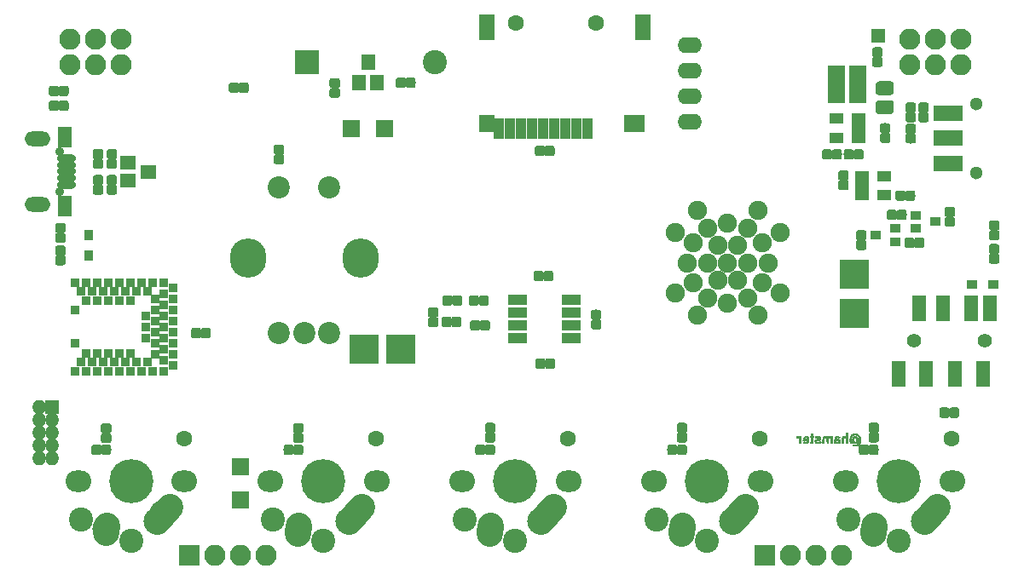
<source format=gbs>
G04 #@! TF.GenerationSoftware,KiCad,Pcbnew,(5.1.0)-1*
G04 #@! TF.CreationDate,2019-05-19T22:51:14-06:00*
G04 #@! TF.ProjectId,laser-theremin,6c617365-722d-4746-9865-72656d696e2e,rev?*
G04 #@! TF.SameCoordinates,Original*
G04 #@! TF.FileFunction,Soldermask,Bot*
G04 #@! TF.FilePolarity,Negative*
%FSLAX46Y46*%
G04 Gerber Fmt 4.6, Leading zero omitted, Abs format (unit mm)*
G04 Created by KiCad (PCBNEW (5.1.0)-1) date 2019-05-19 22:51:14*
%MOMM*%
%LPD*%
G04 APERTURE LIST*
%ADD10C,0.010000*%
%ADD11C,2.650000*%
%ADD12C,2.650000*%
%ADD13O,2.550000X2.150000*%
%ADD14C,1.600000*%
%ADD15C,2.400000*%
%ADD16C,4.387800*%
%ADD17R,2.400000X2.400000*%
%ADD18C,2.100000*%
%ADD19O,2.100000X2.100000*%
%ADD20R,1.400000X1.400000*%
%ADD21O,1.400000X1.400000*%
%ADD22R,1.600000X2.600000*%
%ADD23R,2.000000X1.800000*%
%ADD24R,1.600000X1.800000*%
%ADD25R,1.100000X2.000000*%
%ADD26R,2.900000X1.650000*%
%ADD27C,1.300000*%
%ADD28R,1.460000X1.050000*%
%ADD29C,2.200000*%
%ADD30O,3.600000X3.900000*%
%ADD31C,0.100000*%
%ADD32C,0.990000*%
%ADD33C,1.375000*%
%ADD34R,1.797000X1.797000*%
%ADD35R,1.543000X1.416000*%
%ADD36R,1.400000X1.997660*%
%ADD37O,2.550000X1.450000*%
%ADD38C,0.900000*%
%ADD39O,1.900000X0.800000*%
%ADD40R,1.750000X3.800000*%
%ADD41R,1.416000X1.543000*%
%ADD42R,1.100000X0.850000*%
%ADD43R,0.850000X1.000000*%
%ADD44R,1.000000X0.850000*%
%ADD45O,2.400000X1.600000*%
%ADD46R,2.900000X2.900000*%
%ADD47R,1.398220X2.647900*%
%ADD48C,1.400000*%
%ADD49R,2.100000X2.100000*%
%ADD50C,1.900000*%
%ADD51R,1.950000X1.000000*%
%ADD52R,0.900000X0.900000*%
G04 APERTURE END LIST*
D10*
G36*
X175092545Y-109151248D02*
G01*
X175030460Y-109172359D01*
X175010650Y-109189120D01*
X175003227Y-109219903D01*
X175027422Y-109264382D01*
X175034981Y-109274100D01*
X175070426Y-109312094D01*
X175103150Y-109320988D01*
X175150737Y-109308009D01*
X175206998Y-109294746D01*
X175251141Y-109305587D01*
X175272446Y-109318207D01*
X175294269Y-109334191D01*
X175309024Y-109353542D01*
X175318092Y-109384113D01*
X175322856Y-109433755D01*
X175324698Y-109510323D01*
X175325000Y-109616737D01*
X175325000Y-109880833D01*
X175494333Y-109880833D01*
X175494333Y-109161166D01*
X175409666Y-109161166D01*
X175356645Y-109165622D01*
X175327157Y-109176752D01*
X175325000Y-109181253D01*
X175308002Y-109186667D01*
X175265482Y-109175922D01*
X175247495Y-109168956D01*
X175170078Y-109149672D01*
X175092545Y-109151248D01*
X175092545Y-109151248D01*
G37*
X175092545Y-109151248D02*
X175030460Y-109172359D01*
X175010650Y-109189120D01*
X175003227Y-109219903D01*
X175027422Y-109264382D01*
X175034981Y-109274100D01*
X175070426Y-109312094D01*
X175103150Y-109320988D01*
X175150737Y-109308009D01*
X175206998Y-109294746D01*
X175251141Y-109305587D01*
X175272446Y-109318207D01*
X175294269Y-109334191D01*
X175309024Y-109353542D01*
X175318092Y-109384113D01*
X175322856Y-109433755D01*
X175324698Y-109510323D01*
X175325000Y-109616737D01*
X175325000Y-109880833D01*
X175494333Y-109880833D01*
X175494333Y-109161166D01*
X175409666Y-109161166D01*
X175356645Y-109165622D01*
X175327157Y-109176752D01*
X175325000Y-109181253D01*
X175308002Y-109186667D01*
X175265482Y-109175922D01*
X175247495Y-109168956D01*
X175170078Y-109149672D01*
X175092545Y-109151248D01*
G36*
X175850897Y-109167704D02*
G01*
X175766738Y-109218987D01*
X175707635Y-109304311D01*
X175673695Y-109423555D01*
X175667774Y-109473375D01*
X175658424Y-109584500D01*
X175883295Y-109584500D01*
X175975110Y-109586105D01*
X176048826Y-109590449D01*
X176095752Y-109596825D01*
X176108166Y-109602812D01*
X176096179Y-109630598D01*
X176067046Y-109673364D01*
X176064297Y-109676895D01*
X176006672Y-109719047D01*
X175931290Y-109734055D01*
X175854173Y-109720293D01*
X175819448Y-109701751D01*
X175785809Y-109683772D01*
X175758337Y-109692109D01*
X175727854Y-109721351D01*
X175697129Y-109766109D01*
X175702500Y-109802037D01*
X175746344Y-109834837D01*
X175781987Y-109851243D01*
X175881446Y-109876528D01*
X175988956Y-109878050D01*
X176086734Y-109856496D01*
X176125315Y-109837957D01*
X176193639Y-109775340D01*
X176236463Y-109684637D01*
X176255177Y-109562435D01*
X176256300Y-109516388D01*
X176247628Y-109434638D01*
X176102178Y-109434638D01*
X176093645Y-109448874D01*
X176063277Y-109455492D01*
X176002783Y-109457401D01*
X175961426Y-109457500D01*
X175878322Y-109455267D01*
X175830875Y-109447733D01*
X175812605Y-109433647D01*
X175811833Y-109428604D01*
X175828507Y-109380635D01*
X175868731Y-109331532D01*
X175917803Y-109296389D01*
X175948608Y-109288166D01*
X176012168Y-109306881D01*
X176067594Y-109354531D01*
X176097170Y-109409875D01*
X176102178Y-109434638D01*
X176247628Y-109434638D01*
X176241958Y-109381197D01*
X176199956Y-109275427D01*
X176131720Y-109200839D01*
X176038675Y-109159192D01*
X175960000Y-109150583D01*
X175850897Y-109167704D01*
X175850897Y-109167704D01*
G37*
X175850897Y-109167704D02*
X175766738Y-109218987D01*
X175707635Y-109304311D01*
X175673695Y-109423555D01*
X175667774Y-109473375D01*
X175658424Y-109584500D01*
X175883295Y-109584500D01*
X175975110Y-109586105D01*
X176048826Y-109590449D01*
X176095752Y-109596825D01*
X176108166Y-109602812D01*
X176096179Y-109630598D01*
X176067046Y-109673364D01*
X176064297Y-109676895D01*
X176006672Y-109719047D01*
X175931290Y-109734055D01*
X175854173Y-109720293D01*
X175819448Y-109701751D01*
X175785809Y-109683772D01*
X175758337Y-109692109D01*
X175727854Y-109721351D01*
X175697129Y-109766109D01*
X175702500Y-109802037D01*
X175746344Y-109834837D01*
X175781987Y-109851243D01*
X175881446Y-109876528D01*
X175988956Y-109878050D01*
X176086734Y-109856496D01*
X176125315Y-109837957D01*
X176193639Y-109775340D01*
X176236463Y-109684637D01*
X176255177Y-109562435D01*
X176256300Y-109516388D01*
X176247628Y-109434638D01*
X176102178Y-109434638D01*
X176093645Y-109448874D01*
X176063277Y-109455492D01*
X176002783Y-109457401D01*
X175961426Y-109457500D01*
X175878322Y-109455267D01*
X175830875Y-109447733D01*
X175812605Y-109433647D01*
X175811833Y-109428604D01*
X175828507Y-109380635D01*
X175868731Y-109331532D01*
X175917803Y-109296389D01*
X175948608Y-109288166D01*
X176012168Y-109306881D01*
X176067594Y-109354531D01*
X176097170Y-109409875D01*
X176102178Y-109434638D01*
X176247628Y-109434638D01*
X176241958Y-109381197D01*
X176199956Y-109275427D01*
X176131720Y-109200839D01*
X176038675Y-109159192D01*
X175960000Y-109150583D01*
X175850897Y-109167704D01*
G36*
X176510333Y-109055333D02*
G01*
X176508618Y-109118144D01*
X176499862Y-109149479D01*
X176478653Y-109160164D01*
X176457416Y-109161166D01*
X176419598Y-109168001D01*
X176405764Y-109197053D01*
X176404500Y-109224666D01*
X176410195Y-109270048D01*
X176434405Y-109286650D01*
X176457416Y-109288166D01*
X176510333Y-109288166D01*
X176510333Y-109732666D01*
X176457416Y-109732666D01*
X176421631Y-109738201D01*
X176406981Y-109763109D01*
X176404500Y-109806750D01*
X176407063Y-109854182D01*
X176422889Y-109875262D01*
X176464183Y-109880667D01*
X176489166Y-109880833D01*
X176574886Y-109865866D01*
X176616166Y-109838500D01*
X176634341Y-109816044D01*
X176646474Y-109786330D01*
X176653750Y-109741067D01*
X176657354Y-109671962D01*
X176658470Y-109570726D01*
X176658500Y-109542166D01*
X176658915Y-109434946D01*
X176660941Y-109363041D01*
X176665746Y-109319437D01*
X176674499Y-109297118D01*
X176688370Y-109289069D01*
X176700833Y-109288166D01*
X176731820Y-109278187D01*
X176742730Y-109241058D01*
X176743166Y-109224666D01*
X176736514Y-109178186D01*
X176711761Y-109161821D01*
X176700833Y-109161166D01*
X176675441Y-109155594D01*
X176662778Y-109131943D01*
X176658681Y-109079812D01*
X176658500Y-109055333D01*
X176658500Y-108949500D01*
X176510333Y-108949500D01*
X176510333Y-109055333D01*
X176510333Y-109055333D01*
G37*
X176510333Y-109055333D02*
X176508618Y-109118144D01*
X176499862Y-109149479D01*
X176478653Y-109160164D01*
X176457416Y-109161166D01*
X176419598Y-109168001D01*
X176405764Y-109197053D01*
X176404500Y-109224666D01*
X176410195Y-109270048D01*
X176434405Y-109286650D01*
X176457416Y-109288166D01*
X176510333Y-109288166D01*
X176510333Y-109732666D01*
X176457416Y-109732666D01*
X176421631Y-109738201D01*
X176406981Y-109763109D01*
X176404500Y-109806750D01*
X176407063Y-109854182D01*
X176422889Y-109875262D01*
X176464183Y-109880667D01*
X176489166Y-109880833D01*
X176574886Y-109865866D01*
X176616166Y-109838500D01*
X176634341Y-109816044D01*
X176646474Y-109786330D01*
X176653750Y-109741067D01*
X176657354Y-109671962D01*
X176658470Y-109570726D01*
X176658500Y-109542166D01*
X176658915Y-109434946D01*
X176660941Y-109363041D01*
X176665746Y-109319437D01*
X176674499Y-109297118D01*
X176688370Y-109289069D01*
X176700833Y-109288166D01*
X176731820Y-109278187D01*
X176742730Y-109241058D01*
X176743166Y-109224666D01*
X176736514Y-109178186D01*
X176711761Y-109161821D01*
X176700833Y-109161166D01*
X176675441Y-109155594D01*
X176662778Y-109131943D01*
X176658681Y-109079812D01*
X176658500Y-109055333D01*
X176658500Y-108949500D01*
X176510333Y-108949500D01*
X176510333Y-109055333D01*
G36*
X177038311Y-109159705D02*
G01*
X176933891Y-109192307D01*
X176920163Y-109198571D01*
X176868252Y-109226523D01*
X176853282Y-109250185D01*
X176872923Y-109281071D01*
X176898402Y-109306031D01*
X176933523Y-109334852D01*
X176964459Y-109340876D01*
X177010300Y-109326260D01*
X177024722Y-109320304D01*
X177116410Y-109292991D01*
X177192358Y-109291508D01*
X177246126Y-109314438D01*
X177271272Y-109360364D01*
X177272333Y-109374802D01*
X177255586Y-109411789D01*
X177203664Y-109431833D01*
X177138310Y-109436451D01*
X177042778Y-109446387D01*
X176957328Y-109472703D01*
X176895457Y-109510667D01*
X176881374Y-109526532D01*
X176850892Y-109602468D01*
X176850572Y-109687954D01*
X176877319Y-109769076D01*
X176928038Y-109831919D01*
X176952873Y-109848069D01*
X177031073Y-109871914D01*
X177132292Y-109880312D01*
X177240276Y-109873611D01*
X177338766Y-109852159D01*
X177372875Y-109839070D01*
X177433690Y-109807712D01*
X177458048Y-109779999D01*
X177449641Y-109746155D01*
X177422179Y-109708553D01*
X177381524Y-109658583D01*
X177312703Y-109698973D01*
X177242534Y-109728087D01*
X177168494Y-109739868D01*
X177098980Y-109736184D01*
X177042386Y-109718902D01*
X177007109Y-109689888D01*
X177001544Y-109651012D01*
X177010377Y-109631727D01*
X177042866Y-109599385D01*
X177062935Y-109591094D01*
X177099408Y-109586671D01*
X177161874Y-109579537D01*
X177211403Y-109574036D01*
X177311109Y-109554540D01*
X177375496Y-109518753D01*
X177410112Y-109461441D01*
X177420499Y-109377372D01*
X177420500Y-109376718D01*
X177413536Y-109304289D01*
X177395894Y-109244205D01*
X177387975Y-109229983D01*
X177331786Y-109183722D01*
X177247771Y-109156119D01*
X177146442Y-109147878D01*
X177038311Y-109159705D01*
X177038311Y-109159705D01*
G37*
X177038311Y-109159705D02*
X176933891Y-109192307D01*
X176920163Y-109198571D01*
X176868252Y-109226523D01*
X176853282Y-109250185D01*
X176872923Y-109281071D01*
X176898402Y-109306031D01*
X176933523Y-109334852D01*
X176964459Y-109340876D01*
X177010300Y-109326260D01*
X177024722Y-109320304D01*
X177116410Y-109292991D01*
X177192358Y-109291508D01*
X177246126Y-109314438D01*
X177271272Y-109360364D01*
X177272333Y-109374802D01*
X177255586Y-109411789D01*
X177203664Y-109431833D01*
X177138310Y-109436451D01*
X177042778Y-109446387D01*
X176957328Y-109472703D01*
X176895457Y-109510667D01*
X176881374Y-109526532D01*
X176850892Y-109602468D01*
X176850572Y-109687954D01*
X176877319Y-109769076D01*
X176928038Y-109831919D01*
X176952873Y-109848069D01*
X177031073Y-109871914D01*
X177132292Y-109880312D01*
X177240276Y-109873611D01*
X177338766Y-109852159D01*
X177372875Y-109839070D01*
X177433690Y-109807712D01*
X177458048Y-109779999D01*
X177449641Y-109746155D01*
X177422179Y-109708553D01*
X177381524Y-109658583D01*
X177312703Y-109698973D01*
X177242534Y-109728087D01*
X177168494Y-109739868D01*
X177098980Y-109736184D01*
X177042386Y-109718902D01*
X177007109Y-109689888D01*
X177001544Y-109651012D01*
X177010377Y-109631727D01*
X177042866Y-109599385D01*
X177062935Y-109591094D01*
X177099408Y-109586671D01*
X177161874Y-109579537D01*
X177211403Y-109574036D01*
X177311109Y-109554540D01*
X177375496Y-109518753D01*
X177410112Y-109461441D01*
X177420499Y-109377372D01*
X177420500Y-109376718D01*
X177413536Y-109304289D01*
X177395894Y-109244205D01*
X177387975Y-109229983D01*
X177331786Y-109183722D01*
X177247771Y-109156119D01*
X177146442Y-109147878D01*
X177038311Y-109159705D01*
G36*
X178169914Y-109163956D02*
G01*
X178106817Y-109205002D01*
X178060849Y-109248187D01*
X177978799Y-109192316D01*
X177887149Y-109151040D01*
X177794609Y-109151966D01*
X177703066Y-109193056D01*
X177668109Y-109221847D01*
X177643051Y-109259862D01*
X177626354Y-109314013D01*
X177616481Y-109391212D01*
X177611895Y-109498371D01*
X177611000Y-109607044D01*
X177611000Y-109880833D01*
X177759166Y-109880833D01*
X177759166Y-109628369D01*
X177759524Y-109521280D01*
X177761643Y-109448179D01*
X177767094Y-109400719D01*
X177777448Y-109370554D01*
X177794275Y-109349340D01*
X177814938Y-109332036D01*
X177870806Y-109296336D01*
X177916157Y-109293458D01*
X177966784Y-109323059D01*
X177973746Y-109328602D01*
X177994972Y-109348561D01*
X178009527Y-109373281D01*
X178019008Y-109410982D01*
X178025008Y-109469883D01*
X178029122Y-109558203D01*
X178031237Y-109624935D01*
X178038792Y-109880833D01*
X178182500Y-109880833D01*
X178182500Y-109636025D01*
X178184223Y-109535093D01*
X178188898Y-109447179D01*
X178195785Y-109382450D01*
X178203108Y-109352709D01*
X178246203Y-109312229D01*
X178308298Y-109297639D01*
X178372762Y-109311966D01*
X178385824Y-109319438D01*
X178406887Y-109335163D01*
X178421124Y-109354899D01*
X178429869Y-109386473D01*
X178434457Y-109437713D01*
X178436222Y-109516446D01*
X178436500Y-109616737D01*
X178436500Y-109880833D01*
X178605833Y-109880833D01*
X178605833Y-109161166D01*
X178521166Y-109161166D01*
X178468145Y-109165622D01*
X178438657Y-109176752D01*
X178436500Y-109181253D01*
X178419495Y-109186638D01*
X178376932Y-109175885D01*
X178358594Y-109168788D01*
X178260820Y-109147222D01*
X178169914Y-109163956D01*
X178169914Y-109163956D01*
G37*
X178169914Y-109163956D02*
X178106817Y-109205002D01*
X178060849Y-109248187D01*
X177978799Y-109192316D01*
X177887149Y-109151040D01*
X177794609Y-109151966D01*
X177703066Y-109193056D01*
X177668109Y-109221847D01*
X177643051Y-109259862D01*
X177626354Y-109314013D01*
X177616481Y-109391212D01*
X177611895Y-109498371D01*
X177611000Y-109607044D01*
X177611000Y-109880833D01*
X177759166Y-109880833D01*
X177759166Y-109628369D01*
X177759524Y-109521280D01*
X177761643Y-109448179D01*
X177767094Y-109400719D01*
X177777448Y-109370554D01*
X177794275Y-109349340D01*
X177814938Y-109332036D01*
X177870806Y-109296336D01*
X177916157Y-109293458D01*
X177966784Y-109323059D01*
X177973746Y-109328602D01*
X177994972Y-109348561D01*
X178009527Y-109373281D01*
X178019008Y-109410982D01*
X178025008Y-109469883D01*
X178029122Y-109558203D01*
X178031237Y-109624935D01*
X178038792Y-109880833D01*
X178182500Y-109880833D01*
X178182500Y-109636025D01*
X178184223Y-109535093D01*
X178188898Y-109447179D01*
X178195785Y-109382450D01*
X178203108Y-109352709D01*
X178246203Y-109312229D01*
X178308298Y-109297639D01*
X178372762Y-109311966D01*
X178385824Y-109319438D01*
X178406887Y-109335163D01*
X178421124Y-109354899D01*
X178429869Y-109386473D01*
X178434457Y-109437713D01*
X178436222Y-109516446D01*
X178436500Y-109616737D01*
X178436500Y-109880833D01*
X178605833Y-109880833D01*
X178605833Y-109161166D01*
X178521166Y-109161166D01*
X178468145Y-109165622D01*
X178438657Y-109176752D01*
X178436500Y-109181253D01*
X178419495Y-109186638D01*
X178376932Y-109175885D01*
X178358594Y-109168788D01*
X178260820Y-109147222D01*
X178169914Y-109163956D01*
G36*
X179006568Y-109155001D02*
G01*
X178958753Y-109169223D01*
X178899002Y-109196667D01*
X178855743Y-109230954D01*
X178826415Y-109278905D01*
X178808455Y-109347338D01*
X178799302Y-109443073D01*
X178796392Y-109572928D01*
X178796333Y-109601482D01*
X178796333Y-109876516D01*
X179013291Y-109877750D01*
X179109178Y-109876107D01*
X179192568Y-109870688D01*
X179252163Y-109862435D01*
X179272583Y-109856110D01*
X179319643Y-109822245D01*
X179341375Y-109800072D01*
X179360485Y-109750891D01*
X179366972Y-109679350D01*
X179366783Y-109676845D01*
X179218051Y-109676845D01*
X179196941Y-109725612D01*
X179194266Y-109728433D01*
X179155953Y-109745042D01*
X179094266Y-109753102D01*
X179027499Y-109751552D01*
X178977981Y-109740985D01*
X178952382Y-109709845D01*
X178944500Y-109645735D01*
X178944500Y-109563333D01*
X179041141Y-109563333D01*
X179109630Y-109568043D01*
X179165669Y-109579852D01*
X179178725Y-109585244D01*
X179211259Y-109623419D01*
X179218051Y-109676845D01*
X179366783Y-109676845D01*
X179361223Y-109603375D01*
X179343626Y-109540889D01*
X179335459Y-109526532D01*
X179281490Y-109482617D01*
X179194672Y-109452068D01*
X179083072Y-109437388D01*
X179045041Y-109436451D01*
X178983000Y-109433633D01*
X178952896Y-109422724D01*
X178944535Y-109399750D01*
X178944500Y-109397280D01*
X178962756Y-109342783D01*
X179010680Y-109306006D01*
X179078008Y-109290620D01*
X179154472Y-109300293D01*
X179184301Y-109311537D01*
X179230410Y-109323271D01*
X179276211Y-109307639D01*
X179293737Y-109296811D01*
X179351880Y-109258715D01*
X179296753Y-109211297D01*
X179214826Y-109165991D01*
X179113088Y-109146602D01*
X179006568Y-109155001D01*
X179006568Y-109155001D01*
G37*
X179006568Y-109155001D02*
X178958753Y-109169223D01*
X178899002Y-109196667D01*
X178855743Y-109230954D01*
X178826415Y-109278905D01*
X178808455Y-109347338D01*
X178799302Y-109443073D01*
X178796392Y-109572928D01*
X178796333Y-109601482D01*
X178796333Y-109876516D01*
X179013291Y-109877750D01*
X179109178Y-109876107D01*
X179192568Y-109870688D01*
X179252163Y-109862435D01*
X179272583Y-109856110D01*
X179319643Y-109822245D01*
X179341375Y-109800072D01*
X179360485Y-109750891D01*
X179366972Y-109679350D01*
X179366783Y-109676845D01*
X179218051Y-109676845D01*
X179196941Y-109725612D01*
X179194266Y-109728433D01*
X179155953Y-109745042D01*
X179094266Y-109753102D01*
X179027499Y-109751552D01*
X178977981Y-109740985D01*
X178952382Y-109709845D01*
X178944500Y-109645735D01*
X178944500Y-109563333D01*
X179041141Y-109563333D01*
X179109630Y-109568043D01*
X179165669Y-109579852D01*
X179178725Y-109585244D01*
X179211259Y-109623419D01*
X179218051Y-109676845D01*
X179366783Y-109676845D01*
X179361223Y-109603375D01*
X179343626Y-109540889D01*
X179335459Y-109526532D01*
X179281490Y-109482617D01*
X179194672Y-109452068D01*
X179083072Y-109437388D01*
X179045041Y-109436451D01*
X178983000Y-109433633D01*
X178952896Y-109422724D01*
X178944535Y-109399750D01*
X178944500Y-109397280D01*
X178962756Y-109342783D01*
X179010680Y-109306006D01*
X179078008Y-109290620D01*
X179154472Y-109300293D01*
X179184301Y-109311537D01*
X179230410Y-109323271D01*
X179276211Y-109307639D01*
X179293737Y-109296811D01*
X179351880Y-109258715D01*
X179296753Y-109211297D01*
X179214826Y-109165991D01*
X179113088Y-109146602D01*
X179006568Y-109155001D01*
G36*
X179960500Y-109048030D02*
G01*
X179960016Y-109135465D01*
X179957422Y-109187195D01*
X179951002Y-109209844D01*
X179939040Y-109210039D01*
X179922069Y-109196448D01*
X179847627Y-109156035D01*
X179757210Y-109148724D01*
X179677811Y-109169106D01*
X179626169Y-109197415D01*
X179588460Y-109237018D01*
X179562696Y-109294226D01*
X179546889Y-109375349D01*
X179539051Y-109486698D01*
X179537166Y-109615570D01*
X179537166Y-109880833D01*
X179685333Y-109880833D01*
X179685333Y-109636454D01*
X179685866Y-109530570D01*
X179688499Y-109458172D01*
X179694782Y-109410413D01*
X179706267Y-109378449D01*
X179724504Y-109353435D01*
X179737288Y-109340121D01*
X179798757Y-109296629D01*
X179859667Y-109293964D01*
X179913457Y-109321116D01*
X179933089Y-109337422D01*
X179946344Y-109359017D01*
X179954466Y-109393743D01*
X179958700Y-109449445D01*
X179960291Y-109533964D01*
X179960500Y-109617450D01*
X179960500Y-109880833D01*
X180108666Y-109880833D01*
X180108666Y-108864833D01*
X179960500Y-108864833D01*
X179960500Y-109048030D01*
X179960500Y-109048030D01*
G37*
X179960500Y-109048030D02*
X179960016Y-109135465D01*
X179957422Y-109187195D01*
X179951002Y-109209844D01*
X179939040Y-109210039D01*
X179922069Y-109196448D01*
X179847627Y-109156035D01*
X179757210Y-109148724D01*
X179677811Y-109169106D01*
X179626169Y-109197415D01*
X179588460Y-109237018D01*
X179562696Y-109294226D01*
X179546889Y-109375349D01*
X179539051Y-109486698D01*
X179537166Y-109615570D01*
X179537166Y-109880833D01*
X179685333Y-109880833D01*
X179685333Y-109636454D01*
X179685866Y-109530570D01*
X179688499Y-109458172D01*
X179694782Y-109410413D01*
X179706267Y-109378449D01*
X179724504Y-109353435D01*
X179737288Y-109340121D01*
X179798757Y-109296629D01*
X179859667Y-109293964D01*
X179913457Y-109321116D01*
X179933089Y-109337422D01*
X179946344Y-109359017D01*
X179954466Y-109393743D01*
X179958700Y-109449445D01*
X179960291Y-109533964D01*
X179960500Y-109617450D01*
X179960500Y-109880833D01*
X180108666Y-109880833D01*
X180108666Y-108864833D01*
X179960500Y-108864833D01*
X179960500Y-109048030D01*
G36*
X180703984Y-108894909D02*
G01*
X180595781Y-108923317D01*
X180504943Y-108974815D01*
X180468664Y-109004786D01*
X180410640Y-109067292D01*
X180369030Y-109138961D01*
X180341615Y-109227528D01*
X180326176Y-109340729D01*
X180320494Y-109486299D01*
X180320333Y-109521916D01*
X180321148Y-109630946D01*
X180324455Y-109706593D01*
X180331547Y-109757789D01*
X180343717Y-109793468D01*
X180362257Y-109822561D01*
X180364203Y-109825062D01*
X180400783Y-109861071D01*
X180446441Y-109877388D01*
X180507660Y-109880833D01*
X180577221Y-109874645D01*
X180634714Y-109859076D01*
X180649557Y-109851198D01*
X180687802Y-109832357D01*
X180722139Y-109844025D01*
X180732396Y-109851198D01*
X180777333Y-109868928D01*
X180844116Y-109879516D01*
X180876340Y-109880833D01*
X180973944Y-109866019D01*
X181045066Y-109820191D01*
X181091775Y-109741265D01*
X181114549Y-109641017D01*
X181119268Y-109557446D01*
X180972753Y-109557446D01*
X180959096Y-109636451D01*
X180930236Y-109697755D01*
X180913383Y-109715446D01*
X180859068Y-109748434D01*
X180811279Y-109745658D01*
X180763919Y-109715016D01*
X180732472Y-109677696D01*
X180714169Y-109621233D01*
X180706046Y-109556373D01*
X180707457Y-109442992D01*
X180731423Y-109358774D01*
X180775941Y-109306548D01*
X180839006Y-109289146D01*
X180888998Y-109297850D01*
X180929331Y-109330942D01*
X180957189Y-109393020D01*
X180971890Y-109472412D01*
X180972753Y-109557446D01*
X181119268Y-109557446D01*
X181122667Y-109497269D01*
X181110058Y-109372985D01*
X181077936Y-109275101D01*
X181041212Y-109222622D01*
X180956794Y-109166617D01*
X180855498Y-109144819D01*
X180748007Y-109159307D01*
X180736001Y-109163297D01*
X180666083Y-109195471D01*
X180617091Y-109239287D01*
X180585180Y-109302335D01*
X180566504Y-109392201D01*
X180557236Y-109515965D01*
X180550857Y-109626875D01*
X180541470Y-109699776D01*
X180527548Y-109738968D01*
X180507563Y-109748748D01*
X180479987Y-109733417D01*
X180479980Y-109733411D01*
X180461151Y-109695505D01*
X180450106Y-109626257D01*
X180447052Y-109535976D01*
X180452200Y-109434971D01*
X180465758Y-109333548D01*
X180471311Y-109305447D01*
X180515396Y-109190073D01*
X180590526Y-109101379D01*
X180692955Y-109043412D01*
X180722273Y-109034227D01*
X180848740Y-109018573D01*
X180967650Y-109038287D01*
X181071189Y-109090276D01*
X181151547Y-109171443D01*
X181176939Y-109214362D01*
X181197300Y-109265001D01*
X181210133Y-109324492D01*
X181216946Y-109403759D01*
X181219246Y-109513724D01*
X181219272Y-109521000D01*
X181212871Y-109674487D01*
X181189931Y-109792178D01*
X181146348Y-109878740D01*
X181078020Y-109938842D01*
X180980843Y-109977152D01*
X180850716Y-109998339D01*
X180795998Y-110002612D01*
X180616666Y-110013800D01*
X180616666Y-110134833D01*
X180801875Y-110133014D01*
X180892945Y-110130361D01*
X180973318Y-110124894D01*
X181029392Y-110117636D01*
X181040137Y-110115056D01*
X181166294Y-110059250D01*
X181261217Y-109977054D01*
X181288798Y-109940010D01*
X181313748Y-109899333D01*
X181330739Y-109860080D01*
X181341655Y-109812439D01*
X181348379Y-109746602D01*
X181352794Y-109652759D01*
X181354570Y-109597437D01*
X181355832Y-109434775D01*
X181347660Y-109306322D01*
X181328546Y-109204705D01*
X181296980Y-109122550D01*
X181251453Y-109052480D01*
X181240258Y-109038939D01*
X181144338Y-108957372D01*
X181021964Y-108906814D01*
X180871357Y-108886589D01*
X180840438Y-108886118D01*
X180703984Y-108894909D01*
X180703984Y-108894909D01*
G37*
X180703984Y-108894909D02*
X180595781Y-108923317D01*
X180504943Y-108974815D01*
X180468664Y-109004786D01*
X180410640Y-109067292D01*
X180369030Y-109138961D01*
X180341615Y-109227528D01*
X180326176Y-109340729D01*
X180320494Y-109486299D01*
X180320333Y-109521916D01*
X180321148Y-109630946D01*
X180324455Y-109706593D01*
X180331547Y-109757789D01*
X180343717Y-109793468D01*
X180362257Y-109822561D01*
X180364203Y-109825062D01*
X180400783Y-109861071D01*
X180446441Y-109877388D01*
X180507660Y-109880833D01*
X180577221Y-109874645D01*
X180634714Y-109859076D01*
X180649557Y-109851198D01*
X180687802Y-109832357D01*
X180722139Y-109844025D01*
X180732396Y-109851198D01*
X180777333Y-109868928D01*
X180844116Y-109879516D01*
X180876340Y-109880833D01*
X180973944Y-109866019D01*
X181045066Y-109820191D01*
X181091775Y-109741265D01*
X181114549Y-109641017D01*
X181119268Y-109557446D01*
X180972753Y-109557446D01*
X180959096Y-109636451D01*
X180930236Y-109697755D01*
X180913383Y-109715446D01*
X180859068Y-109748434D01*
X180811279Y-109745658D01*
X180763919Y-109715016D01*
X180732472Y-109677696D01*
X180714169Y-109621233D01*
X180706046Y-109556373D01*
X180707457Y-109442992D01*
X180731423Y-109358774D01*
X180775941Y-109306548D01*
X180839006Y-109289146D01*
X180888998Y-109297850D01*
X180929331Y-109330942D01*
X180957189Y-109393020D01*
X180971890Y-109472412D01*
X180972753Y-109557446D01*
X181119268Y-109557446D01*
X181122667Y-109497269D01*
X181110058Y-109372985D01*
X181077936Y-109275101D01*
X181041212Y-109222622D01*
X180956794Y-109166617D01*
X180855498Y-109144819D01*
X180748007Y-109159307D01*
X180736001Y-109163297D01*
X180666083Y-109195471D01*
X180617091Y-109239287D01*
X180585180Y-109302335D01*
X180566504Y-109392201D01*
X180557236Y-109515965D01*
X180550857Y-109626875D01*
X180541470Y-109699776D01*
X180527548Y-109738968D01*
X180507563Y-109748748D01*
X180479987Y-109733417D01*
X180479980Y-109733411D01*
X180461151Y-109695505D01*
X180450106Y-109626257D01*
X180447052Y-109535976D01*
X180452200Y-109434971D01*
X180465758Y-109333548D01*
X180471311Y-109305447D01*
X180515396Y-109190073D01*
X180590526Y-109101379D01*
X180692955Y-109043412D01*
X180722273Y-109034227D01*
X180848740Y-109018573D01*
X180967650Y-109038287D01*
X181071189Y-109090276D01*
X181151547Y-109171443D01*
X181176939Y-109214362D01*
X181197300Y-109265001D01*
X181210133Y-109324492D01*
X181216946Y-109403759D01*
X181219246Y-109513724D01*
X181219272Y-109521000D01*
X181212871Y-109674487D01*
X181189931Y-109792178D01*
X181146348Y-109878740D01*
X181078020Y-109938842D01*
X180980843Y-109977152D01*
X180850716Y-109998339D01*
X180795998Y-110002612D01*
X180616666Y-110013800D01*
X180616666Y-110134833D01*
X180801875Y-110133014D01*
X180892945Y-110130361D01*
X180973318Y-110124894D01*
X181029392Y-110117636D01*
X181040137Y-110115056D01*
X181166294Y-110059250D01*
X181261217Y-109977054D01*
X181288798Y-109940010D01*
X181313748Y-109899333D01*
X181330739Y-109860080D01*
X181341655Y-109812439D01*
X181348379Y-109746602D01*
X181352794Y-109652759D01*
X181354570Y-109597437D01*
X181355832Y-109434775D01*
X181347660Y-109306322D01*
X181328546Y-109204705D01*
X181296980Y-109122550D01*
X181251453Y-109052480D01*
X181240258Y-109038939D01*
X181144338Y-108957372D01*
X181021964Y-108906814D01*
X180871357Y-108886589D01*
X180840438Y-108886118D01*
X180703984Y-108894909D01*
D11*
X106480000Y-118390000D03*
D12*
X106505506Y-118015868D02*
X106454494Y-118764132D01*
D13*
X114270000Y-113640000D03*
X103710000Y-113640000D03*
D14*
X114210000Y-109440000D03*
D15*
X108990000Y-119540000D03*
X103990000Y-117440000D03*
D11*
X111490000Y-117640000D03*
D16*
X108990000Y-113640000D03*
D11*
X112145005Y-116910004D03*
D12*
X112800000Y-116180000D02*
X111490010Y-117640008D01*
D11*
X125555000Y-118410000D03*
D12*
X125580506Y-118035868D02*
X125529494Y-118784132D01*
D13*
X133345000Y-113660000D03*
X122785000Y-113660000D03*
D14*
X133285000Y-109460000D03*
D15*
X128065000Y-119560000D03*
X123065000Y-117460000D03*
D11*
X130565000Y-117660000D03*
D16*
X128065000Y-113660000D03*
D11*
X131220005Y-116930004D03*
D12*
X131875000Y-116200000D02*
X130565010Y-117660008D01*
D11*
X144605000Y-118410000D03*
D12*
X144630506Y-118035868D02*
X144579494Y-118784132D01*
D13*
X152395000Y-113660000D03*
X141835000Y-113660000D03*
D14*
X152335000Y-109460000D03*
D15*
X147115000Y-119560000D03*
X142115000Y-117460000D03*
D11*
X149615000Y-117660000D03*
D16*
X147115000Y-113660000D03*
D11*
X150270005Y-116930004D03*
D12*
X150925000Y-116200000D02*
X149615010Y-117660008D01*
D11*
X163655000Y-118410000D03*
D12*
X163680506Y-118035868D02*
X163629494Y-118784132D01*
D13*
X171445000Y-113660000D03*
X160885000Y-113660000D03*
D14*
X171385000Y-109460000D03*
D15*
X166165000Y-119560000D03*
X161165000Y-117460000D03*
D11*
X168665000Y-117660000D03*
D16*
X166165000Y-113660000D03*
D11*
X169320005Y-116930004D03*
D12*
X169975000Y-116200000D02*
X168665010Y-117660008D01*
D11*
X182705000Y-118410000D03*
D12*
X182730506Y-118035868D02*
X182679494Y-118784132D01*
D13*
X190495000Y-113660000D03*
X179935000Y-113660000D03*
D14*
X190435000Y-109460000D03*
D15*
X185215000Y-119560000D03*
X180215000Y-117460000D03*
D11*
X187715000Y-117660000D03*
D16*
X185215000Y-113660000D03*
D11*
X188370005Y-116930004D03*
D12*
X189025000Y-116200000D02*
X187715010Y-117660008D01*
D15*
X139150000Y-72000000D03*
D17*
X126450000Y-72000000D03*
D18*
X191340000Y-69710000D03*
D19*
X191340000Y-72250000D03*
D18*
X188800000Y-69710000D03*
D19*
X188800000Y-72250000D03*
X186260000Y-69710000D03*
X186260000Y-72250000D03*
D18*
X107990000Y-69710000D03*
D19*
X107990000Y-72250000D03*
D18*
X105450000Y-69710000D03*
D19*
X105450000Y-72250000D03*
X102910000Y-69710000D03*
X102910000Y-72250000D03*
D20*
X101120000Y-106290000D03*
D21*
X99850000Y-106290000D03*
X101120000Y-107560000D03*
X99850000Y-107560000D03*
X101120000Y-108830000D03*
X99850000Y-108830000D03*
X101120000Y-110100000D03*
X99850000Y-110100000D03*
X101120000Y-111370000D03*
X99850000Y-111370000D03*
D22*
X144330000Y-68490000D03*
X159830000Y-68490000D03*
D23*
X158930000Y-78090000D03*
D24*
X144330000Y-78090000D03*
D14*
X155130000Y-68090000D03*
X147150000Y-68090000D03*
D25*
X152080000Y-78590000D03*
X153180000Y-78590000D03*
X154280000Y-78590000D03*
X150980000Y-78590000D03*
X149880000Y-78590000D03*
X148780000Y-78590000D03*
X147680000Y-78590000D03*
X146580000Y-78590000D03*
X145480000Y-78590000D03*
D26*
X190110000Y-77070000D03*
X190110000Y-79570000D03*
X190110000Y-82070000D03*
D27*
X192860000Y-76170000D03*
X192860000Y-82970000D03*
D28*
X179010000Y-77620000D03*
X179010000Y-79520000D03*
X181210000Y-79520000D03*
X181210000Y-78570000D03*
X181210000Y-77620000D03*
D29*
X126170000Y-98930000D03*
X128670000Y-84430000D03*
X123670000Y-84430000D03*
X123670000Y-98930000D03*
X128670000Y-98930000D03*
D30*
X131770000Y-91430000D03*
X120570000Y-91430000D03*
D31*
G36*
X149836759Y-80301192D02*
G01*
X149860785Y-80304756D01*
X149884345Y-80310657D01*
X149907214Y-80318840D01*
X149929171Y-80329224D01*
X149950004Y-80341711D01*
X149969512Y-80356180D01*
X149987509Y-80372491D01*
X150003820Y-80390488D01*
X150018289Y-80409996D01*
X150030776Y-80430829D01*
X150041160Y-80452786D01*
X150049343Y-80475655D01*
X150055244Y-80499215D01*
X150058808Y-80523241D01*
X150060000Y-80547500D01*
X150060000Y-81092500D01*
X150058808Y-81116759D01*
X150055244Y-81140785D01*
X150049343Y-81164345D01*
X150041160Y-81187214D01*
X150030776Y-81209171D01*
X150018289Y-81230004D01*
X150003820Y-81249512D01*
X149987509Y-81267509D01*
X149969512Y-81283820D01*
X149950004Y-81298289D01*
X149929171Y-81310776D01*
X149907214Y-81321160D01*
X149884345Y-81329343D01*
X149860785Y-81335244D01*
X149836759Y-81338808D01*
X149812500Y-81340000D01*
X149317500Y-81340000D01*
X149293241Y-81338808D01*
X149269215Y-81335244D01*
X149245655Y-81329343D01*
X149222786Y-81321160D01*
X149200829Y-81310776D01*
X149179996Y-81298289D01*
X149160488Y-81283820D01*
X149142491Y-81267509D01*
X149126180Y-81249512D01*
X149111711Y-81230004D01*
X149099224Y-81209171D01*
X149088840Y-81187214D01*
X149080657Y-81164345D01*
X149074756Y-81140785D01*
X149071192Y-81116759D01*
X149070000Y-81092500D01*
X149070000Y-80547500D01*
X149071192Y-80523241D01*
X149074756Y-80499215D01*
X149080657Y-80475655D01*
X149088840Y-80452786D01*
X149099224Y-80430829D01*
X149111711Y-80409996D01*
X149126180Y-80390488D01*
X149142491Y-80372491D01*
X149160488Y-80356180D01*
X149179996Y-80341711D01*
X149200829Y-80329224D01*
X149222786Y-80318840D01*
X149245655Y-80310657D01*
X149269215Y-80304756D01*
X149293241Y-80301192D01*
X149317500Y-80300000D01*
X149812500Y-80300000D01*
X149836759Y-80301192D01*
X149836759Y-80301192D01*
G37*
D32*
X149565000Y-80820000D03*
D31*
G36*
X150806759Y-80301192D02*
G01*
X150830785Y-80304756D01*
X150854345Y-80310657D01*
X150877214Y-80318840D01*
X150899171Y-80329224D01*
X150920004Y-80341711D01*
X150939512Y-80356180D01*
X150957509Y-80372491D01*
X150973820Y-80390488D01*
X150988289Y-80409996D01*
X151000776Y-80430829D01*
X151011160Y-80452786D01*
X151019343Y-80475655D01*
X151025244Y-80499215D01*
X151028808Y-80523241D01*
X151030000Y-80547500D01*
X151030000Y-81092500D01*
X151028808Y-81116759D01*
X151025244Y-81140785D01*
X151019343Y-81164345D01*
X151011160Y-81187214D01*
X151000776Y-81209171D01*
X150988289Y-81230004D01*
X150973820Y-81249512D01*
X150957509Y-81267509D01*
X150939512Y-81283820D01*
X150920004Y-81298289D01*
X150899171Y-81310776D01*
X150877214Y-81321160D01*
X150854345Y-81329343D01*
X150830785Y-81335244D01*
X150806759Y-81338808D01*
X150782500Y-81340000D01*
X150287500Y-81340000D01*
X150263241Y-81338808D01*
X150239215Y-81335244D01*
X150215655Y-81329343D01*
X150192786Y-81321160D01*
X150170829Y-81310776D01*
X150149996Y-81298289D01*
X150130488Y-81283820D01*
X150112491Y-81267509D01*
X150096180Y-81249512D01*
X150081711Y-81230004D01*
X150069224Y-81209171D01*
X150058840Y-81187214D01*
X150050657Y-81164345D01*
X150044756Y-81140785D01*
X150041192Y-81116759D01*
X150040000Y-81092500D01*
X150040000Y-80547500D01*
X150041192Y-80523241D01*
X150044756Y-80499215D01*
X150050657Y-80475655D01*
X150058840Y-80452786D01*
X150069224Y-80430829D01*
X150081711Y-80409996D01*
X150096180Y-80390488D01*
X150112491Y-80372491D01*
X150130488Y-80356180D01*
X150149996Y-80341711D01*
X150170829Y-80329224D01*
X150192786Y-80318840D01*
X150215655Y-80310657D01*
X150239215Y-80304756D01*
X150263241Y-80301192D01*
X150287500Y-80300000D01*
X150782500Y-80300000D01*
X150806759Y-80301192D01*
X150806759Y-80301192D01*
G37*
D32*
X150535000Y-80820000D03*
D31*
G36*
X129486759Y-74561192D02*
G01*
X129510785Y-74564756D01*
X129534345Y-74570657D01*
X129557214Y-74578840D01*
X129579171Y-74589224D01*
X129600004Y-74601711D01*
X129619512Y-74616180D01*
X129637509Y-74632491D01*
X129653820Y-74650488D01*
X129668289Y-74669996D01*
X129680776Y-74690829D01*
X129691160Y-74712786D01*
X129699343Y-74735655D01*
X129705244Y-74759215D01*
X129708808Y-74783241D01*
X129710000Y-74807500D01*
X129710000Y-75302500D01*
X129708808Y-75326759D01*
X129705244Y-75350785D01*
X129699343Y-75374345D01*
X129691160Y-75397214D01*
X129680776Y-75419171D01*
X129668289Y-75440004D01*
X129653820Y-75459512D01*
X129637509Y-75477509D01*
X129619512Y-75493820D01*
X129600004Y-75508289D01*
X129579171Y-75520776D01*
X129557214Y-75531160D01*
X129534345Y-75539343D01*
X129510785Y-75545244D01*
X129486759Y-75548808D01*
X129462500Y-75550000D01*
X128917500Y-75550000D01*
X128893241Y-75548808D01*
X128869215Y-75545244D01*
X128845655Y-75539343D01*
X128822786Y-75531160D01*
X128800829Y-75520776D01*
X128779996Y-75508289D01*
X128760488Y-75493820D01*
X128742491Y-75477509D01*
X128726180Y-75459512D01*
X128711711Y-75440004D01*
X128699224Y-75419171D01*
X128688840Y-75397214D01*
X128680657Y-75374345D01*
X128674756Y-75350785D01*
X128671192Y-75326759D01*
X128670000Y-75302500D01*
X128670000Y-74807500D01*
X128671192Y-74783241D01*
X128674756Y-74759215D01*
X128680657Y-74735655D01*
X128688840Y-74712786D01*
X128699224Y-74690829D01*
X128711711Y-74669996D01*
X128726180Y-74650488D01*
X128742491Y-74632491D01*
X128760488Y-74616180D01*
X128779996Y-74601711D01*
X128800829Y-74589224D01*
X128822786Y-74578840D01*
X128845655Y-74570657D01*
X128869215Y-74564756D01*
X128893241Y-74561192D01*
X128917500Y-74560000D01*
X129462500Y-74560000D01*
X129486759Y-74561192D01*
X129486759Y-74561192D01*
G37*
D32*
X129190000Y-75055000D03*
D31*
G36*
X129486759Y-73591192D02*
G01*
X129510785Y-73594756D01*
X129534345Y-73600657D01*
X129557214Y-73608840D01*
X129579171Y-73619224D01*
X129600004Y-73631711D01*
X129619512Y-73646180D01*
X129637509Y-73662491D01*
X129653820Y-73680488D01*
X129668289Y-73699996D01*
X129680776Y-73720829D01*
X129691160Y-73742786D01*
X129699343Y-73765655D01*
X129705244Y-73789215D01*
X129708808Y-73813241D01*
X129710000Y-73837500D01*
X129710000Y-74332500D01*
X129708808Y-74356759D01*
X129705244Y-74380785D01*
X129699343Y-74404345D01*
X129691160Y-74427214D01*
X129680776Y-74449171D01*
X129668289Y-74470004D01*
X129653820Y-74489512D01*
X129637509Y-74507509D01*
X129619512Y-74523820D01*
X129600004Y-74538289D01*
X129579171Y-74550776D01*
X129557214Y-74561160D01*
X129534345Y-74569343D01*
X129510785Y-74575244D01*
X129486759Y-74578808D01*
X129462500Y-74580000D01*
X128917500Y-74580000D01*
X128893241Y-74578808D01*
X128869215Y-74575244D01*
X128845655Y-74569343D01*
X128822786Y-74561160D01*
X128800829Y-74550776D01*
X128779996Y-74538289D01*
X128760488Y-74523820D01*
X128742491Y-74507509D01*
X128726180Y-74489512D01*
X128711711Y-74470004D01*
X128699224Y-74449171D01*
X128688840Y-74427214D01*
X128680657Y-74404345D01*
X128674756Y-74380785D01*
X128671192Y-74356759D01*
X128670000Y-74332500D01*
X128670000Y-73837500D01*
X128671192Y-73813241D01*
X128674756Y-73789215D01*
X128680657Y-73765655D01*
X128688840Y-73742786D01*
X128699224Y-73720829D01*
X128711711Y-73699996D01*
X128726180Y-73680488D01*
X128742491Y-73662491D01*
X128760488Y-73646180D01*
X128779996Y-73631711D01*
X128800829Y-73619224D01*
X128822786Y-73608840D01*
X128845655Y-73600657D01*
X128869215Y-73594756D01*
X128893241Y-73591192D01*
X128917500Y-73590000D01*
X129462500Y-73590000D01*
X129486759Y-73591192D01*
X129486759Y-73591192D01*
G37*
D32*
X129190000Y-74085000D03*
D31*
G36*
X184146759Y-79031192D02*
G01*
X184170785Y-79034756D01*
X184194345Y-79040657D01*
X184217214Y-79048840D01*
X184239171Y-79059224D01*
X184260004Y-79071711D01*
X184279512Y-79086180D01*
X184297509Y-79102491D01*
X184313820Y-79120488D01*
X184328289Y-79139996D01*
X184340776Y-79160829D01*
X184351160Y-79182786D01*
X184359343Y-79205655D01*
X184365244Y-79229215D01*
X184368808Y-79253241D01*
X184370000Y-79277500D01*
X184370000Y-79772500D01*
X184368808Y-79796759D01*
X184365244Y-79820785D01*
X184359343Y-79844345D01*
X184351160Y-79867214D01*
X184340776Y-79889171D01*
X184328289Y-79910004D01*
X184313820Y-79929512D01*
X184297509Y-79947509D01*
X184279512Y-79963820D01*
X184260004Y-79978289D01*
X184239171Y-79990776D01*
X184217214Y-80001160D01*
X184194345Y-80009343D01*
X184170785Y-80015244D01*
X184146759Y-80018808D01*
X184122500Y-80020000D01*
X183577500Y-80020000D01*
X183553241Y-80018808D01*
X183529215Y-80015244D01*
X183505655Y-80009343D01*
X183482786Y-80001160D01*
X183460829Y-79990776D01*
X183439996Y-79978289D01*
X183420488Y-79963820D01*
X183402491Y-79947509D01*
X183386180Y-79929512D01*
X183371711Y-79910004D01*
X183359224Y-79889171D01*
X183348840Y-79867214D01*
X183340657Y-79844345D01*
X183334756Y-79820785D01*
X183331192Y-79796759D01*
X183330000Y-79772500D01*
X183330000Y-79277500D01*
X183331192Y-79253241D01*
X183334756Y-79229215D01*
X183340657Y-79205655D01*
X183348840Y-79182786D01*
X183359224Y-79160829D01*
X183371711Y-79139996D01*
X183386180Y-79120488D01*
X183402491Y-79102491D01*
X183420488Y-79086180D01*
X183439996Y-79071711D01*
X183460829Y-79059224D01*
X183482786Y-79048840D01*
X183505655Y-79040657D01*
X183529215Y-79034756D01*
X183553241Y-79031192D01*
X183577500Y-79030000D01*
X184122500Y-79030000D01*
X184146759Y-79031192D01*
X184146759Y-79031192D01*
G37*
D32*
X183850000Y-79525000D03*
D31*
G36*
X184146759Y-78061192D02*
G01*
X184170785Y-78064756D01*
X184194345Y-78070657D01*
X184217214Y-78078840D01*
X184239171Y-78089224D01*
X184260004Y-78101711D01*
X184279512Y-78116180D01*
X184297509Y-78132491D01*
X184313820Y-78150488D01*
X184328289Y-78169996D01*
X184340776Y-78190829D01*
X184351160Y-78212786D01*
X184359343Y-78235655D01*
X184365244Y-78259215D01*
X184368808Y-78283241D01*
X184370000Y-78307500D01*
X184370000Y-78802500D01*
X184368808Y-78826759D01*
X184365244Y-78850785D01*
X184359343Y-78874345D01*
X184351160Y-78897214D01*
X184340776Y-78919171D01*
X184328289Y-78940004D01*
X184313820Y-78959512D01*
X184297509Y-78977509D01*
X184279512Y-78993820D01*
X184260004Y-79008289D01*
X184239171Y-79020776D01*
X184217214Y-79031160D01*
X184194345Y-79039343D01*
X184170785Y-79045244D01*
X184146759Y-79048808D01*
X184122500Y-79050000D01*
X183577500Y-79050000D01*
X183553241Y-79048808D01*
X183529215Y-79045244D01*
X183505655Y-79039343D01*
X183482786Y-79031160D01*
X183460829Y-79020776D01*
X183439996Y-79008289D01*
X183420488Y-78993820D01*
X183402491Y-78977509D01*
X183386180Y-78959512D01*
X183371711Y-78940004D01*
X183359224Y-78919171D01*
X183348840Y-78897214D01*
X183340657Y-78874345D01*
X183334756Y-78850785D01*
X183331192Y-78826759D01*
X183330000Y-78802500D01*
X183330000Y-78307500D01*
X183331192Y-78283241D01*
X183334756Y-78259215D01*
X183340657Y-78235655D01*
X183348840Y-78212786D01*
X183359224Y-78190829D01*
X183371711Y-78169996D01*
X183386180Y-78150488D01*
X183402491Y-78132491D01*
X183420488Y-78116180D01*
X183439996Y-78101711D01*
X183460829Y-78089224D01*
X183482786Y-78078840D01*
X183505655Y-78070657D01*
X183529215Y-78064756D01*
X183553241Y-78061192D01*
X183577500Y-78060000D01*
X184122500Y-78060000D01*
X184146759Y-78061192D01*
X184146759Y-78061192D01*
G37*
D32*
X183850000Y-78555000D03*
D31*
G36*
X116666759Y-98411192D02*
G01*
X116690785Y-98414756D01*
X116714345Y-98420657D01*
X116737214Y-98428840D01*
X116759171Y-98439224D01*
X116780004Y-98451711D01*
X116799512Y-98466180D01*
X116817509Y-98482491D01*
X116833820Y-98500488D01*
X116848289Y-98519996D01*
X116860776Y-98540829D01*
X116871160Y-98562786D01*
X116879343Y-98585655D01*
X116885244Y-98609215D01*
X116888808Y-98633241D01*
X116890000Y-98657500D01*
X116890000Y-99202500D01*
X116888808Y-99226759D01*
X116885244Y-99250785D01*
X116879343Y-99274345D01*
X116871160Y-99297214D01*
X116860776Y-99319171D01*
X116848289Y-99340004D01*
X116833820Y-99359512D01*
X116817509Y-99377509D01*
X116799512Y-99393820D01*
X116780004Y-99408289D01*
X116759171Y-99420776D01*
X116737214Y-99431160D01*
X116714345Y-99439343D01*
X116690785Y-99445244D01*
X116666759Y-99448808D01*
X116642500Y-99450000D01*
X116147500Y-99450000D01*
X116123241Y-99448808D01*
X116099215Y-99445244D01*
X116075655Y-99439343D01*
X116052786Y-99431160D01*
X116030829Y-99420776D01*
X116009996Y-99408289D01*
X115990488Y-99393820D01*
X115972491Y-99377509D01*
X115956180Y-99359512D01*
X115941711Y-99340004D01*
X115929224Y-99319171D01*
X115918840Y-99297214D01*
X115910657Y-99274345D01*
X115904756Y-99250785D01*
X115901192Y-99226759D01*
X115900000Y-99202500D01*
X115900000Y-98657500D01*
X115901192Y-98633241D01*
X115904756Y-98609215D01*
X115910657Y-98585655D01*
X115918840Y-98562786D01*
X115929224Y-98540829D01*
X115941711Y-98519996D01*
X115956180Y-98500488D01*
X115972491Y-98482491D01*
X115990488Y-98466180D01*
X116009996Y-98451711D01*
X116030829Y-98439224D01*
X116052786Y-98428840D01*
X116075655Y-98420657D01*
X116099215Y-98414756D01*
X116123241Y-98411192D01*
X116147500Y-98410000D01*
X116642500Y-98410000D01*
X116666759Y-98411192D01*
X116666759Y-98411192D01*
G37*
D32*
X116395000Y-98930000D03*
D31*
G36*
X115696759Y-98411192D02*
G01*
X115720785Y-98414756D01*
X115744345Y-98420657D01*
X115767214Y-98428840D01*
X115789171Y-98439224D01*
X115810004Y-98451711D01*
X115829512Y-98466180D01*
X115847509Y-98482491D01*
X115863820Y-98500488D01*
X115878289Y-98519996D01*
X115890776Y-98540829D01*
X115901160Y-98562786D01*
X115909343Y-98585655D01*
X115915244Y-98609215D01*
X115918808Y-98633241D01*
X115920000Y-98657500D01*
X115920000Y-99202500D01*
X115918808Y-99226759D01*
X115915244Y-99250785D01*
X115909343Y-99274345D01*
X115901160Y-99297214D01*
X115890776Y-99319171D01*
X115878289Y-99340004D01*
X115863820Y-99359512D01*
X115847509Y-99377509D01*
X115829512Y-99393820D01*
X115810004Y-99408289D01*
X115789171Y-99420776D01*
X115767214Y-99431160D01*
X115744345Y-99439343D01*
X115720785Y-99445244D01*
X115696759Y-99448808D01*
X115672500Y-99450000D01*
X115177500Y-99450000D01*
X115153241Y-99448808D01*
X115129215Y-99445244D01*
X115105655Y-99439343D01*
X115082786Y-99431160D01*
X115060829Y-99420776D01*
X115039996Y-99408289D01*
X115020488Y-99393820D01*
X115002491Y-99377509D01*
X114986180Y-99359512D01*
X114971711Y-99340004D01*
X114959224Y-99319171D01*
X114948840Y-99297214D01*
X114940657Y-99274345D01*
X114934756Y-99250785D01*
X114931192Y-99226759D01*
X114930000Y-99202500D01*
X114930000Y-98657500D01*
X114931192Y-98633241D01*
X114934756Y-98609215D01*
X114940657Y-98585655D01*
X114948840Y-98562786D01*
X114959224Y-98540829D01*
X114971711Y-98519996D01*
X114986180Y-98500488D01*
X115002491Y-98482491D01*
X115020488Y-98466180D01*
X115039996Y-98451711D01*
X115060829Y-98439224D01*
X115082786Y-98428840D01*
X115105655Y-98420657D01*
X115129215Y-98414756D01*
X115153241Y-98411192D01*
X115177500Y-98410000D01*
X115672500Y-98410000D01*
X115696759Y-98411192D01*
X115696759Y-98411192D01*
G37*
D32*
X115425000Y-98930000D03*
D31*
G36*
X184399943Y-73896655D02*
G01*
X184433312Y-73901605D01*
X184466035Y-73909802D01*
X184497797Y-73921166D01*
X184528293Y-73935590D01*
X184557227Y-73952932D01*
X184584323Y-73973028D01*
X184609318Y-73995682D01*
X184631972Y-74020677D01*
X184652068Y-74047773D01*
X184669410Y-74076707D01*
X184683834Y-74107203D01*
X184695198Y-74138965D01*
X184703395Y-74171688D01*
X184708345Y-74205057D01*
X184710000Y-74238750D01*
X184710000Y-74926250D01*
X184708345Y-74959943D01*
X184703395Y-74993312D01*
X184695198Y-75026035D01*
X184683834Y-75057797D01*
X184669410Y-75088293D01*
X184652068Y-75117227D01*
X184631972Y-75144323D01*
X184609318Y-75169318D01*
X184584323Y-75191972D01*
X184557227Y-75212068D01*
X184528293Y-75229410D01*
X184497797Y-75243834D01*
X184466035Y-75255198D01*
X184433312Y-75263395D01*
X184399943Y-75268345D01*
X184366250Y-75270000D01*
X183253750Y-75270000D01*
X183220057Y-75268345D01*
X183186688Y-75263395D01*
X183153965Y-75255198D01*
X183122203Y-75243834D01*
X183091707Y-75229410D01*
X183062773Y-75212068D01*
X183035677Y-75191972D01*
X183010682Y-75169318D01*
X182988028Y-75144323D01*
X182967932Y-75117227D01*
X182950590Y-75088293D01*
X182936166Y-75057797D01*
X182924802Y-75026035D01*
X182916605Y-74993312D01*
X182911655Y-74959943D01*
X182910000Y-74926250D01*
X182910000Y-74238750D01*
X182911655Y-74205057D01*
X182916605Y-74171688D01*
X182924802Y-74138965D01*
X182936166Y-74107203D01*
X182950590Y-74076707D01*
X182967932Y-74047773D01*
X182988028Y-74020677D01*
X183010682Y-73995682D01*
X183035677Y-73973028D01*
X183062773Y-73952932D01*
X183091707Y-73935590D01*
X183122203Y-73921166D01*
X183153965Y-73909802D01*
X183186688Y-73901605D01*
X183220057Y-73896655D01*
X183253750Y-73895000D01*
X184366250Y-73895000D01*
X184399943Y-73896655D01*
X184399943Y-73896655D01*
G37*
D33*
X183810000Y-74582500D03*
D31*
G36*
X184399943Y-75771655D02*
G01*
X184433312Y-75776605D01*
X184466035Y-75784802D01*
X184497797Y-75796166D01*
X184528293Y-75810590D01*
X184557227Y-75827932D01*
X184584323Y-75848028D01*
X184609318Y-75870682D01*
X184631972Y-75895677D01*
X184652068Y-75922773D01*
X184669410Y-75951707D01*
X184683834Y-75982203D01*
X184695198Y-76013965D01*
X184703395Y-76046688D01*
X184708345Y-76080057D01*
X184710000Y-76113750D01*
X184710000Y-76801250D01*
X184708345Y-76834943D01*
X184703395Y-76868312D01*
X184695198Y-76901035D01*
X184683834Y-76932797D01*
X184669410Y-76963293D01*
X184652068Y-76992227D01*
X184631972Y-77019323D01*
X184609318Y-77044318D01*
X184584323Y-77066972D01*
X184557227Y-77087068D01*
X184528293Y-77104410D01*
X184497797Y-77118834D01*
X184466035Y-77130198D01*
X184433312Y-77138395D01*
X184399943Y-77143345D01*
X184366250Y-77145000D01*
X183253750Y-77145000D01*
X183220057Y-77143345D01*
X183186688Y-77138395D01*
X183153965Y-77130198D01*
X183122203Y-77118834D01*
X183091707Y-77104410D01*
X183062773Y-77087068D01*
X183035677Y-77066972D01*
X183010682Y-77044318D01*
X182988028Y-77019323D01*
X182967932Y-76992227D01*
X182950590Y-76963293D01*
X182936166Y-76932797D01*
X182924802Y-76901035D01*
X182916605Y-76868312D01*
X182911655Y-76834943D01*
X182910000Y-76801250D01*
X182910000Y-76113750D01*
X182911655Y-76080057D01*
X182916605Y-76046688D01*
X182924802Y-76013965D01*
X182936166Y-75982203D01*
X182950590Y-75951707D01*
X182967932Y-75922773D01*
X182988028Y-75895677D01*
X183010682Y-75870682D01*
X183035677Y-75848028D01*
X183062773Y-75827932D01*
X183091707Y-75810590D01*
X183122203Y-75796166D01*
X183153965Y-75784802D01*
X183186688Y-75776605D01*
X183220057Y-75771655D01*
X183253750Y-75770000D01*
X184366250Y-75770000D01*
X184399943Y-75771655D01*
X184399943Y-75771655D01*
G37*
D33*
X183810000Y-76457500D03*
D31*
G36*
X105986759Y-80641192D02*
G01*
X106010785Y-80644756D01*
X106034345Y-80650657D01*
X106057214Y-80658840D01*
X106079171Y-80669224D01*
X106100004Y-80681711D01*
X106119512Y-80696180D01*
X106137509Y-80712491D01*
X106153820Y-80730488D01*
X106168289Y-80749996D01*
X106180776Y-80770829D01*
X106191160Y-80792786D01*
X106199343Y-80815655D01*
X106205244Y-80839215D01*
X106208808Y-80863241D01*
X106210000Y-80887500D01*
X106210000Y-81382500D01*
X106208808Y-81406759D01*
X106205244Y-81430785D01*
X106199343Y-81454345D01*
X106191160Y-81477214D01*
X106180776Y-81499171D01*
X106168289Y-81520004D01*
X106153820Y-81539512D01*
X106137509Y-81557509D01*
X106119512Y-81573820D01*
X106100004Y-81588289D01*
X106079171Y-81600776D01*
X106057214Y-81611160D01*
X106034345Y-81619343D01*
X106010785Y-81625244D01*
X105986759Y-81628808D01*
X105962500Y-81630000D01*
X105417500Y-81630000D01*
X105393241Y-81628808D01*
X105369215Y-81625244D01*
X105345655Y-81619343D01*
X105322786Y-81611160D01*
X105300829Y-81600776D01*
X105279996Y-81588289D01*
X105260488Y-81573820D01*
X105242491Y-81557509D01*
X105226180Y-81539512D01*
X105211711Y-81520004D01*
X105199224Y-81499171D01*
X105188840Y-81477214D01*
X105180657Y-81454345D01*
X105174756Y-81430785D01*
X105171192Y-81406759D01*
X105170000Y-81382500D01*
X105170000Y-80887500D01*
X105171192Y-80863241D01*
X105174756Y-80839215D01*
X105180657Y-80815655D01*
X105188840Y-80792786D01*
X105199224Y-80770829D01*
X105211711Y-80749996D01*
X105226180Y-80730488D01*
X105242491Y-80712491D01*
X105260488Y-80696180D01*
X105279996Y-80681711D01*
X105300829Y-80669224D01*
X105322786Y-80658840D01*
X105345655Y-80650657D01*
X105369215Y-80644756D01*
X105393241Y-80641192D01*
X105417500Y-80640000D01*
X105962500Y-80640000D01*
X105986759Y-80641192D01*
X105986759Y-80641192D01*
G37*
D32*
X105690000Y-81135000D03*
D31*
G36*
X105986759Y-81611192D02*
G01*
X106010785Y-81614756D01*
X106034345Y-81620657D01*
X106057214Y-81628840D01*
X106079171Y-81639224D01*
X106100004Y-81651711D01*
X106119512Y-81666180D01*
X106137509Y-81682491D01*
X106153820Y-81700488D01*
X106168289Y-81719996D01*
X106180776Y-81740829D01*
X106191160Y-81762786D01*
X106199343Y-81785655D01*
X106205244Y-81809215D01*
X106208808Y-81833241D01*
X106210000Y-81857500D01*
X106210000Y-82352500D01*
X106208808Y-82376759D01*
X106205244Y-82400785D01*
X106199343Y-82424345D01*
X106191160Y-82447214D01*
X106180776Y-82469171D01*
X106168289Y-82490004D01*
X106153820Y-82509512D01*
X106137509Y-82527509D01*
X106119512Y-82543820D01*
X106100004Y-82558289D01*
X106079171Y-82570776D01*
X106057214Y-82581160D01*
X106034345Y-82589343D01*
X106010785Y-82595244D01*
X105986759Y-82598808D01*
X105962500Y-82600000D01*
X105417500Y-82600000D01*
X105393241Y-82598808D01*
X105369215Y-82595244D01*
X105345655Y-82589343D01*
X105322786Y-82581160D01*
X105300829Y-82570776D01*
X105279996Y-82558289D01*
X105260488Y-82543820D01*
X105242491Y-82527509D01*
X105226180Y-82509512D01*
X105211711Y-82490004D01*
X105199224Y-82469171D01*
X105188840Y-82447214D01*
X105180657Y-82424345D01*
X105174756Y-82400785D01*
X105171192Y-82376759D01*
X105170000Y-82352500D01*
X105170000Y-81857500D01*
X105171192Y-81833241D01*
X105174756Y-81809215D01*
X105180657Y-81785655D01*
X105188840Y-81762786D01*
X105199224Y-81740829D01*
X105211711Y-81719996D01*
X105226180Y-81700488D01*
X105242491Y-81682491D01*
X105260488Y-81666180D01*
X105279996Y-81651711D01*
X105300829Y-81639224D01*
X105322786Y-81628840D01*
X105345655Y-81620657D01*
X105369215Y-81614756D01*
X105393241Y-81611192D01*
X105417500Y-81610000D01*
X105962500Y-81610000D01*
X105986759Y-81611192D01*
X105986759Y-81611192D01*
G37*
D32*
X105690000Y-82105000D03*
D31*
G36*
X105986759Y-84181192D02*
G01*
X106010785Y-84184756D01*
X106034345Y-84190657D01*
X106057214Y-84198840D01*
X106079171Y-84209224D01*
X106100004Y-84221711D01*
X106119512Y-84236180D01*
X106137509Y-84252491D01*
X106153820Y-84270488D01*
X106168289Y-84289996D01*
X106180776Y-84310829D01*
X106191160Y-84332786D01*
X106199343Y-84355655D01*
X106205244Y-84379215D01*
X106208808Y-84403241D01*
X106210000Y-84427500D01*
X106210000Y-84922500D01*
X106208808Y-84946759D01*
X106205244Y-84970785D01*
X106199343Y-84994345D01*
X106191160Y-85017214D01*
X106180776Y-85039171D01*
X106168289Y-85060004D01*
X106153820Y-85079512D01*
X106137509Y-85097509D01*
X106119512Y-85113820D01*
X106100004Y-85128289D01*
X106079171Y-85140776D01*
X106057214Y-85151160D01*
X106034345Y-85159343D01*
X106010785Y-85165244D01*
X105986759Y-85168808D01*
X105962500Y-85170000D01*
X105417500Y-85170000D01*
X105393241Y-85168808D01*
X105369215Y-85165244D01*
X105345655Y-85159343D01*
X105322786Y-85151160D01*
X105300829Y-85140776D01*
X105279996Y-85128289D01*
X105260488Y-85113820D01*
X105242491Y-85097509D01*
X105226180Y-85079512D01*
X105211711Y-85060004D01*
X105199224Y-85039171D01*
X105188840Y-85017214D01*
X105180657Y-84994345D01*
X105174756Y-84970785D01*
X105171192Y-84946759D01*
X105170000Y-84922500D01*
X105170000Y-84427500D01*
X105171192Y-84403241D01*
X105174756Y-84379215D01*
X105180657Y-84355655D01*
X105188840Y-84332786D01*
X105199224Y-84310829D01*
X105211711Y-84289996D01*
X105226180Y-84270488D01*
X105242491Y-84252491D01*
X105260488Y-84236180D01*
X105279996Y-84221711D01*
X105300829Y-84209224D01*
X105322786Y-84198840D01*
X105345655Y-84190657D01*
X105369215Y-84184756D01*
X105393241Y-84181192D01*
X105417500Y-84180000D01*
X105962500Y-84180000D01*
X105986759Y-84181192D01*
X105986759Y-84181192D01*
G37*
D32*
X105690000Y-84675000D03*
D31*
G36*
X105986759Y-83211192D02*
G01*
X106010785Y-83214756D01*
X106034345Y-83220657D01*
X106057214Y-83228840D01*
X106079171Y-83239224D01*
X106100004Y-83251711D01*
X106119512Y-83266180D01*
X106137509Y-83282491D01*
X106153820Y-83300488D01*
X106168289Y-83319996D01*
X106180776Y-83340829D01*
X106191160Y-83362786D01*
X106199343Y-83385655D01*
X106205244Y-83409215D01*
X106208808Y-83433241D01*
X106210000Y-83457500D01*
X106210000Y-83952500D01*
X106208808Y-83976759D01*
X106205244Y-84000785D01*
X106199343Y-84024345D01*
X106191160Y-84047214D01*
X106180776Y-84069171D01*
X106168289Y-84090004D01*
X106153820Y-84109512D01*
X106137509Y-84127509D01*
X106119512Y-84143820D01*
X106100004Y-84158289D01*
X106079171Y-84170776D01*
X106057214Y-84181160D01*
X106034345Y-84189343D01*
X106010785Y-84195244D01*
X105986759Y-84198808D01*
X105962500Y-84200000D01*
X105417500Y-84200000D01*
X105393241Y-84198808D01*
X105369215Y-84195244D01*
X105345655Y-84189343D01*
X105322786Y-84181160D01*
X105300829Y-84170776D01*
X105279996Y-84158289D01*
X105260488Y-84143820D01*
X105242491Y-84127509D01*
X105226180Y-84109512D01*
X105211711Y-84090004D01*
X105199224Y-84069171D01*
X105188840Y-84047214D01*
X105180657Y-84024345D01*
X105174756Y-84000785D01*
X105171192Y-83976759D01*
X105170000Y-83952500D01*
X105170000Y-83457500D01*
X105171192Y-83433241D01*
X105174756Y-83409215D01*
X105180657Y-83385655D01*
X105188840Y-83362786D01*
X105199224Y-83340829D01*
X105211711Y-83319996D01*
X105226180Y-83300488D01*
X105242491Y-83282491D01*
X105260488Y-83266180D01*
X105279996Y-83251711D01*
X105300829Y-83239224D01*
X105322786Y-83228840D01*
X105345655Y-83220657D01*
X105369215Y-83214756D01*
X105393241Y-83211192D01*
X105417500Y-83210000D01*
X105962500Y-83210000D01*
X105986759Y-83211192D01*
X105986759Y-83211192D01*
G37*
D32*
X105690000Y-83705000D03*
D34*
X130869000Y-78610000D03*
X134171000Y-78610000D03*
D35*
X108634000Y-83779000D03*
X108634000Y-82001000D03*
X110666000Y-82890000D03*
D36*
X102398280Y-79470000D03*
D37*
X99650000Y-79645000D03*
D38*
X101850000Y-80870000D03*
X101850000Y-84870000D03*
D37*
X99650000Y-86095000D03*
D36*
X102398280Y-86270000D03*
D39*
X102576080Y-81570000D03*
X102576080Y-82220000D03*
X102576080Y-82870000D03*
X102576080Y-83520000D03*
X102576080Y-84170000D03*
D40*
X178995000Y-74160000D03*
X181145000Y-74160000D03*
D41*
X132490000Y-72024000D03*
X131601000Y-74056000D03*
X133379000Y-74056000D03*
D31*
G36*
X136026759Y-73511192D02*
G01*
X136050785Y-73514756D01*
X136074345Y-73520657D01*
X136097214Y-73528840D01*
X136119171Y-73539224D01*
X136140004Y-73551711D01*
X136159512Y-73566180D01*
X136177509Y-73582491D01*
X136193820Y-73600488D01*
X136208289Y-73619996D01*
X136220776Y-73640829D01*
X136231160Y-73662786D01*
X136239343Y-73685655D01*
X136245244Y-73709215D01*
X136248808Y-73733241D01*
X136250000Y-73757500D01*
X136250000Y-74302500D01*
X136248808Y-74326759D01*
X136245244Y-74350785D01*
X136239343Y-74374345D01*
X136231160Y-74397214D01*
X136220776Y-74419171D01*
X136208289Y-74440004D01*
X136193820Y-74459512D01*
X136177509Y-74477509D01*
X136159512Y-74493820D01*
X136140004Y-74508289D01*
X136119171Y-74520776D01*
X136097214Y-74531160D01*
X136074345Y-74539343D01*
X136050785Y-74545244D01*
X136026759Y-74548808D01*
X136002500Y-74550000D01*
X135507500Y-74550000D01*
X135483241Y-74548808D01*
X135459215Y-74545244D01*
X135435655Y-74539343D01*
X135412786Y-74531160D01*
X135390829Y-74520776D01*
X135369996Y-74508289D01*
X135350488Y-74493820D01*
X135332491Y-74477509D01*
X135316180Y-74459512D01*
X135301711Y-74440004D01*
X135289224Y-74419171D01*
X135278840Y-74397214D01*
X135270657Y-74374345D01*
X135264756Y-74350785D01*
X135261192Y-74326759D01*
X135260000Y-74302500D01*
X135260000Y-73757500D01*
X135261192Y-73733241D01*
X135264756Y-73709215D01*
X135270657Y-73685655D01*
X135278840Y-73662786D01*
X135289224Y-73640829D01*
X135301711Y-73619996D01*
X135316180Y-73600488D01*
X135332491Y-73582491D01*
X135350488Y-73566180D01*
X135369996Y-73551711D01*
X135390829Y-73539224D01*
X135412786Y-73528840D01*
X135435655Y-73520657D01*
X135459215Y-73514756D01*
X135483241Y-73511192D01*
X135507500Y-73510000D01*
X136002500Y-73510000D01*
X136026759Y-73511192D01*
X136026759Y-73511192D01*
G37*
D32*
X135755000Y-74030000D03*
D31*
G36*
X136996759Y-73511192D02*
G01*
X137020785Y-73514756D01*
X137044345Y-73520657D01*
X137067214Y-73528840D01*
X137089171Y-73539224D01*
X137110004Y-73551711D01*
X137129512Y-73566180D01*
X137147509Y-73582491D01*
X137163820Y-73600488D01*
X137178289Y-73619996D01*
X137190776Y-73640829D01*
X137201160Y-73662786D01*
X137209343Y-73685655D01*
X137215244Y-73709215D01*
X137218808Y-73733241D01*
X137220000Y-73757500D01*
X137220000Y-74302500D01*
X137218808Y-74326759D01*
X137215244Y-74350785D01*
X137209343Y-74374345D01*
X137201160Y-74397214D01*
X137190776Y-74419171D01*
X137178289Y-74440004D01*
X137163820Y-74459512D01*
X137147509Y-74477509D01*
X137129512Y-74493820D01*
X137110004Y-74508289D01*
X137089171Y-74520776D01*
X137067214Y-74531160D01*
X137044345Y-74539343D01*
X137020785Y-74545244D01*
X136996759Y-74548808D01*
X136972500Y-74550000D01*
X136477500Y-74550000D01*
X136453241Y-74548808D01*
X136429215Y-74545244D01*
X136405655Y-74539343D01*
X136382786Y-74531160D01*
X136360829Y-74520776D01*
X136339996Y-74508289D01*
X136320488Y-74493820D01*
X136302491Y-74477509D01*
X136286180Y-74459512D01*
X136271711Y-74440004D01*
X136259224Y-74419171D01*
X136248840Y-74397214D01*
X136240657Y-74374345D01*
X136234756Y-74350785D01*
X136231192Y-74326759D01*
X136230000Y-74302500D01*
X136230000Y-73757500D01*
X136231192Y-73733241D01*
X136234756Y-73709215D01*
X136240657Y-73685655D01*
X136248840Y-73662786D01*
X136259224Y-73640829D01*
X136271711Y-73619996D01*
X136286180Y-73600488D01*
X136302491Y-73582491D01*
X136320488Y-73566180D01*
X136339996Y-73551711D01*
X136360829Y-73539224D01*
X136382786Y-73528840D01*
X136405655Y-73520657D01*
X136429215Y-73514756D01*
X136453241Y-73511192D01*
X136477500Y-73510000D01*
X136972500Y-73510000D01*
X136996759Y-73511192D01*
X136996759Y-73511192D01*
G37*
D32*
X136725000Y-74030000D03*
D31*
G36*
X107356759Y-80641192D02*
G01*
X107380785Y-80644756D01*
X107404345Y-80650657D01*
X107427214Y-80658840D01*
X107449171Y-80669224D01*
X107470004Y-80681711D01*
X107489512Y-80696180D01*
X107507509Y-80712491D01*
X107523820Y-80730488D01*
X107538289Y-80749996D01*
X107550776Y-80770829D01*
X107561160Y-80792786D01*
X107569343Y-80815655D01*
X107575244Y-80839215D01*
X107578808Y-80863241D01*
X107580000Y-80887500D01*
X107580000Y-81382500D01*
X107578808Y-81406759D01*
X107575244Y-81430785D01*
X107569343Y-81454345D01*
X107561160Y-81477214D01*
X107550776Y-81499171D01*
X107538289Y-81520004D01*
X107523820Y-81539512D01*
X107507509Y-81557509D01*
X107489512Y-81573820D01*
X107470004Y-81588289D01*
X107449171Y-81600776D01*
X107427214Y-81611160D01*
X107404345Y-81619343D01*
X107380785Y-81625244D01*
X107356759Y-81628808D01*
X107332500Y-81630000D01*
X106787500Y-81630000D01*
X106763241Y-81628808D01*
X106739215Y-81625244D01*
X106715655Y-81619343D01*
X106692786Y-81611160D01*
X106670829Y-81600776D01*
X106649996Y-81588289D01*
X106630488Y-81573820D01*
X106612491Y-81557509D01*
X106596180Y-81539512D01*
X106581711Y-81520004D01*
X106569224Y-81499171D01*
X106558840Y-81477214D01*
X106550657Y-81454345D01*
X106544756Y-81430785D01*
X106541192Y-81406759D01*
X106540000Y-81382500D01*
X106540000Y-80887500D01*
X106541192Y-80863241D01*
X106544756Y-80839215D01*
X106550657Y-80815655D01*
X106558840Y-80792786D01*
X106569224Y-80770829D01*
X106581711Y-80749996D01*
X106596180Y-80730488D01*
X106612491Y-80712491D01*
X106630488Y-80696180D01*
X106649996Y-80681711D01*
X106670829Y-80669224D01*
X106692786Y-80658840D01*
X106715655Y-80650657D01*
X106739215Y-80644756D01*
X106763241Y-80641192D01*
X106787500Y-80640000D01*
X107332500Y-80640000D01*
X107356759Y-80641192D01*
X107356759Y-80641192D01*
G37*
D32*
X107060000Y-81135000D03*
D31*
G36*
X107356759Y-81611192D02*
G01*
X107380785Y-81614756D01*
X107404345Y-81620657D01*
X107427214Y-81628840D01*
X107449171Y-81639224D01*
X107470004Y-81651711D01*
X107489512Y-81666180D01*
X107507509Y-81682491D01*
X107523820Y-81700488D01*
X107538289Y-81719996D01*
X107550776Y-81740829D01*
X107561160Y-81762786D01*
X107569343Y-81785655D01*
X107575244Y-81809215D01*
X107578808Y-81833241D01*
X107580000Y-81857500D01*
X107580000Y-82352500D01*
X107578808Y-82376759D01*
X107575244Y-82400785D01*
X107569343Y-82424345D01*
X107561160Y-82447214D01*
X107550776Y-82469171D01*
X107538289Y-82490004D01*
X107523820Y-82509512D01*
X107507509Y-82527509D01*
X107489512Y-82543820D01*
X107470004Y-82558289D01*
X107449171Y-82570776D01*
X107427214Y-82581160D01*
X107404345Y-82589343D01*
X107380785Y-82595244D01*
X107356759Y-82598808D01*
X107332500Y-82600000D01*
X106787500Y-82600000D01*
X106763241Y-82598808D01*
X106739215Y-82595244D01*
X106715655Y-82589343D01*
X106692786Y-82581160D01*
X106670829Y-82570776D01*
X106649996Y-82558289D01*
X106630488Y-82543820D01*
X106612491Y-82527509D01*
X106596180Y-82509512D01*
X106581711Y-82490004D01*
X106569224Y-82469171D01*
X106558840Y-82447214D01*
X106550657Y-82424345D01*
X106544756Y-82400785D01*
X106541192Y-82376759D01*
X106540000Y-82352500D01*
X106540000Y-81857500D01*
X106541192Y-81833241D01*
X106544756Y-81809215D01*
X106550657Y-81785655D01*
X106558840Y-81762786D01*
X106569224Y-81740829D01*
X106581711Y-81719996D01*
X106596180Y-81700488D01*
X106612491Y-81682491D01*
X106630488Y-81666180D01*
X106649996Y-81651711D01*
X106670829Y-81639224D01*
X106692786Y-81628840D01*
X106715655Y-81620657D01*
X106739215Y-81614756D01*
X106763241Y-81611192D01*
X106787500Y-81610000D01*
X107332500Y-81610000D01*
X107356759Y-81611192D01*
X107356759Y-81611192D01*
G37*
D32*
X107060000Y-82105000D03*
D31*
G36*
X107356759Y-84181192D02*
G01*
X107380785Y-84184756D01*
X107404345Y-84190657D01*
X107427214Y-84198840D01*
X107449171Y-84209224D01*
X107470004Y-84221711D01*
X107489512Y-84236180D01*
X107507509Y-84252491D01*
X107523820Y-84270488D01*
X107538289Y-84289996D01*
X107550776Y-84310829D01*
X107561160Y-84332786D01*
X107569343Y-84355655D01*
X107575244Y-84379215D01*
X107578808Y-84403241D01*
X107580000Y-84427500D01*
X107580000Y-84922500D01*
X107578808Y-84946759D01*
X107575244Y-84970785D01*
X107569343Y-84994345D01*
X107561160Y-85017214D01*
X107550776Y-85039171D01*
X107538289Y-85060004D01*
X107523820Y-85079512D01*
X107507509Y-85097509D01*
X107489512Y-85113820D01*
X107470004Y-85128289D01*
X107449171Y-85140776D01*
X107427214Y-85151160D01*
X107404345Y-85159343D01*
X107380785Y-85165244D01*
X107356759Y-85168808D01*
X107332500Y-85170000D01*
X106787500Y-85170000D01*
X106763241Y-85168808D01*
X106739215Y-85165244D01*
X106715655Y-85159343D01*
X106692786Y-85151160D01*
X106670829Y-85140776D01*
X106649996Y-85128289D01*
X106630488Y-85113820D01*
X106612491Y-85097509D01*
X106596180Y-85079512D01*
X106581711Y-85060004D01*
X106569224Y-85039171D01*
X106558840Y-85017214D01*
X106550657Y-84994345D01*
X106544756Y-84970785D01*
X106541192Y-84946759D01*
X106540000Y-84922500D01*
X106540000Y-84427500D01*
X106541192Y-84403241D01*
X106544756Y-84379215D01*
X106550657Y-84355655D01*
X106558840Y-84332786D01*
X106569224Y-84310829D01*
X106581711Y-84289996D01*
X106596180Y-84270488D01*
X106612491Y-84252491D01*
X106630488Y-84236180D01*
X106649996Y-84221711D01*
X106670829Y-84209224D01*
X106692786Y-84198840D01*
X106715655Y-84190657D01*
X106739215Y-84184756D01*
X106763241Y-84181192D01*
X106787500Y-84180000D01*
X107332500Y-84180000D01*
X107356759Y-84181192D01*
X107356759Y-84181192D01*
G37*
D32*
X107060000Y-84675000D03*
D31*
G36*
X107356759Y-83211192D02*
G01*
X107380785Y-83214756D01*
X107404345Y-83220657D01*
X107427214Y-83228840D01*
X107449171Y-83239224D01*
X107470004Y-83251711D01*
X107489512Y-83266180D01*
X107507509Y-83282491D01*
X107523820Y-83300488D01*
X107538289Y-83319996D01*
X107550776Y-83340829D01*
X107561160Y-83362786D01*
X107569343Y-83385655D01*
X107575244Y-83409215D01*
X107578808Y-83433241D01*
X107580000Y-83457500D01*
X107580000Y-83952500D01*
X107578808Y-83976759D01*
X107575244Y-84000785D01*
X107569343Y-84024345D01*
X107561160Y-84047214D01*
X107550776Y-84069171D01*
X107538289Y-84090004D01*
X107523820Y-84109512D01*
X107507509Y-84127509D01*
X107489512Y-84143820D01*
X107470004Y-84158289D01*
X107449171Y-84170776D01*
X107427214Y-84181160D01*
X107404345Y-84189343D01*
X107380785Y-84195244D01*
X107356759Y-84198808D01*
X107332500Y-84200000D01*
X106787500Y-84200000D01*
X106763241Y-84198808D01*
X106739215Y-84195244D01*
X106715655Y-84189343D01*
X106692786Y-84181160D01*
X106670829Y-84170776D01*
X106649996Y-84158289D01*
X106630488Y-84143820D01*
X106612491Y-84127509D01*
X106596180Y-84109512D01*
X106581711Y-84090004D01*
X106569224Y-84069171D01*
X106558840Y-84047214D01*
X106550657Y-84024345D01*
X106544756Y-84000785D01*
X106541192Y-83976759D01*
X106540000Y-83952500D01*
X106540000Y-83457500D01*
X106541192Y-83433241D01*
X106544756Y-83409215D01*
X106550657Y-83385655D01*
X106558840Y-83362786D01*
X106569224Y-83340829D01*
X106581711Y-83319996D01*
X106596180Y-83300488D01*
X106612491Y-83282491D01*
X106630488Y-83266180D01*
X106649996Y-83251711D01*
X106670829Y-83239224D01*
X106692786Y-83228840D01*
X106715655Y-83220657D01*
X106739215Y-83214756D01*
X106763241Y-83211192D01*
X106787500Y-83210000D01*
X107332500Y-83210000D01*
X107356759Y-83211192D01*
X107356759Y-83211192D01*
G37*
D32*
X107060000Y-83705000D03*
D31*
G36*
X179336759Y-80651192D02*
G01*
X179360785Y-80654756D01*
X179384345Y-80660657D01*
X179407214Y-80668840D01*
X179429171Y-80679224D01*
X179450004Y-80691711D01*
X179469512Y-80706180D01*
X179487509Y-80722491D01*
X179503820Y-80740488D01*
X179518289Y-80759996D01*
X179530776Y-80780829D01*
X179541160Y-80802786D01*
X179549343Y-80825655D01*
X179555244Y-80849215D01*
X179558808Y-80873241D01*
X179560000Y-80897500D01*
X179560000Y-81442500D01*
X179558808Y-81466759D01*
X179555244Y-81490785D01*
X179549343Y-81514345D01*
X179541160Y-81537214D01*
X179530776Y-81559171D01*
X179518289Y-81580004D01*
X179503820Y-81599512D01*
X179487509Y-81617509D01*
X179469512Y-81633820D01*
X179450004Y-81648289D01*
X179429171Y-81660776D01*
X179407214Y-81671160D01*
X179384345Y-81679343D01*
X179360785Y-81685244D01*
X179336759Y-81688808D01*
X179312500Y-81690000D01*
X178817500Y-81690000D01*
X178793241Y-81688808D01*
X178769215Y-81685244D01*
X178745655Y-81679343D01*
X178722786Y-81671160D01*
X178700829Y-81660776D01*
X178679996Y-81648289D01*
X178660488Y-81633820D01*
X178642491Y-81617509D01*
X178626180Y-81599512D01*
X178611711Y-81580004D01*
X178599224Y-81559171D01*
X178588840Y-81537214D01*
X178580657Y-81514345D01*
X178574756Y-81490785D01*
X178571192Y-81466759D01*
X178570000Y-81442500D01*
X178570000Y-80897500D01*
X178571192Y-80873241D01*
X178574756Y-80849215D01*
X178580657Y-80825655D01*
X178588840Y-80802786D01*
X178599224Y-80780829D01*
X178611711Y-80759996D01*
X178626180Y-80740488D01*
X178642491Y-80722491D01*
X178660488Y-80706180D01*
X178679996Y-80691711D01*
X178700829Y-80679224D01*
X178722786Y-80668840D01*
X178745655Y-80660657D01*
X178769215Y-80654756D01*
X178793241Y-80651192D01*
X178817500Y-80650000D01*
X179312500Y-80650000D01*
X179336759Y-80651192D01*
X179336759Y-80651192D01*
G37*
D32*
X179065000Y-81170000D03*
D31*
G36*
X178366759Y-80651192D02*
G01*
X178390785Y-80654756D01*
X178414345Y-80660657D01*
X178437214Y-80668840D01*
X178459171Y-80679224D01*
X178480004Y-80691711D01*
X178499512Y-80706180D01*
X178517509Y-80722491D01*
X178533820Y-80740488D01*
X178548289Y-80759996D01*
X178560776Y-80780829D01*
X178571160Y-80802786D01*
X178579343Y-80825655D01*
X178585244Y-80849215D01*
X178588808Y-80873241D01*
X178590000Y-80897500D01*
X178590000Y-81442500D01*
X178588808Y-81466759D01*
X178585244Y-81490785D01*
X178579343Y-81514345D01*
X178571160Y-81537214D01*
X178560776Y-81559171D01*
X178548289Y-81580004D01*
X178533820Y-81599512D01*
X178517509Y-81617509D01*
X178499512Y-81633820D01*
X178480004Y-81648289D01*
X178459171Y-81660776D01*
X178437214Y-81671160D01*
X178414345Y-81679343D01*
X178390785Y-81685244D01*
X178366759Y-81688808D01*
X178342500Y-81690000D01*
X177847500Y-81690000D01*
X177823241Y-81688808D01*
X177799215Y-81685244D01*
X177775655Y-81679343D01*
X177752786Y-81671160D01*
X177730829Y-81660776D01*
X177709996Y-81648289D01*
X177690488Y-81633820D01*
X177672491Y-81617509D01*
X177656180Y-81599512D01*
X177641711Y-81580004D01*
X177629224Y-81559171D01*
X177618840Y-81537214D01*
X177610657Y-81514345D01*
X177604756Y-81490785D01*
X177601192Y-81466759D01*
X177600000Y-81442500D01*
X177600000Y-80897500D01*
X177601192Y-80873241D01*
X177604756Y-80849215D01*
X177610657Y-80825655D01*
X177618840Y-80802786D01*
X177629224Y-80780829D01*
X177641711Y-80759996D01*
X177656180Y-80740488D01*
X177672491Y-80722491D01*
X177690488Y-80706180D01*
X177709996Y-80691711D01*
X177730829Y-80679224D01*
X177752786Y-80668840D01*
X177775655Y-80660657D01*
X177799215Y-80654756D01*
X177823241Y-80651192D01*
X177847500Y-80650000D01*
X178342500Y-80650000D01*
X178366759Y-80651192D01*
X178366759Y-80651192D01*
G37*
D32*
X178095000Y-81170000D03*
D31*
G36*
X180496759Y-80651192D02*
G01*
X180520785Y-80654756D01*
X180544345Y-80660657D01*
X180567214Y-80668840D01*
X180589171Y-80679224D01*
X180610004Y-80691711D01*
X180629512Y-80706180D01*
X180647509Y-80722491D01*
X180663820Y-80740488D01*
X180678289Y-80759996D01*
X180690776Y-80780829D01*
X180701160Y-80802786D01*
X180709343Y-80825655D01*
X180715244Y-80849215D01*
X180718808Y-80873241D01*
X180720000Y-80897500D01*
X180720000Y-81442500D01*
X180718808Y-81466759D01*
X180715244Y-81490785D01*
X180709343Y-81514345D01*
X180701160Y-81537214D01*
X180690776Y-81559171D01*
X180678289Y-81580004D01*
X180663820Y-81599512D01*
X180647509Y-81617509D01*
X180629512Y-81633820D01*
X180610004Y-81648289D01*
X180589171Y-81660776D01*
X180567214Y-81671160D01*
X180544345Y-81679343D01*
X180520785Y-81685244D01*
X180496759Y-81688808D01*
X180472500Y-81690000D01*
X179977500Y-81690000D01*
X179953241Y-81688808D01*
X179929215Y-81685244D01*
X179905655Y-81679343D01*
X179882786Y-81671160D01*
X179860829Y-81660776D01*
X179839996Y-81648289D01*
X179820488Y-81633820D01*
X179802491Y-81617509D01*
X179786180Y-81599512D01*
X179771711Y-81580004D01*
X179759224Y-81559171D01*
X179748840Y-81537214D01*
X179740657Y-81514345D01*
X179734756Y-81490785D01*
X179731192Y-81466759D01*
X179730000Y-81442500D01*
X179730000Y-80897500D01*
X179731192Y-80873241D01*
X179734756Y-80849215D01*
X179740657Y-80825655D01*
X179748840Y-80802786D01*
X179759224Y-80780829D01*
X179771711Y-80759996D01*
X179786180Y-80740488D01*
X179802491Y-80722491D01*
X179820488Y-80706180D01*
X179839996Y-80691711D01*
X179860829Y-80679224D01*
X179882786Y-80668840D01*
X179905655Y-80660657D01*
X179929215Y-80654756D01*
X179953241Y-80651192D01*
X179977500Y-80650000D01*
X180472500Y-80650000D01*
X180496759Y-80651192D01*
X180496759Y-80651192D01*
G37*
D32*
X180225000Y-81170000D03*
D31*
G36*
X181466759Y-80651192D02*
G01*
X181490785Y-80654756D01*
X181514345Y-80660657D01*
X181537214Y-80668840D01*
X181559171Y-80679224D01*
X181580004Y-80691711D01*
X181599512Y-80706180D01*
X181617509Y-80722491D01*
X181633820Y-80740488D01*
X181648289Y-80759996D01*
X181660776Y-80780829D01*
X181671160Y-80802786D01*
X181679343Y-80825655D01*
X181685244Y-80849215D01*
X181688808Y-80873241D01*
X181690000Y-80897500D01*
X181690000Y-81442500D01*
X181688808Y-81466759D01*
X181685244Y-81490785D01*
X181679343Y-81514345D01*
X181671160Y-81537214D01*
X181660776Y-81559171D01*
X181648289Y-81580004D01*
X181633820Y-81599512D01*
X181617509Y-81617509D01*
X181599512Y-81633820D01*
X181580004Y-81648289D01*
X181559171Y-81660776D01*
X181537214Y-81671160D01*
X181514345Y-81679343D01*
X181490785Y-81685244D01*
X181466759Y-81688808D01*
X181442500Y-81690000D01*
X180947500Y-81690000D01*
X180923241Y-81688808D01*
X180899215Y-81685244D01*
X180875655Y-81679343D01*
X180852786Y-81671160D01*
X180830829Y-81660776D01*
X180809996Y-81648289D01*
X180790488Y-81633820D01*
X180772491Y-81617509D01*
X180756180Y-81599512D01*
X180741711Y-81580004D01*
X180729224Y-81559171D01*
X180718840Y-81537214D01*
X180710657Y-81514345D01*
X180704756Y-81490785D01*
X180701192Y-81466759D01*
X180700000Y-81442500D01*
X180700000Y-80897500D01*
X180701192Y-80873241D01*
X180704756Y-80849215D01*
X180710657Y-80825655D01*
X180718840Y-80802786D01*
X180729224Y-80780829D01*
X180741711Y-80759996D01*
X180756180Y-80740488D01*
X180772491Y-80722491D01*
X180790488Y-80706180D01*
X180809996Y-80691711D01*
X180830829Y-80679224D01*
X180852786Y-80668840D01*
X180875655Y-80660657D01*
X180899215Y-80654756D01*
X180923241Y-80651192D01*
X180947500Y-80650000D01*
X181442500Y-80650000D01*
X181466759Y-80651192D01*
X181466759Y-80651192D01*
G37*
D32*
X181195000Y-81170000D03*
D31*
G36*
X180006759Y-82761192D02*
G01*
X180030785Y-82764756D01*
X180054345Y-82770657D01*
X180077214Y-82778840D01*
X180099171Y-82789224D01*
X180120004Y-82801711D01*
X180139512Y-82816180D01*
X180157509Y-82832491D01*
X180173820Y-82850488D01*
X180188289Y-82869996D01*
X180200776Y-82890829D01*
X180211160Y-82912786D01*
X180219343Y-82935655D01*
X180225244Y-82959215D01*
X180228808Y-82983241D01*
X180230000Y-83007500D01*
X180230000Y-83502500D01*
X180228808Y-83526759D01*
X180225244Y-83550785D01*
X180219343Y-83574345D01*
X180211160Y-83597214D01*
X180200776Y-83619171D01*
X180188289Y-83640004D01*
X180173820Y-83659512D01*
X180157509Y-83677509D01*
X180139512Y-83693820D01*
X180120004Y-83708289D01*
X180099171Y-83720776D01*
X180077214Y-83731160D01*
X180054345Y-83739343D01*
X180030785Y-83745244D01*
X180006759Y-83748808D01*
X179982500Y-83750000D01*
X179437500Y-83750000D01*
X179413241Y-83748808D01*
X179389215Y-83745244D01*
X179365655Y-83739343D01*
X179342786Y-83731160D01*
X179320829Y-83720776D01*
X179299996Y-83708289D01*
X179280488Y-83693820D01*
X179262491Y-83677509D01*
X179246180Y-83659512D01*
X179231711Y-83640004D01*
X179219224Y-83619171D01*
X179208840Y-83597214D01*
X179200657Y-83574345D01*
X179194756Y-83550785D01*
X179191192Y-83526759D01*
X179190000Y-83502500D01*
X179190000Y-83007500D01*
X179191192Y-82983241D01*
X179194756Y-82959215D01*
X179200657Y-82935655D01*
X179208840Y-82912786D01*
X179219224Y-82890829D01*
X179231711Y-82869996D01*
X179246180Y-82850488D01*
X179262491Y-82832491D01*
X179280488Y-82816180D01*
X179299996Y-82801711D01*
X179320829Y-82789224D01*
X179342786Y-82778840D01*
X179365655Y-82770657D01*
X179389215Y-82764756D01*
X179413241Y-82761192D01*
X179437500Y-82760000D01*
X179982500Y-82760000D01*
X180006759Y-82761192D01*
X180006759Y-82761192D01*
G37*
D32*
X179710000Y-83255000D03*
D31*
G36*
X180006759Y-83731192D02*
G01*
X180030785Y-83734756D01*
X180054345Y-83740657D01*
X180077214Y-83748840D01*
X180099171Y-83759224D01*
X180120004Y-83771711D01*
X180139512Y-83786180D01*
X180157509Y-83802491D01*
X180173820Y-83820488D01*
X180188289Y-83839996D01*
X180200776Y-83860829D01*
X180211160Y-83882786D01*
X180219343Y-83905655D01*
X180225244Y-83929215D01*
X180228808Y-83953241D01*
X180230000Y-83977500D01*
X180230000Y-84472500D01*
X180228808Y-84496759D01*
X180225244Y-84520785D01*
X180219343Y-84544345D01*
X180211160Y-84567214D01*
X180200776Y-84589171D01*
X180188289Y-84610004D01*
X180173820Y-84629512D01*
X180157509Y-84647509D01*
X180139512Y-84663820D01*
X180120004Y-84678289D01*
X180099171Y-84690776D01*
X180077214Y-84701160D01*
X180054345Y-84709343D01*
X180030785Y-84715244D01*
X180006759Y-84718808D01*
X179982500Y-84720000D01*
X179437500Y-84720000D01*
X179413241Y-84718808D01*
X179389215Y-84715244D01*
X179365655Y-84709343D01*
X179342786Y-84701160D01*
X179320829Y-84690776D01*
X179299996Y-84678289D01*
X179280488Y-84663820D01*
X179262491Y-84647509D01*
X179246180Y-84629512D01*
X179231711Y-84610004D01*
X179219224Y-84589171D01*
X179208840Y-84567214D01*
X179200657Y-84544345D01*
X179194756Y-84520785D01*
X179191192Y-84496759D01*
X179190000Y-84472500D01*
X179190000Y-83977500D01*
X179191192Y-83953241D01*
X179194756Y-83929215D01*
X179200657Y-83905655D01*
X179208840Y-83882786D01*
X179219224Y-83860829D01*
X179231711Y-83839996D01*
X179246180Y-83820488D01*
X179262491Y-83802491D01*
X179280488Y-83786180D01*
X179299996Y-83771711D01*
X179320829Y-83759224D01*
X179342786Y-83748840D01*
X179365655Y-83740657D01*
X179389215Y-83734756D01*
X179413241Y-83731192D01*
X179437500Y-83730000D01*
X179982500Y-83730000D01*
X180006759Y-83731192D01*
X180006759Y-83731192D01*
G37*
D32*
X179710000Y-84225000D03*
D31*
G36*
X186606759Y-84741192D02*
G01*
X186630785Y-84744756D01*
X186654345Y-84750657D01*
X186677214Y-84758840D01*
X186699171Y-84769224D01*
X186720004Y-84781711D01*
X186739512Y-84796180D01*
X186757509Y-84812491D01*
X186773820Y-84830488D01*
X186788289Y-84849996D01*
X186800776Y-84870829D01*
X186811160Y-84892786D01*
X186819343Y-84915655D01*
X186825244Y-84939215D01*
X186828808Y-84963241D01*
X186830000Y-84987500D01*
X186830000Y-85532500D01*
X186828808Y-85556759D01*
X186825244Y-85580785D01*
X186819343Y-85604345D01*
X186811160Y-85627214D01*
X186800776Y-85649171D01*
X186788289Y-85670004D01*
X186773820Y-85689512D01*
X186757509Y-85707509D01*
X186739512Y-85723820D01*
X186720004Y-85738289D01*
X186699171Y-85750776D01*
X186677214Y-85761160D01*
X186654345Y-85769343D01*
X186630785Y-85775244D01*
X186606759Y-85778808D01*
X186582500Y-85780000D01*
X186087500Y-85780000D01*
X186063241Y-85778808D01*
X186039215Y-85775244D01*
X186015655Y-85769343D01*
X185992786Y-85761160D01*
X185970829Y-85750776D01*
X185949996Y-85738289D01*
X185930488Y-85723820D01*
X185912491Y-85707509D01*
X185896180Y-85689512D01*
X185881711Y-85670004D01*
X185869224Y-85649171D01*
X185858840Y-85627214D01*
X185850657Y-85604345D01*
X185844756Y-85580785D01*
X185841192Y-85556759D01*
X185840000Y-85532500D01*
X185840000Y-84987500D01*
X185841192Y-84963241D01*
X185844756Y-84939215D01*
X185850657Y-84915655D01*
X185858840Y-84892786D01*
X185869224Y-84870829D01*
X185881711Y-84849996D01*
X185896180Y-84830488D01*
X185912491Y-84812491D01*
X185930488Y-84796180D01*
X185949996Y-84781711D01*
X185970829Y-84769224D01*
X185992786Y-84758840D01*
X186015655Y-84750657D01*
X186039215Y-84744756D01*
X186063241Y-84741192D01*
X186087500Y-84740000D01*
X186582500Y-84740000D01*
X186606759Y-84741192D01*
X186606759Y-84741192D01*
G37*
D32*
X186335000Y-85260000D03*
D31*
G36*
X185636759Y-84741192D02*
G01*
X185660785Y-84744756D01*
X185684345Y-84750657D01*
X185707214Y-84758840D01*
X185729171Y-84769224D01*
X185750004Y-84781711D01*
X185769512Y-84796180D01*
X185787509Y-84812491D01*
X185803820Y-84830488D01*
X185818289Y-84849996D01*
X185830776Y-84870829D01*
X185841160Y-84892786D01*
X185849343Y-84915655D01*
X185855244Y-84939215D01*
X185858808Y-84963241D01*
X185860000Y-84987500D01*
X185860000Y-85532500D01*
X185858808Y-85556759D01*
X185855244Y-85580785D01*
X185849343Y-85604345D01*
X185841160Y-85627214D01*
X185830776Y-85649171D01*
X185818289Y-85670004D01*
X185803820Y-85689512D01*
X185787509Y-85707509D01*
X185769512Y-85723820D01*
X185750004Y-85738289D01*
X185729171Y-85750776D01*
X185707214Y-85761160D01*
X185684345Y-85769343D01*
X185660785Y-85775244D01*
X185636759Y-85778808D01*
X185612500Y-85780000D01*
X185117500Y-85780000D01*
X185093241Y-85778808D01*
X185069215Y-85775244D01*
X185045655Y-85769343D01*
X185022786Y-85761160D01*
X185000829Y-85750776D01*
X184979996Y-85738289D01*
X184960488Y-85723820D01*
X184942491Y-85707509D01*
X184926180Y-85689512D01*
X184911711Y-85670004D01*
X184899224Y-85649171D01*
X184888840Y-85627214D01*
X184880657Y-85604345D01*
X184874756Y-85580785D01*
X184871192Y-85556759D01*
X184870000Y-85532500D01*
X184870000Y-84987500D01*
X184871192Y-84963241D01*
X184874756Y-84939215D01*
X184880657Y-84915655D01*
X184888840Y-84892786D01*
X184899224Y-84870829D01*
X184911711Y-84849996D01*
X184926180Y-84830488D01*
X184942491Y-84812491D01*
X184960488Y-84796180D01*
X184979996Y-84781711D01*
X185000829Y-84769224D01*
X185022786Y-84758840D01*
X185045655Y-84750657D01*
X185069215Y-84744756D01*
X185093241Y-84741192D01*
X185117500Y-84740000D01*
X185612500Y-84740000D01*
X185636759Y-84741192D01*
X185636759Y-84741192D01*
G37*
D32*
X185365000Y-85260000D03*
D31*
G36*
X102256759Y-88951192D02*
G01*
X102280785Y-88954756D01*
X102304345Y-88960657D01*
X102327214Y-88968840D01*
X102349171Y-88979224D01*
X102370004Y-88991711D01*
X102389512Y-89006180D01*
X102407509Y-89022491D01*
X102423820Y-89040488D01*
X102438289Y-89059996D01*
X102450776Y-89080829D01*
X102461160Y-89102786D01*
X102469343Y-89125655D01*
X102475244Y-89149215D01*
X102478808Y-89173241D01*
X102480000Y-89197500D01*
X102480000Y-89692500D01*
X102478808Y-89716759D01*
X102475244Y-89740785D01*
X102469343Y-89764345D01*
X102461160Y-89787214D01*
X102450776Y-89809171D01*
X102438289Y-89830004D01*
X102423820Y-89849512D01*
X102407509Y-89867509D01*
X102389512Y-89883820D01*
X102370004Y-89898289D01*
X102349171Y-89910776D01*
X102327214Y-89921160D01*
X102304345Y-89929343D01*
X102280785Y-89935244D01*
X102256759Y-89938808D01*
X102232500Y-89940000D01*
X101687500Y-89940000D01*
X101663241Y-89938808D01*
X101639215Y-89935244D01*
X101615655Y-89929343D01*
X101592786Y-89921160D01*
X101570829Y-89910776D01*
X101549996Y-89898289D01*
X101530488Y-89883820D01*
X101512491Y-89867509D01*
X101496180Y-89849512D01*
X101481711Y-89830004D01*
X101469224Y-89809171D01*
X101458840Y-89787214D01*
X101450657Y-89764345D01*
X101444756Y-89740785D01*
X101441192Y-89716759D01*
X101440000Y-89692500D01*
X101440000Y-89197500D01*
X101441192Y-89173241D01*
X101444756Y-89149215D01*
X101450657Y-89125655D01*
X101458840Y-89102786D01*
X101469224Y-89080829D01*
X101481711Y-89059996D01*
X101496180Y-89040488D01*
X101512491Y-89022491D01*
X101530488Y-89006180D01*
X101549996Y-88991711D01*
X101570829Y-88979224D01*
X101592786Y-88968840D01*
X101615655Y-88960657D01*
X101639215Y-88954756D01*
X101663241Y-88951192D01*
X101687500Y-88950000D01*
X102232500Y-88950000D01*
X102256759Y-88951192D01*
X102256759Y-88951192D01*
G37*
D32*
X101960000Y-89445000D03*
D31*
G36*
X102256759Y-87981192D02*
G01*
X102280785Y-87984756D01*
X102304345Y-87990657D01*
X102327214Y-87998840D01*
X102349171Y-88009224D01*
X102370004Y-88021711D01*
X102389512Y-88036180D01*
X102407509Y-88052491D01*
X102423820Y-88070488D01*
X102438289Y-88089996D01*
X102450776Y-88110829D01*
X102461160Y-88132786D01*
X102469343Y-88155655D01*
X102475244Y-88179215D01*
X102478808Y-88203241D01*
X102480000Y-88227500D01*
X102480000Y-88722500D01*
X102478808Y-88746759D01*
X102475244Y-88770785D01*
X102469343Y-88794345D01*
X102461160Y-88817214D01*
X102450776Y-88839171D01*
X102438289Y-88860004D01*
X102423820Y-88879512D01*
X102407509Y-88897509D01*
X102389512Y-88913820D01*
X102370004Y-88928289D01*
X102349171Y-88940776D01*
X102327214Y-88951160D01*
X102304345Y-88959343D01*
X102280785Y-88965244D01*
X102256759Y-88968808D01*
X102232500Y-88970000D01*
X101687500Y-88970000D01*
X101663241Y-88968808D01*
X101639215Y-88965244D01*
X101615655Y-88959343D01*
X101592786Y-88951160D01*
X101570829Y-88940776D01*
X101549996Y-88928289D01*
X101530488Y-88913820D01*
X101512491Y-88897509D01*
X101496180Y-88879512D01*
X101481711Y-88860004D01*
X101469224Y-88839171D01*
X101458840Y-88817214D01*
X101450657Y-88794345D01*
X101444756Y-88770785D01*
X101441192Y-88746759D01*
X101440000Y-88722500D01*
X101440000Y-88227500D01*
X101441192Y-88203241D01*
X101444756Y-88179215D01*
X101450657Y-88155655D01*
X101458840Y-88132786D01*
X101469224Y-88110829D01*
X101481711Y-88089996D01*
X101496180Y-88070488D01*
X101512491Y-88052491D01*
X101530488Y-88036180D01*
X101549996Y-88021711D01*
X101570829Y-88009224D01*
X101592786Y-87998840D01*
X101615655Y-87990657D01*
X101639215Y-87984756D01*
X101663241Y-87981192D01*
X101687500Y-87980000D01*
X102232500Y-87980000D01*
X102256759Y-87981192D01*
X102256759Y-87981192D01*
G37*
D32*
X101960000Y-88475000D03*
D31*
G36*
X187946759Y-76011192D02*
G01*
X187970785Y-76014756D01*
X187994345Y-76020657D01*
X188017214Y-76028840D01*
X188039171Y-76039224D01*
X188060004Y-76051711D01*
X188079512Y-76066180D01*
X188097509Y-76082491D01*
X188113820Y-76100488D01*
X188128289Y-76119996D01*
X188140776Y-76140829D01*
X188151160Y-76162786D01*
X188159343Y-76185655D01*
X188165244Y-76209215D01*
X188168808Y-76233241D01*
X188170000Y-76257500D01*
X188170000Y-76752500D01*
X188168808Y-76776759D01*
X188165244Y-76800785D01*
X188159343Y-76824345D01*
X188151160Y-76847214D01*
X188140776Y-76869171D01*
X188128289Y-76890004D01*
X188113820Y-76909512D01*
X188097509Y-76927509D01*
X188079512Y-76943820D01*
X188060004Y-76958289D01*
X188039171Y-76970776D01*
X188017214Y-76981160D01*
X187994345Y-76989343D01*
X187970785Y-76995244D01*
X187946759Y-76998808D01*
X187922500Y-77000000D01*
X187377500Y-77000000D01*
X187353241Y-76998808D01*
X187329215Y-76995244D01*
X187305655Y-76989343D01*
X187282786Y-76981160D01*
X187260829Y-76970776D01*
X187239996Y-76958289D01*
X187220488Y-76943820D01*
X187202491Y-76927509D01*
X187186180Y-76909512D01*
X187171711Y-76890004D01*
X187159224Y-76869171D01*
X187148840Y-76847214D01*
X187140657Y-76824345D01*
X187134756Y-76800785D01*
X187131192Y-76776759D01*
X187130000Y-76752500D01*
X187130000Y-76257500D01*
X187131192Y-76233241D01*
X187134756Y-76209215D01*
X187140657Y-76185655D01*
X187148840Y-76162786D01*
X187159224Y-76140829D01*
X187171711Y-76119996D01*
X187186180Y-76100488D01*
X187202491Y-76082491D01*
X187220488Y-76066180D01*
X187239996Y-76051711D01*
X187260829Y-76039224D01*
X187282786Y-76028840D01*
X187305655Y-76020657D01*
X187329215Y-76014756D01*
X187353241Y-76011192D01*
X187377500Y-76010000D01*
X187922500Y-76010000D01*
X187946759Y-76011192D01*
X187946759Y-76011192D01*
G37*
D32*
X187650000Y-76505000D03*
D31*
G36*
X187946759Y-76981192D02*
G01*
X187970785Y-76984756D01*
X187994345Y-76990657D01*
X188017214Y-76998840D01*
X188039171Y-77009224D01*
X188060004Y-77021711D01*
X188079512Y-77036180D01*
X188097509Y-77052491D01*
X188113820Y-77070488D01*
X188128289Y-77089996D01*
X188140776Y-77110829D01*
X188151160Y-77132786D01*
X188159343Y-77155655D01*
X188165244Y-77179215D01*
X188168808Y-77203241D01*
X188170000Y-77227500D01*
X188170000Y-77722500D01*
X188168808Y-77746759D01*
X188165244Y-77770785D01*
X188159343Y-77794345D01*
X188151160Y-77817214D01*
X188140776Y-77839171D01*
X188128289Y-77860004D01*
X188113820Y-77879512D01*
X188097509Y-77897509D01*
X188079512Y-77913820D01*
X188060004Y-77928289D01*
X188039171Y-77940776D01*
X188017214Y-77951160D01*
X187994345Y-77959343D01*
X187970785Y-77965244D01*
X187946759Y-77968808D01*
X187922500Y-77970000D01*
X187377500Y-77970000D01*
X187353241Y-77968808D01*
X187329215Y-77965244D01*
X187305655Y-77959343D01*
X187282786Y-77951160D01*
X187260829Y-77940776D01*
X187239996Y-77928289D01*
X187220488Y-77913820D01*
X187202491Y-77897509D01*
X187186180Y-77879512D01*
X187171711Y-77860004D01*
X187159224Y-77839171D01*
X187148840Y-77817214D01*
X187140657Y-77794345D01*
X187134756Y-77770785D01*
X187131192Y-77746759D01*
X187130000Y-77722500D01*
X187130000Y-77227500D01*
X187131192Y-77203241D01*
X187134756Y-77179215D01*
X187140657Y-77155655D01*
X187148840Y-77132786D01*
X187159224Y-77110829D01*
X187171711Y-77089996D01*
X187186180Y-77070488D01*
X187202491Y-77052491D01*
X187220488Y-77036180D01*
X187239996Y-77021711D01*
X187260829Y-77009224D01*
X187282786Y-76998840D01*
X187305655Y-76990657D01*
X187329215Y-76984756D01*
X187353241Y-76981192D01*
X187377500Y-76980000D01*
X187922500Y-76980000D01*
X187946759Y-76981192D01*
X187946759Y-76981192D01*
G37*
D32*
X187650000Y-77475000D03*
D31*
G36*
X194986759Y-87731192D02*
G01*
X195010785Y-87734756D01*
X195034345Y-87740657D01*
X195057214Y-87748840D01*
X195079171Y-87759224D01*
X195100004Y-87771711D01*
X195119512Y-87786180D01*
X195137509Y-87802491D01*
X195153820Y-87820488D01*
X195168289Y-87839996D01*
X195180776Y-87860829D01*
X195191160Y-87882786D01*
X195199343Y-87905655D01*
X195205244Y-87929215D01*
X195208808Y-87953241D01*
X195210000Y-87977500D01*
X195210000Y-88472500D01*
X195208808Y-88496759D01*
X195205244Y-88520785D01*
X195199343Y-88544345D01*
X195191160Y-88567214D01*
X195180776Y-88589171D01*
X195168289Y-88610004D01*
X195153820Y-88629512D01*
X195137509Y-88647509D01*
X195119512Y-88663820D01*
X195100004Y-88678289D01*
X195079171Y-88690776D01*
X195057214Y-88701160D01*
X195034345Y-88709343D01*
X195010785Y-88715244D01*
X194986759Y-88718808D01*
X194962500Y-88720000D01*
X194417500Y-88720000D01*
X194393241Y-88718808D01*
X194369215Y-88715244D01*
X194345655Y-88709343D01*
X194322786Y-88701160D01*
X194300829Y-88690776D01*
X194279996Y-88678289D01*
X194260488Y-88663820D01*
X194242491Y-88647509D01*
X194226180Y-88629512D01*
X194211711Y-88610004D01*
X194199224Y-88589171D01*
X194188840Y-88567214D01*
X194180657Y-88544345D01*
X194174756Y-88520785D01*
X194171192Y-88496759D01*
X194170000Y-88472500D01*
X194170000Y-87977500D01*
X194171192Y-87953241D01*
X194174756Y-87929215D01*
X194180657Y-87905655D01*
X194188840Y-87882786D01*
X194199224Y-87860829D01*
X194211711Y-87839996D01*
X194226180Y-87820488D01*
X194242491Y-87802491D01*
X194260488Y-87786180D01*
X194279996Y-87771711D01*
X194300829Y-87759224D01*
X194322786Y-87748840D01*
X194345655Y-87740657D01*
X194369215Y-87734756D01*
X194393241Y-87731192D01*
X194417500Y-87730000D01*
X194962500Y-87730000D01*
X194986759Y-87731192D01*
X194986759Y-87731192D01*
G37*
D32*
X194690000Y-88225000D03*
D31*
G36*
X194986759Y-88701192D02*
G01*
X195010785Y-88704756D01*
X195034345Y-88710657D01*
X195057214Y-88718840D01*
X195079171Y-88729224D01*
X195100004Y-88741711D01*
X195119512Y-88756180D01*
X195137509Y-88772491D01*
X195153820Y-88790488D01*
X195168289Y-88809996D01*
X195180776Y-88830829D01*
X195191160Y-88852786D01*
X195199343Y-88875655D01*
X195205244Y-88899215D01*
X195208808Y-88923241D01*
X195210000Y-88947500D01*
X195210000Y-89442500D01*
X195208808Y-89466759D01*
X195205244Y-89490785D01*
X195199343Y-89514345D01*
X195191160Y-89537214D01*
X195180776Y-89559171D01*
X195168289Y-89580004D01*
X195153820Y-89599512D01*
X195137509Y-89617509D01*
X195119512Y-89633820D01*
X195100004Y-89648289D01*
X195079171Y-89660776D01*
X195057214Y-89671160D01*
X195034345Y-89679343D01*
X195010785Y-89685244D01*
X194986759Y-89688808D01*
X194962500Y-89690000D01*
X194417500Y-89690000D01*
X194393241Y-89688808D01*
X194369215Y-89685244D01*
X194345655Y-89679343D01*
X194322786Y-89671160D01*
X194300829Y-89660776D01*
X194279996Y-89648289D01*
X194260488Y-89633820D01*
X194242491Y-89617509D01*
X194226180Y-89599512D01*
X194211711Y-89580004D01*
X194199224Y-89559171D01*
X194188840Y-89537214D01*
X194180657Y-89514345D01*
X194174756Y-89490785D01*
X194171192Y-89466759D01*
X194170000Y-89442500D01*
X194170000Y-88947500D01*
X194171192Y-88923241D01*
X194174756Y-88899215D01*
X194180657Y-88875655D01*
X194188840Y-88852786D01*
X194199224Y-88830829D01*
X194211711Y-88809996D01*
X194226180Y-88790488D01*
X194242491Y-88772491D01*
X194260488Y-88756180D01*
X194279996Y-88741711D01*
X194300829Y-88729224D01*
X194322786Y-88718840D01*
X194345655Y-88710657D01*
X194369215Y-88704756D01*
X194393241Y-88701192D01*
X194417500Y-88700000D01*
X194962500Y-88700000D01*
X194986759Y-88701192D01*
X194986759Y-88701192D01*
G37*
D32*
X194690000Y-89195000D03*
D42*
X188870000Y-87870000D03*
X186870000Y-87220000D03*
X186870000Y-88520000D03*
X184890000Y-88540000D03*
X184890000Y-89840000D03*
X182890000Y-89190000D03*
D31*
G36*
X181786759Y-89681192D02*
G01*
X181810785Y-89684756D01*
X181834345Y-89690657D01*
X181857214Y-89698840D01*
X181879171Y-89709224D01*
X181900004Y-89721711D01*
X181919512Y-89736180D01*
X181937509Y-89752491D01*
X181953820Y-89770488D01*
X181968289Y-89789996D01*
X181980776Y-89810829D01*
X181991160Y-89832786D01*
X181999343Y-89855655D01*
X182005244Y-89879215D01*
X182008808Y-89903241D01*
X182010000Y-89927500D01*
X182010000Y-90422500D01*
X182008808Y-90446759D01*
X182005244Y-90470785D01*
X181999343Y-90494345D01*
X181991160Y-90517214D01*
X181980776Y-90539171D01*
X181968289Y-90560004D01*
X181953820Y-90579512D01*
X181937509Y-90597509D01*
X181919512Y-90613820D01*
X181900004Y-90628289D01*
X181879171Y-90640776D01*
X181857214Y-90651160D01*
X181834345Y-90659343D01*
X181810785Y-90665244D01*
X181786759Y-90668808D01*
X181762500Y-90670000D01*
X181217500Y-90670000D01*
X181193241Y-90668808D01*
X181169215Y-90665244D01*
X181145655Y-90659343D01*
X181122786Y-90651160D01*
X181100829Y-90640776D01*
X181079996Y-90628289D01*
X181060488Y-90613820D01*
X181042491Y-90597509D01*
X181026180Y-90579512D01*
X181011711Y-90560004D01*
X180999224Y-90539171D01*
X180988840Y-90517214D01*
X180980657Y-90494345D01*
X180974756Y-90470785D01*
X180971192Y-90446759D01*
X180970000Y-90422500D01*
X180970000Y-89927500D01*
X180971192Y-89903241D01*
X180974756Y-89879215D01*
X180980657Y-89855655D01*
X180988840Y-89832786D01*
X180999224Y-89810829D01*
X181011711Y-89789996D01*
X181026180Y-89770488D01*
X181042491Y-89752491D01*
X181060488Y-89736180D01*
X181079996Y-89721711D01*
X181100829Y-89709224D01*
X181122786Y-89698840D01*
X181145655Y-89690657D01*
X181169215Y-89684756D01*
X181193241Y-89681192D01*
X181217500Y-89680000D01*
X181762500Y-89680000D01*
X181786759Y-89681192D01*
X181786759Y-89681192D01*
G37*
D32*
X181490000Y-90175000D03*
D31*
G36*
X181786759Y-88711192D02*
G01*
X181810785Y-88714756D01*
X181834345Y-88720657D01*
X181857214Y-88728840D01*
X181879171Y-88739224D01*
X181900004Y-88751711D01*
X181919512Y-88766180D01*
X181937509Y-88782491D01*
X181953820Y-88800488D01*
X181968289Y-88819996D01*
X181980776Y-88840829D01*
X181991160Y-88862786D01*
X181999343Y-88885655D01*
X182005244Y-88909215D01*
X182008808Y-88933241D01*
X182010000Y-88957500D01*
X182010000Y-89452500D01*
X182008808Y-89476759D01*
X182005244Y-89500785D01*
X181999343Y-89524345D01*
X181991160Y-89547214D01*
X181980776Y-89569171D01*
X181968289Y-89590004D01*
X181953820Y-89609512D01*
X181937509Y-89627509D01*
X181919512Y-89643820D01*
X181900004Y-89658289D01*
X181879171Y-89670776D01*
X181857214Y-89681160D01*
X181834345Y-89689343D01*
X181810785Y-89695244D01*
X181786759Y-89698808D01*
X181762500Y-89700000D01*
X181217500Y-89700000D01*
X181193241Y-89698808D01*
X181169215Y-89695244D01*
X181145655Y-89689343D01*
X181122786Y-89681160D01*
X181100829Y-89670776D01*
X181079996Y-89658289D01*
X181060488Y-89643820D01*
X181042491Y-89627509D01*
X181026180Y-89609512D01*
X181011711Y-89590004D01*
X180999224Y-89569171D01*
X180988840Y-89547214D01*
X180980657Y-89524345D01*
X180974756Y-89500785D01*
X180971192Y-89476759D01*
X180970000Y-89452500D01*
X180970000Y-88957500D01*
X180971192Y-88933241D01*
X180974756Y-88909215D01*
X180980657Y-88885655D01*
X180988840Y-88862786D01*
X180999224Y-88840829D01*
X181011711Y-88819996D01*
X181026180Y-88800488D01*
X181042491Y-88782491D01*
X181060488Y-88766180D01*
X181079996Y-88751711D01*
X181100829Y-88739224D01*
X181122786Y-88728840D01*
X181145655Y-88720657D01*
X181169215Y-88714756D01*
X181193241Y-88711192D01*
X181217500Y-88710000D01*
X181762500Y-88710000D01*
X181786759Y-88711192D01*
X181786759Y-88711192D01*
G37*
D32*
X181490000Y-89205000D03*
D31*
G36*
X190566759Y-87351192D02*
G01*
X190590785Y-87354756D01*
X190614345Y-87360657D01*
X190637214Y-87368840D01*
X190659171Y-87379224D01*
X190680004Y-87391711D01*
X190699512Y-87406180D01*
X190717509Y-87422491D01*
X190733820Y-87440488D01*
X190748289Y-87459996D01*
X190760776Y-87480829D01*
X190771160Y-87502786D01*
X190779343Y-87525655D01*
X190785244Y-87549215D01*
X190788808Y-87573241D01*
X190790000Y-87597500D01*
X190790000Y-88092500D01*
X190788808Y-88116759D01*
X190785244Y-88140785D01*
X190779343Y-88164345D01*
X190771160Y-88187214D01*
X190760776Y-88209171D01*
X190748289Y-88230004D01*
X190733820Y-88249512D01*
X190717509Y-88267509D01*
X190699512Y-88283820D01*
X190680004Y-88298289D01*
X190659171Y-88310776D01*
X190637214Y-88321160D01*
X190614345Y-88329343D01*
X190590785Y-88335244D01*
X190566759Y-88338808D01*
X190542500Y-88340000D01*
X189997500Y-88340000D01*
X189973241Y-88338808D01*
X189949215Y-88335244D01*
X189925655Y-88329343D01*
X189902786Y-88321160D01*
X189880829Y-88310776D01*
X189859996Y-88298289D01*
X189840488Y-88283820D01*
X189822491Y-88267509D01*
X189806180Y-88249512D01*
X189791711Y-88230004D01*
X189779224Y-88209171D01*
X189768840Y-88187214D01*
X189760657Y-88164345D01*
X189754756Y-88140785D01*
X189751192Y-88116759D01*
X189750000Y-88092500D01*
X189750000Y-87597500D01*
X189751192Y-87573241D01*
X189754756Y-87549215D01*
X189760657Y-87525655D01*
X189768840Y-87502786D01*
X189779224Y-87480829D01*
X189791711Y-87459996D01*
X189806180Y-87440488D01*
X189822491Y-87422491D01*
X189840488Y-87406180D01*
X189859996Y-87391711D01*
X189880829Y-87379224D01*
X189902786Y-87368840D01*
X189925655Y-87360657D01*
X189949215Y-87354756D01*
X189973241Y-87351192D01*
X189997500Y-87350000D01*
X190542500Y-87350000D01*
X190566759Y-87351192D01*
X190566759Y-87351192D01*
G37*
D32*
X190270000Y-87845000D03*
D31*
G36*
X190566759Y-86381192D02*
G01*
X190590785Y-86384756D01*
X190614345Y-86390657D01*
X190637214Y-86398840D01*
X190659171Y-86409224D01*
X190680004Y-86421711D01*
X190699512Y-86436180D01*
X190717509Y-86452491D01*
X190733820Y-86470488D01*
X190748289Y-86489996D01*
X190760776Y-86510829D01*
X190771160Y-86532786D01*
X190779343Y-86555655D01*
X190785244Y-86579215D01*
X190788808Y-86603241D01*
X190790000Y-86627500D01*
X190790000Y-87122500D01*
X190788808Y-87146759D01*
X190785244Y-87170785D01*
X190779343Y-87194345D01*
X190771160Y-87217214D01*
X190760776Y-87239171D01*
X190748289Y-87260004D01*
X190733820Y-87279512D01*
X190717509Y-87297509D01*
X190699512Y-87313820D01*
X190680004Y-87328289D01*
X190659171Y-87340776D01*
X190637214Y-87351160D01*
X190614345Y-87359343D01*
X190590785Y-87365244D01*
X190566759Y-87368808D01*
X190542500Y-87370000D01*
X189997500Y-87370000D01*
X189973241Y-87368808D01*
X189949215Y-87365244D01*
X189925655Y-87359343D01*
X189902786Y-87351160D01*
X189880829Y-87340776D01*
X189859996Y-87328289D01*
X189840488Y-87313820D01*
X189822491Y-87297509D01*
X189806180Y-87279512D01*
X189791711Y-87260004D01*
X189779224Y-87239171D01*
X189768840Y-87217214D01*
X189760657Y-87194345D01*
X189754756Y-87170785D01*
X189751192Y-87146759D01*
X189750000Y-87122500D01*
X189750000Y-86627500D01*
X189751192Y-86603241D01*
X189754756Y-86579215D01*
X189760657Y-86555655D01*
X189768840Y-86532786D01*
X189779224Y-86510829D01*
X189791711Y-86489996D01*
X189806180Y-86470488D01*
X189822491Y-86452491D01*
X189840488Y-86436180D01*
X189859996Y-86421711D01*
X189880829Y-86409224D01*
X189902786Y-86398840D01*
X189925655Y-86390657D01*
X189949215Y-86384756D01*
X189973241Y-86381192D01*
X189997500Y-86380000D01*
X190542500Y-86380000D01*
X190566759Y-86381192D01*
X190566759Y-86381192D01*
G37*
D32*
X190270000Y-86875000D03*
D31*
G36*
X186686759Y-79091192D02*
G01*
X186710785Y-79094756D01*
X186734345Y-79100657D01*
X186757214Y-79108840D01*
X186779171Y-79119224D01*
X186800004Y-79131711D01*
X186819512Y-79146180D01*
X186837509Y-79162491D01*
X186853820Y-79180488D01*
X186868289Y-79199996D01*
X186880776Y-79220829D01*
X186891160Y-79242786D01*
X186899343Y-79265655D01*
X186905244Y-79289215D01*
X186908808Y-79313241D01*
X186910000Y-79337500D01*
X186910000Y-79832500D01*
X186908808Y-79856759D01*
X186905244Y-79880785D01*
X186899343Y-79904345D01*
X186891160Y-79927214D01*
X186880776Y-79949171D01*
X186868289Y-79970004D01*
X186853820Y-79989512D01*
X186837509Y-80007509D01*
X186819512Y-80023820D01*
X186800004Y-80038289D01*
X186779171Y-80050776D01*
X186757214Y-80061160D01*
X186734345Y-80069343D01*
X186710785Y-80075244D01*
X186686759Y-80078808D01*
X186662500Y-80080000D01*
X186117500Y-80080000D01*
X186093241Y-80078808D01*
X186069215Y-80075244D01*
X186045655Y-80069343D01*
X186022786Y-80061160D01*
X186000829Y-80050776D01*
X185979996Y-80038289D01*
X185960488Y-80023820D01*
X185942491Y-80007509D01*
X185926180Y-79989512D01*
X185911711Y-79970004D01*
X185899224Y-79949171D01*
X185888840Y-79927214D01*
X185880657Y-79904345D01*
X185874756Y-79880785D01*
X185871192Y-79856759D01*
X185870000Y-79832500D01*
X185870000Y-79337500D01*
X185871192Y-79313241D01*
X185874756Y-79289215D01*
X185880657Y-79265655D01*
X185888840Y-79242786D01*
X185899224Y-79220829D01*
X185911711Y-79199996D01*
X185926180Y-79180488D01*
X185942491Y-79162491D01*
X185960488Y-79146180D01*
X185979996Y-79131711D01*
X186000829Y-79119224D01*
X186022786Y-79108840D01*
X186045655Y-79100657D01*
X186069215Y-79094756D01*
X186093241Y-79091192D01*
X186117500Y-79090000D01*
X186662500Y-79090000D01*
X186686759Y-79091192D01*
X186686759Y-79091192D01*
G37*
D32*
X186390000Y-79585000D03*
D31*
G36*
X186686759Y-78121192D02*
G01*
X186710785Y-78124756D01*
X186734345Y-78130657D01*
X186757214Y-78138840D01*
X186779171Y-78149224D01*
X186800004Y-78161711D01*
X186819512Y-78176180D01*
X186837509Y-78192491D01*
X186853820Y-78210488D01*
X186868289Y-78229996D01*
X186880776Y-78250829D01*
X186891160Y-78272786D01*
X186899343Y-78295655D01*
X186905244Y-78319215D01*
X186908808Y-78343241D01*
X186910000Y-78367500D01*
X186910000Y-78862500D01*
X186908808Y-78886759D01*
X186905244Y-78910785D01*
X186899343Y-78934345D01*
X186891160Y-78957214D01*
X186880776Y-78979171D01*
X186868289Y-79000004D01*
X186853820Y-79019512D01*
X186837509Y-79037509D01*
X186819512Y-79053820D01*
X186800004Y-79068289D01*
X186779171Y-79080776D01*
X186757214Y-79091160D01*
X186734345Y-79099343D01*
X186710785Y-79105244D01*
X186686759Y-79108808D01*
X186662500Y-79110000D01*
X186117500Y-79110000D01*
X186093241Y-79108808D01*
X186069215Y-79105244D01*
X186045655Y-79099343D01*
X186022786Y-79091160D01*
X186000829Y-79080776D01*
X185979996Y-79068289D01*
X185960488Y-79053820D01*
X185942491Y-79037509D01*
X185926180Y-79019512D01*
X185911711Y-79000004D01*
X185899224Y-78979171D01*
X185888840Y-78957214D01*
X185880657Y-78934345D01*
X185874756Y-78910785D01*
X185871192Y-78886759D01*
X185870000Y-78862500D01*
X185870000Y-78367500D01*
X185871192Y-78343241D01*
X185874756Y-78319215D01*
X185880657Y-78295655D01*
X185888840Y-78272786D01*
X185899224Y-78250829D01*
X185911711Y-78229996D01*
X185926180Y-78210488D01*
X185942491Y-78192491D01*
X185960488Y-78176180D01*
X185979996Y-78161711D01*
X186000829Y-78149224D01*
X186022786Y-78138840D01*
X186045655Y-78130657D01*
X186069215Y-78124756D01*
X186093241Y-78121192D01*
X186117500Y-78120000D01*
X186662500Y-78120000D01*
X186686759Y-78121192D01*
X186686759Y-78121192D01*
G37*
D32*
X186390000Y-78615000D03*
D31*
G36*
X186686759Y-76011192D02*
G01*
X186710785Y-76014756D01*
X186734345Y-76020657D01*
X186757214Y-76028840D01*
X186779171Y-76039224D01*
X186800004Y-76051711D01*
X186819512Y-76066180D01*
X186837509Y-76082491D01*
X186853820Y-76100488D01*
X186868289Y-76119996D01*
X186880776Y-76140829D01*
X186891160Y-76162786D01*
X186899343Y-76185655D01*
X186905244Y-76209215D01*
X186908808Y-76233241D01*
X186910000Y-76257500D01*
X186910000Y-76752500D01*
X186908808Y-76776759D01*
X186905244Y-76800785D01*
X186899343Y-76824345D01*
X186891160Y-76847214D01*
X186880776Y-76869171D01*
X186868289Y-76890004D01*
X186853820Y-76909512D01*
X186837509Y-76927509D01*
X186819512Y-76943820D01*
X186800004Y-76958289D01*
X186779171Y-76970776D01*
X186757214Y-76981160D01*
X186734345Y-76989343D01*
X186710785Y-76995244D01*
X186686759Y-76998808D01*
X186662500Y-77000000D01*
X186117500Y-77000000D01*
X186093241Y-76998808D01*
X186069215Y-76995244D01*
X186045655Y-76989343D01*
X186022786Y-76981160D01*
X186000829Y-76970776D01*
X185979996Y-76958289D01*
X185960488Y-76943820D01*
X185942491Y-76927509D01*
X185926180Y-76909512D01*
X185911711Y-76890004D01*
X185899224Y-76869171D01*
X185888840Y-76847214D01*
X185880657Y-76824345D01*
X185874756Y-76800785D01*
X185871192Y-76776759D01*
X185870000Y-76752500D01*
X185870000Y-76257500D01*
X185871192Y-76233241D01*
X185874756Y-76209215D01*
X185880657Y-76185655D01*
X185888840Y-76162786D01*
X185899224Y-76140829D01*
X185911711Y-76119996D01*
X185926180Y-76100488D01*
X185942491Y-76082491D01*
X185960488Y-76066180D01*
X185979996Y-76051711D01*
X186000829Y-76039224D01*
X186022786Y-76028840D01*
X186045655Y-76020657D01*
X186069215Y-76014756D01*
X186093241Y-76011192D01*
X186117500Y-76010000D01*
X186662500Y-76010000D01*
X186686759Y-76011192D01*
X186686759Y-76011192D01*
G37*
D32*
X186390000Y-76505000D03*
D31*
G36*
X186686759Y-76981192D02*
G01*
X186710785Y-76984756D01*
X186734345Y-76990657D01*
X186757214Y-76998840D01*
X186779171Y-77009224D01*
X186800004Y-77021711D01*
X186819512Y-77036180D01*
X186837509Y-77052491D01*
X186853820Y-77070488D01*
X186868289Y-77089996D01*
X186880776Y-77110829D01*
X186891160Y-77132786D01*
X186899343Y-77155655D01*
X186905244Y-77179215D01*
X186908808Y-77203241D01*
X186910000Y-77227500D01*
X186910000Y-77722500D01*
X186908808Y-77746759D01*
X186905244Y-77770785D01*
X186899343Y-77794345D01*
X186891160Y-77817214D01*
X186880776Y-77839171D01*
X186868289Y-77860004D01*
X186853820Y-77879512D01*
X186837509Y-77897509D01*
X186819512Y-77913820D01*
X186800004Y-77928289D01*
X186779171Y-77940776D01*
X186757214Y-77951160D01*
X186734345Y-77959343D01*
X186710785Y-77965244D01*
X186686759Y-77968808D01*
X186662500Y-77970000D01*
X186117500Y-77970000D01*
X186093241Y-77968808D01*
X186069215Y-77965244D01*
X186045655Y-77959343D01*
X186022786Y-77951160D01*
X186000829Y-77940776D01*
X185979996Y-77928289D01*
X185960488Y-77913820D01*
X185942491Y-77897509D01*
X185926180Y-77879512D01*
X185911711Y-77860004D01*
X185899224Y-77839171D01*
X185888840Y-77817214D01*
X185880657Y-77794345D01*
X185874756Y-77770785D01*
X185871192Y-77746759D01*
X185870000Y-77722500D01*
X185870000Y-77227500D01*
X185871192Y-77203241D01*
X185874756Y-77179215D01*
X185880657Y-77155655D01*
X185888840Y-77132786D01*
X185899224Y-77110829D01*
X185911711Y-77089996D01*
X185926180Y-77070488D01*
X185942491Y-77052491D01*
X185960488Y-77036180D01*
X185979996Y-77021711D01*
X186000829Y-77009224D01*
X186022786Y-76998840D01*
X186045655Y-76990657D01*
X186069215Y-76984756D01*
X186093241Y-76981192D01*
X186117500Y-76980000D01*
X186662500Y-76980000D01*
X186686759Y-76981192D01*
X186686759Y-76981192D01*
G37*
D32*
X186390000Y-77475000D03*
D31*
G36*
X186526759Y-89431192D02*
G01*
X186550785Y-89434756D01*
X186574345Y-89440657D01*
X186597214Y-89448840D01*
X186619171Y-89459224D01*
X186640004Y-89471711D01*
X186659512Y-89486180D01*
X186677509Y-89502491D01*
X186693820Y-89520488D01*
X186708289Y-89539996D01*
X186720776Y-89560829D01*
X186731160Y-89582786D01*
X186739343Y-89605655D01*
X186745244Y-89629215D01*
X186748808Y-89653241D01*
X186750000Y-89677500D01*
X186750000Y-90222500D01*
X186748808Y-90246759D01*
X186745244Y-90270785D01*
X186739343Y-90294345D01*
X186731160Y-90317214D01*
X186720776Y-90339171D01*
X186708289Y-90360004D01*
X186693820Y-90379512D01*
X186677509Y-90397509D01*
X186659512Y-90413820D01*
X186640004Y-90428289D01*
X186619171Y-90440776D01*
X186597214Y-90451160D01*
X186574345Y-90459343D01*
X186550785Y-90465244D01*
X186526759Y-90468808D01*
X186502500Y-90470000D01*
X186007500Y-90470000D01*
X185983241Y-90468808D01*
X185959215Y-90465244D01*
X185935655Y-90459343D01*
X185912786Y-90451160D01*
X185890829Y-90440776D01*
X185869996Y-90428289D01*
X185850488Y-90413820D01*
X185832491Y-90397509D01*
X185816180Y-90379512D01*
X185801711Y-90360004D01*
X185789224Y-90339171D01*
X185778840Y-90317214D01*
X185770657Y-90294345D01*
X185764756Y-90270785D01*
X185761192Y-90246759D01*
X185760000Y-90222500D01*
X185760000Y-89677500D01*
X185761192Y-89653241D01*
X185764756Y-89629215D01*
X185770657Y-89605655D01*
X185778840Y-89582786D01*
X185789224Y-89560829D01*
X185801711Y-89539996D01*
X185816180Y-89520488D01*
X185832491Y-89502491D01*
X185850488Y-89486180D01*
X185869996Y-89471711D01*
X185890829Y-89459224D01*
X185912786Y-89448840D01*
X185935655Y-89440657D01*
X185959215Y-89434756D01*
X185983241Y-89431192D01*
X186007500Y-89430000D01*
X186502500Y-89430000D01*
X186526759Y-89431192D01*
X186526759Y-89431192D01*
G37*
D32*
X186255000Y-89950000D03*
D31*
G36*
X187496759Y-89431192D02*
G01*
X187520785Y-89434756D01*
X187544345Y-89440657D01*
X187567214Y-89448840D01*
X187589171Y-89459224D01*
X187610004Y-89471711D01*
X187629512Y-89486180D01*
X187647509Y-89502491D01*
X187663820Y-89520488D01*
X187678289Y-89539996D01*
X187690776Y-89560829D01*
X187701160Y-89582786D01*
X187709343Y-89605655D01*
X187715244Y-89629215D01*
X187718808Y-89653241D01*
X187720000Y-89677500D01*
X187720000Y-90222500D01*
X187718808Y-90246759D01*
X187715244Y-90270785D01*
X187709343Y-90294345D01*
X187701160Y-90317214D01*
X187690776Y-90339171D01*
X187678289Y-90360004D01*
X187663820Y-90379512D01*
X187647509Y-90397509D01*
X187629512Y-90413820D01*
X187610004Y-90428289D01*
X187589171Y-90440776D01*
X187567214Y-90451160D01*
X187544345Y-90459343D01*
X187520785Y-90465244D01*
X187496759Y-90468808D01*
X187472500Y-90470000D01*
X186977500Y-90470000D01*
X186953241Y-90468808D01*
X186929215Y-90465244D01*
X186905655Y-90459343D01*
X186882786Y-90451160D01*
X186860829Y-90440776D01*
X186839996Y-90428289D01*
X186820488Y-90413820D01*
X186802491Y-90397509D01*
X186786180Y-90379512D01*
X186771711Y-90360004D01*
X186759224Y-90339171D01*
X186748840Y-90317214D01*
X186740657Y-90294345D01*
X186734756Y-90270785D01*
X186731192Y-90246759D01*
X186730000Y-90222500D01*
X186730000Y-89677500D01*
X186731192Y-89653241D01*
X186734756Y-89629215D01*
X186740657Y-89605655D01*
X186748840Y-89582786D01*
X186759224Y-89560829D01*
X186771711Y-89539996D01*
X186786180Y-89520488D01*
X186802491Y-89502491D01*
X186820488Y-89486180D01*
X186839996Y-89471711D01*
X186860829Y-89459224D01*
X186882786Y-89448840D01*
X186905655Y-89440657D01*
X186929215Y-89434756D01*
X186953241Y-89431192D01*
X186977500Y-89430000D01*
X187472500Y-89430000D01*
X187496759Y-89431192D01*
X187496759Y-89431192D01*
G37*
D32*
X187225000Y-89950000D03*
D31*
G36*
X185766759Y-86661192D02*
G01*
X185790785Y-86664756D01*
X185814345Y-86670657D01*
X185837214Y-86678840D01*
X185859171Y-86689224D01*
X185880004Y-86701711D01*
X185899512Y-86716180D01*
X185917509Y-86732491D01*
X185933820Y-86750488D01*
X185948289Y-86769996D01*
X185960776Y-86790829D01*
X185971160Y-86812786D01*
X185979343Y-86835655D01*
X185985244Y-86859215D01*
X185988808Y-86883241D01*
X185990000Y-86907500D01*
X185990000Y-87452500D01*
X185988808Y-87476759D01*
X185985244Y-87500785D01*
X185979343Y-87524345D01*
X185971160Y-87547214D01*
X185960776Y-87569171D01*
X185948289Y-87590004D01*
X185933820Y-87609512D01*
X185917509Y-87627509D01*
X185899512Y-87643820D01*
X185880004Y-87658289D01*
X185859171Y-87670776D01*
X185837214Y-87681160D01*
X185814345Y-87689343D01*
X185790785Y-87695244D01*
X185766759Y-87698808D01*
X185742500Y-87700000D01*
X185247500Y-87700000D01*
X185223241Y-87698808D01*
X185199215Y-87695244D01*
X185175655Y-87689343D01*
X185152786Y-87681160D01*
X185130829Y-87670776D01*
X185109996Y-87658289D01*
X185090488Y-87643820D01*
X185072491Y-87627509D01*
X185056180Y-87609512D01*
X185041711Y-87590004D01*
X185029224Y-87569171D01*
X185018840Y-87547214D01*
X185010657Y-87524345D01*
X185004756Y-87500785D01*
X185001192Y-87476759D01*
X185000000Y-87452500D01*
X185000000Y-86907500D01*
X185001192Y-86883241D01*
X185004756Y-86859215D01*
X185010657Y-86835655D01*
X185018840Y-86812786D01*
X185029224Y-86790829D01*
X185041711Y-86769996D01*
X185056180Y-86750488D01*
X185072491Y-86732491D01*
X185090488Y-86716180D01*
X185109996Y-86701711D01*
X185130829Y-86689224D01*
X185152786Y-86678840D01*
X185175655Y-86670657D01*
X185199215Y-86664756D01*
X185223241Y-86661192D01*
X185247500Y-86660000D01*
X185742500Y-86660000D01*
X185766759Y-86661192D01*
X185766759Y-86661192D01*
G37*
D32*
X185495000Y-87180000D03*
D31*
G36*
X184796759Y-86661192D02*
G01*
X184820785Y-86664756D01*
X184844345Y-86670657D01*
X184867214Y-86678840D01*
X184889171Y-86689224D01*
X184910004Y-86701711D01*
X184929512Y-86716180D01*
X184947509Y-86732491D01*
X184963820Y-86750488D01*
X184978289Y-86769996D01*
X184990776Y-86790829D01*
X185001160Y-86812786D01*
X185009343Y-86835655D01*
X185015244Y-86859215D01*
X185018808Y-86883241D01*
X185020000Y-86907500D01*
X185020000Y-87452500D01*
X185018808Y-87476759D01*
X185015244Y-87500785D01*
X185009343Y-87524345D01*
X185001160Y-87547214D01*
X184990776Y-87569171D01*
X184978289Y-87590004D01*
X184963820Y-87609512D01*
X184947509Y-87627509D01*
X184929512Y-87643820D01*
X184910004Y-87658289D01*
X184889171Y-87670776D01*
X184867214Y-87681160D01*
X184844345Y-87689343D01*
X184820785Y-87695244D01*
X184796759Y-87698808D01*
X184772500Y-87700000D01*
X184277500Y-87700000D01*
X184253241Y-87698808D01*
X184229215Y-87695244D01*
X184205655Y-87689343D01*
X184182786Y-87681160D01*
X184160829Y-87670776D01*
X184139996Y-87658289D01*
X184120488Y-87643820D01*
X184102491Y-87627509D01*
X184086180Y-87609512D01*
X184071711Y-87590004D01*
X184059224Y-87569171D01*
X184048840Y-87547214D01*
X184040657Y-87524345D01*
X184034756Y-87500785D01*
X184031192Y-87476759D01*
X184030000Y-87452500D01*
X184030000Y-86907500D01*
X184031192Y-86883241D01*
X184034756Y-86859215D01*
X184040657Y-86835655D01*
X184048840Y-86812786D01*
X184059224Y-86790829D01*
X184071711Y-86769996D01*
X184086180Y-86750488D01*
X184102491Y-86732491D01*
X184120488Y-86716180D01*
X184139996Y-86701711D01*
X184160829Y-86689224D01*
X184182786Y-86678840D01*
X184205655Y-86670657D01*
X184229215Y-86664756D01*
X184253241Y-86661192D01*
X184277500Y-86660000D01*
X184772500Y-86660000D01*
X184796759Y-86661192D01*
X184796759Y-86661192D01*
G37*
D32*
X184525000Y-87180000D03*
D31*
G36*
X102246759Y-91201192D02*
G01*
X102270785Y-91204756D01*
X102294345Y-91210657D01*
X102317214Y-91218840D01*
X102339171Y-91229224D01*
X102360004Y-91241711D01*
X102379512Y-91256180D01*
X102397509Y-91272491D01*
X102413820Y-91290488D01*
X102428289Y-91309996D01*
X102440776Y-91330829D01*
X102451160Y-91352786D01*
X102459343Y-91375655D01*
X102465244Y-91399215D01*
X102468808Y-91423241D01*
X102470000Y-91447500D01*
X102470000Y-91942500D01*
X102468808Y-91966759D01*
X102465244Y-91990785D01*
X102459343Y-92014345D01*
X102451160Y-92037214D01*
X102440776Y-92059171D01*
X102428289Y-92080004D01*
X102413820Y-92099512D01*
X102397509Y-92117509D01*
X102379512Y-92133820D01*
X102360004Y-92148289D01*
X102339171Y-92160776D01*
X102317214Y-92171160D01*
X102294345Y-92179343D01*
X102270785Y-92185244D01*
X102246759Y-92188808D01*
X102222500Y-92190000D01*
X101677500Y-92190000D01*
X101653241Y-92188808D01*
X101629215Y-92185244D01*
X101605655Y-92179343D01*
X101582786Y-92171160D01*
X101560829Y-92160776D01*
X101539996Y-92148289D01*
X101520488Y-92133820D01*
X101502491Y-92117509D01*
X101486180Y-92099512D01*
X101471711Y-92080004D01*
X101459224Y-92059171D01*
X101448840Y-92037214D01*
X101440657Y-92014345D01*
X101434756Y-91990785D01*
X101431192Y-91966759D01*
X101430000Y-91942500D01*
X101430000Y-91447500D01*
X101431192Y-91423241D01*
X101434756Y-91399215D01*
X101440657Y-91375655D01*
X101448840Y-91352786D01*
X101459224Y-91330829D01*
X101471711Y-91309996D01*
X101486180Y-91290488D01*
X101502491Y-91272491D01*
X101520488Y-91256180D01*
X101539996Y-91241711D01*
X101560829Y-91229224D01*
X101582786Y-91218840D01*
X101605655Y-91210657D01*
X101629215Y-91204756D01*
X101653241Y-91201192D01*
X101677500Y-91200000D01*
X102222500Y-91200000D01*
X102246759Y-91201192D01*
X102246759Y-91201192D01*
G37*
D32*
X101950000Y-91695000D03*
D31*
G36*
X102246759Y-90231192D02*
G01*
X102270785Y-90234756D01*
X102294345Y-90240657D01*
X102317214Y-90248840D01*
X102339171Y-90259224D01*
X102360004Y-90271711D01*
X102379512Y-90286180D01*
X102397509Y-90302491D01*
X102413820Y-90320488D01*
X102428289Y-90339996D01*
X102440776Y-90360829D01*
X102451160Y-90382786D01*
X102459343Y-90405655D01*
X102465244Y-90429215D01*
X102468808Y-90453241D01*
X102470000Y-90477500D01*
X102470000Y-90972500D01*
X102468808Y-90996759D01*
X102465244Y-91020785D01*
X102459343Y-91044345D01*
X102451160Y-91067214D01*
X102440776Y-91089171D01*
X102428289Y-91110004D01*
X102413820Y-91129512D01*
X102397509Y-91147509D01*
X102379512Y-91163820D01*
X102360004Y-91178289D01*
X102339171Y-91190776D01*
X102317214Y-91201160D01*
X102294345Y-91209343D01*
X102270785Y-91215244D01*
X102246759Y-91218808D01*
X102222500Y-91220000D01*
X101677500Y-91220000D01*
X101653241Y-91218808D01*
X101629215Y-91215244D01*
X101605655Y-91209343D01*
X101582786Y-91201160D01*
X101560829Y-91190776D01*
X101539996Y-91178289D01*
X101520488Y-91163820D01*
X101502491Y-91147509D01*
X101486180Y-91129512D01*
X101471711Y-91110004D01*
X101459224Y-91089171D01*
X101448840Y-91067214D01*
X101440657Y-91044345D01*
X101434756Y-91020785D01*
X101431192Y-90996759D01*
X101430000Y-90972500D01*
X101430000Y-90477500D01*
X101431192Y-90453241D01*
X101434756Y-90429215D01*
X101440657Y-90405655D01*
X101448840Y-90382786D01*
X101459224Y-90360829D01*
X101471711Y-90339996D01*
X101486180Y-90320488D01*
X101502491Y-90302491D01*
X101520488Y-90286180D01*
X101539996Y-90271711D01*
X101560829Y-90259224D01*
X101582786Y-90248840D01*
X101605655Y-90240657D01*
X101629215Y-90234756D01*
X101653241Y-90231192D01*
X101677500Y-90230000D01*
X102222500Y-90230000D01*
X102246759Y-90231192D01*
X102246759Y-90231192D01*
G37*
D32*
X101950000Y-90725000D03*
D31*
G36*
X194966759Y-90071192D02*
G01*
X194990785Y-90074756D01*
X195014345Y-90080657D01*
X195037214Y-90088840D01*
X195059171Y-90099224D01*
X195080004Y-90111711D01*
X195099512Y-90126180D01*
X195117509Y-90142491D01*
X195133820Y-90160488D01*
X195148289Y-90179996D01*
X195160776Y-90200829D01*
X195171160Y-90222786D01*
X195179343Y-90245655D01*
X195185244Y-90269215D01*
X195188808Y-90293241D01*
X195190000Y-90317500D01*
X195190000Y-90812500D01*
X195188808Y-90836759D01*
X195185244Y-90860785D01*
X195179343Y-90884345D01*
X195171160Y-90907214D01*
X195160776Y-90929171D01*
X195148289Y-90950004D01*
X195133820Y-90969512D01*
X195117509Y-90987509D01*
X195099512Y-91003820D01*
X195080004Y-91018289D01*
X195059171Y-91030776D01*
X195037214Y-91041160D01*
X195014345Y-91049343D01*
X194990785Y-91055244D01*
X194966759Y-91058808D01*
X194942500Y-91060000D01*
X194397500Y-91060000D01*
X194373241Y-91058808D01*
X194349215Y-91055244D01*
X194325655Y-91049343D01*
X194302786Y-91041160D01*
X194280829Y-91030776D01*
X194259996Y-91018289D01*
X194240488Y-91003820D01*
X194222491Y-90987509D01*
X194206180Y-90969512D01*
X194191711Y-90950004D01*
X194179224Y-90929171D01*
X194168840Y-90907214D01*
X194160657Y-90884345D01*
X194154756Y-90860785D01*
X194151192Y-90836759D01*
X194150000Y-90812500D01*
X194150000Y-90317500D01*
X194151192Y-90293241D01*
X194154756Y-90269215D01*
X194160657Y-90245655D01*
X194168840Y-90222786D01*
X194179224Y-90200829D01*
X194191711Y-90179996D01*
X194206180Y-90160488D01*
X194222491Y-90142491D01*
X194240488Y-90126180D01*
X194259996Y-90111711D01*
X194280829Y-90099224D01*
X194302786Y-90088840D01*
X194325655Y-90080657D01*
X194349215Y-90074756D01*
X194373241Y-90071192D01*
X194397500Y-90070000D01*
X194942500Y-90070000D01*
X194966759Y-90071192D01*
X194966759Y-90071192D01*
G37*
D32*
X194670000Y-90565000D03*
D31*
G36*
X194966759Y-91041192D02*
G01*
X194990785Y-91044756D01*
X195014345Y-91050657D01*
X195037214Y-91058840D01*
X195059171Y-91069224D01*
X195080004Y-91081711D01*
X195099512Y-91096180D01*
X195117509Y-91112491D01*
X195133820Y-91130488D01*
X195148289Y-91149996D01*
X195160776Y-91170829D01*
X195171160Y-91192786D01*
X195179343Y-91215655D01*
X195185244Y-91239215D01*
X195188808Y-91263241D01*
X195190000Y-91287500D01*
X195190000Y-91782500D01*
X195188808Y-91806759D01*
X195185244Y-91830785D01*
X195179343Y-91854345D01*
X195171160Y-91877214D01*
X195160776Y-91899171D01*
X195148289Y-91920004D01*
X195133820Y-91939512D01*
X195117509Y-91957509D01*
X195099512Y-91973820D01*
X195080004Y-91988289D01*
X195059171Y-92000776D01*
X195037214Y-92011160D01*
X195014345Y-92019343D01*
X194990785Y-92025244D01*
X194966759Y-92028808D01*
X194942500Y-92030000D01*
X194397500Y-92030000D01*
X194373241Y-92028808D01*
X194349215Y-92025244D01*
X194325655Y-92019343D01*
X194302786Y-92011160D01*
X194280829Y-92000776D01*
X194259996Y-91988289D01*
X194240488Y-91973820D01*
X194222491Y-91957509D01*
X194206180Y-91939512D01*
X194191711Y-91920004D01*
X194179224Y-91899171D01*
X194168840Y-91877214D01*
X194160657Y-91854345D01*
X194154756Y-91830785D01*
X194151192Y-91806759D01*
X194150000Y-91782500D01*
X194150000Y-91287500D01*
X194151192Y-91263241D01*
X194154756Y-91239215D01*
X194160657Y-91215655D01*
X194168840Y-91192786D01*
X194179224Y-91170829D01*
X194191711Y-91149996D01*
X194206180Y-91130488D01*
X194222491Y-91112491D01*
X194240488Y-91096180D01*
X194259996Y-91081711D01*
X194280829Y-91069224D01*
X194302786Y-91058840D01*
X194325655Y-91050657D01*
X194349215Y-91044756D01*
X194373241Y-91041192D01*
X194397500Y-91040000D01*
X194942500Y-91040000D01*
X194966759Y-91041192D01*
X194966759Y-91041192D01*
G37*
D32*
X194670000Y-91535000D03*
D31*
G36*
X125846759Y-110011192D02*
G01*
X125870785Y-110014756D01*
X125894345Y-110020657D01*
X125917214Y-110028840D01*
X125939171Y-110039224D01*
X125960004Y-110051711D01*
X125979512Y-110066180D01*
X125997509Y-110082491D01*
X126013820Y-110100488D01*
X126028289Y-110119996D01*
X126040776Y-110140829D01*
X126051160Y-110162786D01*
X126059343Y-110185655D01*
X126065244Y-110209215D01*
X126068808Y-110233241D01*
X126070000Y-110257500D01*
X126070000Y-110802500D01*
X126068808Y-110826759D01*
X126065244Y-110850785D01*
X126059343Y-110874345D01*
X126051160Y-110897214D01*
X126040776Y-110919171D01*
X126028289Y-110940004D01*
X126013820Y-110959512D01*
X125997509Y-110977509D01*
X125979512Y-110993820D01*
X125960004Y-111008289D01*
X125939171Y-111020776D01*
X125917214Y-111031160D01*
X125894345Y-111039343D01*
X125870785Y-111045244D01*
X125846759Y-111048808D01*
X125822500Y-111050000D01*
X125327500Y-111050000D01*
X125303241Y-111048808D01*
X125279215Y-111045244D01*
X125255655Y-111039343D01*
X125232786Y-111031160D01*
X125210829Y-111020776D01*
X125189996Y-111008289D01*
X125170488Y-110993820D01*
X125152491Y-110977509D01*
X125136180Y-110959512D01*
X125121711Y-110940004D01*
X125109224Y-110919171D01*
X125098840Y-110897214D01*
X125090657Y-110874345D01*
X125084756Y-110850785D01*
X125081192Y-110826759D01*
X125080000Y-110802500D01*
X125080000Y-110257500D01*
X125081192Y-110233241D01*
X125084756Y-110209215D01*
X125090657Y-110185655D01*
X125098840Y-110162786D01*
X125109224Y-110140829D01*
X125121711Y-110119996D01*
X125136180Y-110100488D01*
X125152491Y-110082491D01*
X125170488Y-110066180D01*
X125189996Y-110051711D01*
X125210829Y-110039224D01*
X125232786Y-110028840D01*
X125255655Y-110020657D01*
X125279215Y-110014756D01*
X125303241Y-110011192D01*
X125327500Y-110010000D01*
X125822500Y-110010000D01*
X125846759Y-110011192D01*
X125846759Y-110011192D01*
G37*
D32*
X125575000Y-110530000D03*
D31*
G36*
X124876759Y-110011192D02*
G01*
X124900785Y-110014756D01*
X124924345Y-110020657D01*
X124947214Y-110028840D01*
X124969171Y-110039224D01*
X124990004Y-110051711D01*
X125009512Y-110066180D01*
X125027509Y-110082491D01*
X125043820Y-110100488D01*
X125058289Y-110119996D01*
X125070776Y-110140829D01*
X125081160Y-110162786D01*
X125089343Y-110185655D01*
X125095244Y-110209215D01*
X125098808Y-110233241D01*
X125100000Y-110257500D01*
X125100000Y-110802500D01*
X125098808Y-110826759D01*
X125095244Y-110850785D01*
X125089343Y-110874345D01*
X125081160Y-110897214D01*
X125070776Y-110919171D01*
X125058289Y-110940004D01*
X125043820Y-110959512D01*
X125027509Y-110977509D01*
X125009512Y-110993820D01*
X124990004Y-111008289D01*
X124969171Y-111020776D01*
X124947214Y-111031160D01*
X124924345Y-111039343D01*
X124900785Y-111045244D01*
X124876759Y-111048808D01*
X124852500Y-111050000D01*
X124357500Y-111050000D01*
X124333241Y-111048808D01*
X124309215Y-111045244D01*
X124285655Y-111039343D01*
X124262786Y-111031160D01*
X124240829Y-111020776D01*
X124219996Y-111008289D01*
X124200488Y-110993820D01*
X124182491Y-110977509D01*
X124166180Y-110959512D01*
X124151711Y-110940004D01*
X124139224Y-110919171D01*
X124128840Y-110897214D01*
X124120657Y-110874345D01*
X124114756Y-110850785D01*
X124111192Y-110826759D01*
X124110000Y-110802500D01*
X124110000Y-110257500D01*
X124111192Y-110233241D01*
X124114756Y-110209215D01*
X124120657Y-110185655D01*
X124128840Y-110162786D01*
X124139224Y-110140829D01*
X124151711Y-110119996D01*
X124166180Y-110100488D01*
X124182491Y-110082491D01*
X124200488Y-110066180D01*
X124219996Y-110051711D01*
X124240829Y-110039224D01*
X124262786Y-110028840D01*
X124285655Y-110020657D01*
X124309215Y-110014756D01*
X124333241Y-110011192D01*
X124357500Y-110010000D01*
X124852500Y-110010000D01*
X124876759Y-110011192D01*
X124876759Y-110011192D01*
G37*
D32*
X124605000Y-110530000D03*
D31*
G36*
X143916759Y-110011192D02*
G01*
X143940785Y-110014756D01*
X143964345Y-110020657D01*
X143987214Y-110028840D01*
X144009171Y-110039224D01*
X144030004Y-110051711D01*
X144049512Y-110066180D01*
X144067509Y-110082491D01*
X144083820Y-110100488D01*
X144098289Y-110119996D01*
X144110776Y-110140829D01*
X144121160Y-110162786D01*
X144129343Y-110185655D01*
X144135244Y-110209215D01*
X144138808Y-110233241D01*
X144140000Y-110257500D01*
X144140000Y-110802500D01*
X144138808Y-110826759D01*
X144135244Y-110850785D01*
X144129343Y-110874345D01*
X144121160Y-110897214D01*
X144110776Y-110919171D01*
X144098289Y-110940004D01*
X144083820Y-110959512D01*
X144067509Y-110977509D01*
X144049512Y-110993820D01*
X144030004Y-111008289D01*
X144009171Y-111020776D01*
X143987214Y-111031160D01*
X143964345Y-111039343D01*
X143940785Y-111045244D01*
X143916759Y-111048808D01*
X143892500Y-111050000D01*
X143397500Y-111050000D01*
X143373241Y-111048808D01*
X143349215Y-111045244D01*
X143325655Y-111039343D01*
X143302786Y-111031160D01*
X143280829Y-111020776D01*
X143259996Y-111008289D01*
X143240488Y-110993820D01*
X143222491Y-110977509D01*
X143206180Y-110959512D01*
X143191711Y-110940004D01*
X143179224Y-110919171D01*
X143168840Y-110897214D01*
X143160657Y-110874345D01*
X143154756Y-110850785D01*
X143151192Y-110826759D01*
X143150000Y-110802500D01*
X143150000Y-110257500D01*
X143151192Y-110233241D01*
X143154756Y-110209215D01*
X143160657Y-110185655D01*
X143168840Y-110162786D01*
X143179224Y-110140829D01*
X143191711Y-110119996D01*
X143206180Y-110100488D01*
X143222491Y-110082491D01*
X143240488Y-110066180D01*
X143259996Y-110051711D01*
X143280829Y-110039224D01*
X143302786Y-110028840D01*
X143325655Y-110020657D01*
X143349215Y-110014756D01*
X143373241Y-110011192D01*
X143397500Y-110010000D01*
X143892500Y-110010000D01*
X143916759Y-110011192D01*
X143916759Y-110011192D01*
G37*
D32*
X143645000Y-110530000D03*
D31*
G36*
X144886759Y-110011192D02*
G01*
X144910785Y-110014756D01*
X144934345Y-110020657D01*
X144957214Y-110028840D01*
X144979171Y-110039224D01*
X145000004Y-110051711D01*
X145019512Y-110066180D01*
X145037509Y-110082491D01*
X145053820Y-110100488D01*
X145068289Y-110119996D01*
X145080776Y-110140829D01*
X145091160Y-110162786D01*
X145099343Y-110185655D01*
X145105244Y-110209215D01*
X145108808Y-110233241D01*
X145110000Y-110257500D01*
X145110000Y-110802500D01*
X145108808Y-110826759D01*
X145105244Y-110850785D01*
X145099343Y-110874345D01*
X145091160Y-110897214D01*
X145080776Y-110919171D01*
X145068289Y-110940004D01*
X145053820Y-110959512D01*
X145037509Y-110977509D01*
X145019512Y-110993820D01*
X145000004Y-111008289D01*
X144979171Y-111020776D01*
X144957214Y-111031160D01*
X144934345Y-111039343D01*
X144910785Y-111045244D01*
X144886759Y-111048808D01*
X144862500Y-111050000D01*
X144367500Y-111050000D01*
X144343241Y-111048808D01*
X144319215Y-111045244D01*
X144295655Y-111039343D01*
X144272786Y-111031160D01*
X144250829Y-111020776D01*
X144229996Y-111008289D01*
X144210488Y-110993820D01*
X144192491Y-110977509D01*
X144176180Y-110959512D01*
X144161711Y-110940004D01*
X144149224Y-110919171D01*
X144138840Y-110897214D01*
X144130657Y-110874345D01*
X144124756Y-110850785D01*
X144121192Y-110826759D01*
X144120000Y-110802500D01*
X144120000Y-110257500D01*
X144121192Y-110233241D01*
X144124756Y-110209215D01*
X144130657Y-110185655D01*
X144138840Y-110162786D01*
X144149224Y-110140829D01*
X144161711Y-110119996D01*
X144176180Y-110100488D01*
X144192491Y-110082491D01*
X144210488Y-110066180D01*
X144229996Y-110051711D01*
X144250829Y-110039224D01*
X144272786Y-110028840D01*
X144295655Y-110020657D01*
X144319215Y-110014756D01*
X144343241Y-110011192D01*
X144367500Y-110010000D01*
X144862500Y-110010000D01*
X144886759Y-110011192D01*
X144886759Y-110011192D01*
G37*
D32*
X144615000Y-110530000D03*
D31*
G36*
X163946759Y-110011192D02*
G01*
X163970785Y-110014756D01*
X163994345Y-110020657D01*
X164017214Y-110028840D01*
X164039171Y-110039224D01*
X164060004Y-110051711D01*
X164079512Y-110066180D01*
X164097509Y-110082491D01*
X164113820Y-110100488D01*
X164128289Y-110119996D01*
X164140776Y-110140829D01*
X164151160Y-110162786D01*
X164159343Y-110185655D01*
X164165244Y-110209215D01*
X164168808Y-110233241D01*
X164170000Y-110257500D01*
X164170000Y-110802500D01*
X164168808Y-110826759D01*
X164165244Y-110850785D01*
X164159343Y-110874345D01*
X164151160Y-110897214D01*
X164140776Y-110919171D01*
X164128289Y-110940004D01*
X164113820Y-110959512D01*
X164097509Y-110977509D01*
X164079512Y-110993820D01*
X164060004Y-111008289D01*
X164039171Y-111020776D01*
X164017214Y-111031160D01*
X163994345Y-111039343D01*
X163970785Y-111045244D01*
X163946759Y-111048808D01*
X163922500Y-111050000D01*
X163427500Y-111050000D01*
X163403241Y-111048808D01*
X163379215Y-111045244D01*
X163355655Y-111039343D01*
X163332786Y-111031160D01*
X163310829Y-111020776D01*
X163289996Y-111008289D01*
X163270488Y-110993820D01*
X163252491Y-110977509D01*
X163236180Y-110959512D01*
X163221711Y-110940004D01*
X163209224Y-110919171D01*
X163198840Y-110897214D01*
X163190657Y-110874345D01*
X163184756Y-110850785D01*
X163181192Y-110826759D01*
X163180000Y-110802500D01*
X163180000Y-110257500D01*
X163181192Y-110233241D01*
X163184756Y-110209215D01*
X163190657Y-110185655D01*
X163198840Y-110162786D01*
X163209224Y-110140829D01*
X163221711Y-110119996D01*
X163236180Y-110100488D01*
X163252491Y-110082491D01*
X163270488Y-110066180D01*
X163289996Y-110051711D01*
X163310829Y-110039224D01*
X163332786Y-110028840D01*
X163355655Y-110020657D01*
X163379215Y-110014756D01*
X163403241Y-110011192D01*
X163427500Y-110010000D01*
X163922500Y-110010000D01*
X163946759Y-110011192D01*
X163946759Y-110011192D01*
G37*
D32*
X163675000Y-110530000D03*
D31*
G36*
X162976759Y-110011192D02*
G01*
X163000785Y-110014756D01*
X163024345Y-110020657D01*
X163047214Y-110028840D01*
X163069171Y-110039224D01*
X163090004Y-110051711D01*
X163109512Y-110066180D01*
X163127509Y-110082491D01*
X163143820Y-110100488D01*
X163158289Y-110119996D01*
X163170776Y-110140829D01*
X163181160Y-110162786D01*
X163189343Y-110185655D01*
X163195244Y-110209215D01*
X163198808Y-110233241D01*
X163200000Y-110257500D01*
X163200000Y-110802500D01*
X163198808Y-110826759D01*
X163195244Y-110850785D01*
X163189343Y-110874345D01*
X163181160Y-110897214D01*
X163170776Y-110919171D01*
X163158289Y-110940004D01*
X163143820Y-110959512D01*
X163127509Y-110977509D01*
X163109512Y-110993820D01*
X163090004Y-111008289D01*
X163069171Y-111020776D01*
X163047214Y-111031160D01*
X163024345Y-111039343D01*
X163000785Y-111045244D01*
X162976759Y-111048808D01*
X162952500Y-111050000D01*
X162457500Y-111050000D01*
X162433241Y-111048808D01*
X162409215Y-111045244D01*
X162385655Y-111039343D01*
X162362786Y-111031160D01*
X162340829Y-111020776D01*
X162319996Y-111008289D01*
X162300488Y-110993820D01*
X162282491Y-110977509D01*
X162266180Y-110959512D01*
X162251711Y-110940004D01*
X162239224Y-110919171D01*
X162228840Y-110897214D01*
X162220657Y-110874345D01*
X162214756Y-110850785D01*
X162211192Y-110826759D01*
X162210000Y-110802500D01*
X162210000Y-110257500D01*
X162211192Y-110233241D01*
X162214756Y-110209215D01*
X162220657Y-110185655D01*
X162228840Y-110162786D01*
X162239224Y-110140829D01*
X162251711Y-110119996D01*
X162266180Y-110100488D01*
X162282491Y-110082491D01*
X162300488Y-110066180D01*
X162319996Y-110051711D01*
X162340829Y-110039224D01*
X162362786Y-110028840D01*
X162385655Y-110020657D01*
X162409215Y-110014756D01*
X162433241Y-110011192D01*
X162457500Y-110010000D01*
X162952500Y-110010000D01*
X162976759Y-110011192D01*
X162976759Y-110011192D01*
G37*
D32*
X162705000Y-110530000D03*
D31*
G36*
X182006759Y-110011192D02*
G01*
X182030785Y-110014756D01*
X182054345Y-110020657D01*
X182077214Y-110028840D01*
X182099171Y-110039224D01*
X182120004Y-110051711D01*
X182139512Y-110066180D01*
X182157509Y-110082491D01*
X182173820Y-110100488D01*
X182188289Y-110119996D01*
X182200776Y-110140829D01*
X182211160Y-110162786D01*
X182219343Y-110185655D01*
X182225244Y-110209215D01*
X182228808Y-110233241D01*
X182230000Y-110257500D01*
X182230000Y-110802500D01*
X182228808Y-110826759D01*
X182225244Y-110850785D01*
X182219343Y-110874345D01*
X182211160Y-110897214D01*
X182200776Y-110919171D01*
X182188289Y-110940004D01*
X182173820Y-110959512D01*
X182157509Y-110977509D01*
X182139512Y-110993820D01*
X182120004Y-111008289D01*
X182099171Y-111020776D01*
X182077214Y-111031160D01*
X182054345Y-111039343D01*
X182030785Y-111045244D01*
X182006759Y-111048808D01*
X181982500Y-111050000D01*
X181487500Y-111050000D01*
X181463241Y-111048808D01*
X181439215Y-111045244D01*
X181415655Y-111039343D01*
X181392786Y-111031160D01*
X181370829Y-111020776D01*
X181349996Y-111008289D01*
X181330488Y-110993820D01*
X181312491Y-110977509D01*
X181296180Y-110959512D01*
X181281711Y-110940004D01*
X181269224Y-110919171D01*
X181258840Y-110897214D01*
X181250657Y-110874345D01*
X181244756Y-110850785D01*
X181241192Y-110826759D01*
X181240000Y-110802500D01*
X181240000Y-110257500D01*
X181241192Y-110233241D01*
X181244756Y-110209215D01*
X181250657Y-110185655D01*
X181258840Y-110162786D01*
X181269224Y-110140829D01*
X181281711Y-110119996D01*
X181296180Y-110100488D01*
X181312491Y-110082491D01*
X181330488Y-110066180D01*
X181349996Y-110051711D01*
X181370829Y-110039224D01*
X181392786Y-110028840D01*
X181415655Y-110020657D01*
X181439215Y-110014756D01*
X181463241Y-110011192D01*
X181487500Y-110010000D01*
X181982500Y-110010000D01*
X182006759Y-110011192D01*
X182006759Y-110011192D01*
G37*
D32*
X181735000Y-110530000D03*
D31*
G36*
X182976759Y-110011192D02*
G01*
X183000785Y-110014756D01*
X183024345Y-110020657D01*
X183047214Y-110028840D01*
X183069171Y-110039224D01*
X183090004Y-110051711D01*
X183109512Y-110066180D01*
X183127509Y-110082491D01*
X183143820Y-110100488D01*
X183158289Y-110119996D01*
X183170776Y-110140829D01*
X183181160Y-110162786D01*
X183189343Y-110185655D01*
X183195244Y-110209215D01*
X183198808Y-110233241D01*
X183200000Y-110257500D01*
X183200000Y-110802500D01*
X183198808Y-110826759D01*
X183195244Y-110850785D01*
X183189343Y-110874345D01*
X183181160Y-110897214D01*
X183170776Y-110919171D01*
X183158289Y-110940004D01*
X183143820Y-110959512D01*
X183127509Y-110977509D01*
X183109512Y-110993820D01*
X183090004Y-111008289D01*
X183069171Y-111020776D01*
X183047214Y-111031160D01*
X183024345Y-111039343D01*
X183000785Y-111045244D01*
X182976759Y-111048808D01*
X182952500Y-111050000D01*
X182457500Y-111050000D01*
X182433241Y-111048808D01*
X182409215Y-111045244D01*
X182385655Y-111039343D01*
X182362786Y-111031160D01*
X182340829Y-111020776D01*
X182319996Y-111008289D01*
X182300488Y-110993820D01*
X182282491Y-110977509D01*
X182266180Y-110959512D01*
X182251711Y-110940004D01*
X182239224Y-110919171D01*
X182228840Y-110897214D01*
X182220657Y-110874345D01*
X182214756Y-110850785D01*
X182211192Y-110826759D01*
X182210000Y-110802500D01*
X182210000Y-110257500D01*
X182211192Y-110233241D01*
X182214756Y-110209215D01*
X182220657Y-110185655D01*
X182228840Y-110162786D01*
X182239224Y-110140829D01*
X182251711Y-110119996D01*
X182266180Y-110100488D01*
X182282491Y-110082491D01*
X182300488Y-110066180D01*
X182319996Y-110051711D01*
X182340829Y-110039224D01*
X182362786Y-110028840D01*
X182385655Y-110020657D01*
X182409215Y-110014756D01*
X182433241Y-110011192D01*
X182457500Y-110010000D01*
X182952500Y-110010000D01*
X182976759Y-110011192D01*
X182976759Y-110011192D01*
G37*
D32*
X182705000Y-110530000D03*
D31*
G36*
X102546759Y-74331192D02*
G01*
X102570785Y-74334756D01*
X102594345Y-74340657D01*
X102617214Y-74348840D01*
X102639171Y-74359224D01*
X102660004Y-74371711D01*
X102679512Y-74386180D01*
X102697509Y-74402491D01*
X102713820Y-74420488D01*
X102728289Y-74439996D01*
X102740776Y-74460829D01*
X102751160Y-74482786D01*
X102759343Y-74505655D01*
X102765244Y-74529215D01*
X102768808Y-74553241D01*
X102770000Y-74577500D01*
X102770000Y-75122500D01*
X102768808Y-75146759D01*
X102765244Y-75170785D01*
X102759343Y-75194345D01*
X102751160Y-75217214D01*
X102740776Y-75239171D01*
X102728289Y-75260004D01*
X102713820Y-75279512D01*
X102697509Y-75297509D01*
X102679512Y-75313820D01*
X102660004Y-75328289D01*
X102639171Y-75340776D01*
X102617214Y-75351160D01*
X102594345Y-75359343D01*
X102570785Y-75365244D01*
X102546759Y-75368808D01*
X102522500Y-75370000D01*
X102027500Y-75370000D01*
X102003241Y-75368808D01*
X101979215Y-75365244D01*
X101955655Y-75359343D01*
X101932786Y-75351160D01*
X101910829Y-75340776D01*
X101889996Y-75328289D01*
X101870488Y-75313820D01*
X101852491Y-75297509D01*
X101836180Y-75279512D01*
X101821711Y-75260004D01*
X101809224Y-75239171D01*
X101798840Y-75217214D01*
X101790657Y-75194345D01*
X101784756Y-75170785D01*
X101781192Y-75146759D01*
X101780000Y-75122500D01*
X101780000Y-74577500D01*
X101781192Y-74553241D01*
X101784756Y-74529215D01*
X101790657Y-74505655D01*
X101798840Y-74482786D01*
X101809224Y-74460829D01*
X101821711Y-74439996D01*
X101836180Y-74420488D01*
X101852491Y-74402491D01*
X101870488Y-74386180D01*
X101889996Y-74371711D01*
X101910829Y-74359224D01*
X101932786Y-74348840D01*
X101955655Y-74340657D01*
X101979215Y-74334756D01*
X102003241Y-74331192D01*
X102027500Y-74330000D01*
X102522500Y-74330000D01*
X102546759Y-74331192D01*
X102546759Y-74331192D01*
G37*
D32*
X102275000Y-74850000D03*
D31*
G36*
X101576759Y-74331192D02*
G01*
X101600785Y-74334756D01*
X101624345Y-74340657D01*
X101647214Y-74348840D01*
X101669171Y-74359224D01*
X101690004Y-74371711D01*
X101709512Y-74386180D01*
X101727509Y-74402491D01*
X101743820Y-74420488D01*
X101758289Y-74439996D01*
X101770776Y-74460829D01*
X101781160Y-74482786D01*
X101789343Y-74505655D01*
X101795244Y-74529215D01*
X101798808Y-74553241D01*
X101800000Y-74577500D01*
X101800000Y-75122500D01*
X101798808Y-75146759D01*
X101795244Y-75170785D01*
X101789343Y-75194345D01*
X101781160Y-75217214D01*
X101770776Y-75239171D01*
X101758289Y-75260004D01*
X101743820Y-75279512D01*
X101727509Y-75297509D01*
X101709512Y-75313820D01*
X101690004Y-75328289D01*
X101669171Y-75340776D01*
X101647214Y-75351160D01*
X101624345Y-75359343D01*
X101600785Y-75365244D01*
X101576759Y-75368808D01*
X101552500Y-75370000D01*
X101057500Y-75370000D01*
X101033241Y-75368808D01*
X101009215Y-75365244D01*
X100985655Y-75359343D01*
X100962786Y-75351160D01*
X100940829Y-75340776D01*
X100919996Y-75328289D01*
X100900488Y-75313820D01*
X100882491Y-75297509D01*
X100866180Y-75279512D01*
X100851711Y-75260004D01*
X100839224Y-75239171D01*
X100828840Y-75217214D01*
X100820657Y-75194345D01*
X100814756Y-75170785D01*
X100811192Y-75146759D01*
X100810000Y-75122500D01*
X100810000Y-74577500D01*
X100811192Y-74553241D01*
X100814756Y-74529215D01*
X100820657Y-74505655D01*
X100828840Y-74482786D01*
X100839224Y-74460829D01*
X100851711Y-74439996D01*
X100866180Y-74420488D01*
X100882491Y-74402491D01*
X100900488Y-74386180D01*
X100919996Y-74371711D01*
X100940829Y-74359224D01*
X100962786Y-74348840D01*
X100985655Y-74340657D01*
X101009215Y-74334756D01*
X101033241Y-74331192D01*
X101057500Y-74330000D01*
X101552500Y-74330000D01*
X101576759Y-74331192D01*
X101576759Y-74331192D01*
G37*
D32*
X101305000Y-74850000D03*
D31*
G36*
X101576759Y-75811192D02*
G01*
X101600785Y-75814756D01*
X101624345Y-75820657D01*
X101647214Y-75828840D01*
X101669171Y-75839224D01*
X101690004Y-75851711D01*
X101709512Y-75866180D01*
X101727509Y-75882491D01*
X101743820Y-75900488D01*
X101758289Y-75919996D01*
X101770776Y-75940829D01*
X101781160Y-75962786D01*
X101789343Y-75985655D01*
X101795244Y-76009215D01*
X101798808Y-76033241D01*
X101800000Y-76057500D01*
X101800000Y-76602500D01*
X101798808Y-76626759D01*
X101795244Y-76650785D01*
X101789343Y-76674345D01*
X101781160Y-76697214D01*
X101770776Y-76719171D01*
X101758289Y-76740004D01*
X101743820Y-76759512D01*
X101727509Y-76777509D01*
X101709512Y-76793820D01*
X101690004Y-76808289D01*
X101669171Y-76820776D01*
X101647214Y-76831160D01*
X101624345Y-76839343D01*
X101600785Y-76845244D01*
X101576759Y-76848808D01*
X101552500Y-76850000D01*
X101057500Y-76850000D01*
X101033241Y-76848808D01*
X101009215Y-76845244D01*
X100985655Y-76839343D01*
X100962786Y-76831160D01*
X100940829Y-76820776D01*
X100919996Y-76808289D01*
X100900488Y-76793820D01*
X100882491Y-76777509D01*
X100866180Y-76759512D01*
X100851711Y-76740004D01*
X100839224Y-76719171D01*
X100828840Y-76697214D01*
X100820657Y-76674345D01*
X100814756Y-76650785D01*
X100811192Y-76626759D01*
X100810000Y-76602500D01*
X100810000Y-76057500D01*
X100811192Y-76033241D01*
X100814756Y-76009215D01*
X100820657Y-75985655D01*
X100828840Y-75962786D01*
X100839224Y-75940829D01*
X100851711Y-75919996D01*
X100866180Y-75900488D01*
X100882491Y-75882491D01*
X100900488Y-75866180D01*
X100919996Y-75851711D01*
X100940829Y-75839224D01*
X100962786Y-75828840D01*
X100985655Y-75820657D01*
X101009215Y-75814756D01*
X101033241Y-75811192D01*
X101057500Y-75810000D01*
X101552500Y-75810000D01*
X101576759Y-75811192D01*
X101576759Y-75811192D01*
G37*
D32*
X101305000Y-76330000D03*
D31*
G36*
X102546759Y-75811192D02*
G01*
X102570785Y-75814756D01*
X102594345Y-75820657D01*
X102617214Y-75828840D01*
X102639171Y-75839224D01*
X102660004Y-75851711D01*
X102679512Y-75866180D01*
X102697509Y-75882491D01*
X102713820Y-75900488D01*
X102728289Y-75919996D01*
X102740776Y-75940829D01*
X102751160Y-75962786D01*
X102759343Y-75985655D01*
X102765244Y-76009215D01*
X102768808Y-76033241D01*
X102770000Y-76057500D01*
X102770000Y-76602500D01*
X102768808Y-76626759D01*
X102765244Y-76650785D01*
X102759343Y-76674345D01*
X102751160Y-76697214D01*
X102740776Y-76719171D01*
X102728289Y-76740004D01*
X102713820Y-76759512D01*
X102697509Y-76777509D01*
X102679512Y-76793820D01*
X102660004Y-76808289D01*
X102639171Y-76820776D01*
X102617214Y-76831160D01*
X102594345Y-76839343D01*
X102570785Y-76845244D01*
X102546759Y-76848808D01*
X102522500Y-76850000D01*
X102027500Y-76850000D01*
X102003241Y-76848808D01*
X101979215Y-76845244D01*
X101955655Y-76839343D01*
X101932786Y-76831160D01*
X101910829Y-76820776D01*
X101889996Y-76808289D01*
X101870488Y-76793820D01*
X101852491Y-76777509D01*
X101836180Y-76759512D01*
X101821711Y-76740004D01*
X101809224Y-76719171D01*
X101798840Y-76697214D01*
X101790657Y-76674345D01*
X101784756Y-76650785D01*
X101781192Y-76626759D01*
X101780000Y-76602500D01*
X101780000Y-76057500D01*
X101781192Y-76033241D01*
X101784756Y-76009215D01*
X101790657Y-75985655D01*
X101798840Y-75962786D01*
X101809224Y-75940829D01*
X101821711Y-75919996D01*
X101836180Y-75900488D01*
X101852491Y-75882491D01*
X101870488Y-75866180D01*
X101889996Y-75851711D01*
X101910829Y-75839224D01*
X101932786Y-75828840D01*
X101955655Y-75820657D01*
X101979215Y-75814756D01*
X102003241Y-75811192D01*
X102027500Y-75810000D01*
X102522500Y-75810000D01*
X102546759Y-75811192D01*
X102546759Y-75811192D01*
G37*
D32*
X102275000Y-76330000D03*
D28*
X181560000Y-85220000D03*
X181560000Y-84270000D03*
X181560000Y-83320000D03*
X183760000Y-83320000D03*
X183760000Y-85220000D03*
D31*
G36*
X123956759Y-80181192D02*
G01*
X123980785Y-80184756D01*
X124004345Y-80190657D01*
X124027214Y-80198840D01*
X124049171Y-80209224D01*
X124070004Y-80221711D01*
X124089512Y-80236180D01*
X124107509Y-80252491D01*
X124123820Y-80270488D01*
X124138289Y-80289996D01*
X124150776Y-80310829D01*
X124161160Y-80332786D01*
X124169343Y-80355655D01*
X124175244Y-80379215D01*
X124178808Y-80403241D01*
X124180000Y-80427500D01*
X124180000Y-80922500D01*
X124178808Y-80946759D01*
X124175244Y-80970785D01*
X124169343Y-80994345D01*
X124161160Y-81017214D01*
X124150776Y-81039171D01*
X124138289Y-81060004D01*
X124123820Y-81079512D01*
X124107509Y-81097509D01*
X124089512Y-81113820D01*
X124070004Y-81128289D01*
X124049171Y-81140776D01*
X124027214Y-81151160D01*
X124004345Y-81159343D01*
X123980785Y-81165244D01*
X123956759Y-81168808D01*
X123932500Y-81170000D01*
X123387500Y-81170000D01*
X123363241Y-81168808D01*
X123339215Y-81165244D01*
X123315655Y-81159343D01*
X123292786Y-81151160D01*
X123270829Y-81140776D01*
X123249996Y-81128289D01*
X123230488Y-81113820D01*
X123212491Y-81097509D01*
X123196180Y-81079512D01*
X123181711Y-81060004D01*
X123169224Y-81039171D01*
X123158840Y-81017214D01*
X123150657Y-80994345D01*
X123144756Y-80970785D01*
X123141192Y-80946759D01*
X123140000Y-80922500D01*
X123140000Y-80427500D01*
X123141192Y-80403241D01*
X123144756Y-80379215D01*
X123150657Y-80355655D01*
X123158840Y-80332786D01*
X123169224Y-80310829D01*
X123181711Y-80289996D01*
X123196180Y-80270488D01*
X123212491Y-80252491D01*
X123230488Y-80236180D01*
X123249996Y-80221711D01*
X123270829Y-80209224D01*
X123292786Y-80198840D01*
X123315655Y-80190657D01*
X123339215Y-80184756D01*
X123363241Y-80181192D01*
X123387500Y-80180000D01*
X123932500Y-80180000D01*
X123956759Y-80181192D01*
X123956759Y-80181192D01*
G37*
D32*
X123660000Y-80675000D03*
D31*
G36*
X123956759Y-81151192D02*
G01*
X123980785Y-81154756D01*
X124004345Y-81160657D01*
X124027214Y-81168840D01*
X124049171Y-81179224D01*
X124070004Y-81191711D01*
X124089512Y-81206180D01*
X124107509Y-81222491D01*
X124123820Y-81240488D01*
X124138289Y-81259996D01*
X124150776Y-81280829D01*
X124161160Y-81302786D01*
X124169343Y-81325655D01*
X124175244Y-81349215D01*
X124178808Y-81373241D01*
X124180000Y-81397500D01*
X124180000Y-81892500D01*
X124178808Y-81916759D01*
X124175244Y-81940785D01*
X124169343Y-81964345D01*
X124161160Y-81987214D01*
X124150776Y-82009171D01*
X124138289Y-82030004D01*
X124123820Y-82049512D01*
X124107509Y-82067509D01*
X124089512Y-82083820D01*
X124070004Y-82098289D01*
X124049171Y-82110776D01*
X124027214Y-82121160D01*
X124004345Y-82129343D01*
X123980785Y-82135244D01*
X123956759Y-82138808D01*
X123932500Y-82140000D01*
X123387500Y-82140000D01*
X123363241Y-82138808D01*
X123339215Y-82135244D01*
X123315655Y-82129343D01*
X123292786Y-82121160D01*
X123270829Y-82110776D01*
X123249996Y-82098289D01*
X123230488Y-82083820D01*
X123212491Y-82067509D01*
X123196180Y-82049512D01*
X123181711Y-82030004D01*
X123169224Y-82009171D01*
X123158840Y-81987214D01*
X123150657Y-81964345D01*
X123144756Y-81940785D01*
X123141192Y-81916759D01*
X123140000Y-81892500D01*
X123140000Y-81397500D01*
X123141192Y-81373241D01*
X123144756Y-81349215D01*
X123150657Y-81325655D01*
X123158840Y-81302786D01*
X123169224Y-81280829D01*
X123181711Y-81259996D01*
X123196180Y-81240488D01*
X123212491Y-81222491D01*
X123230488Y-81206180D01*
X123249996Y-81191711D01*
X123270829Y-81179224D01*
X123292786Y-81168840D01*
X123315655Y-81160657D01*
X123339215Y-81154756D01*
X123363241Y-81151192D01*
X123387500Y-81150000D01*
X123932500Y-81150000D01*
X123956759Y-81151192D01*
X123956759Y-81151192D01*
G37*
D32*
X123660000Y-81645000D03*
D31*
G36*
X119446759Y-74011192D02*
G01*
X119470785Y-74014756D01*
X119494345Y-74020657D01*
X119517214Y-74028840D01*
X119539171Y-74039224D01*
X119560004Y-74051711D01*
X119579512Y-74066180D01*
X119597509Y-74082491D01*
X119613820Y-74100488D01*
X119628289Y-74119996D01*
X119640776Y-74140829D01*
X119651160Y-74162786D01*
X119659343Y-74185655D01*
X119665244Y-74209215D01*
X119668808Y-74233241D01*
X119670000Y-74257500D01*
X119670000Y-74802500D01*
X119668808Y-74826759D01*
X119665244Y-74850785D01*
X119659343Y-74874345D01*
X119651160Y-74897214D01*
X119640776Y-74919171D01*
X119628289Y-74940004D01*
X119613820Y-74959512D01*
X119597509Y-74977509D01*
X119579512Y-74993820D01*
X119560004Y-75008289D01*
X119539171Y-75020776D01*
X119517214Y-75031160D01*
X119494345Y-75039343D01*
X119470785Y-75045244D01*
X119446759Y-75048808D01*
X119422500Y-75050000D01*
X118927500Y-75050000D01*
X118903241Y-75048808D01*
X118879215Y-75045244D01*
X118855655Y-75039343D01*
X118832786Y-75031160D01*
X118810829Y-75020776D01*
X118789996Y-75008289D01*
X118770488Y-74993820D01*
X118752491Y-74977509D01*
X118736180Y-74959512D01*
X118721711Y-74940004D01*
X118709224Y-74919171D01*
X118698840Y-74897214D01*
X118690657Y-74874345D01*
X118684756Y-74850785D01*
X118681192Y-74826759D01*
X118680000Y-74802500D01*
X118680000Y-74257500D01*
X118681192Y-74233241D01*
X118684756Y-74209215D01*
X118690657Y-74185655D01*
X118698840Y-74162786D01*
X118709224Y-74140829D01*
X118721711Y-74119996D01*
X118736180Y-74100488D01*
X118752491Y-74082491D01*
X118770488Y-74066180D01*
X118789996Y-74051711D01*
X118810829Y-74039224D01*
X118832786Y-74028840D01*
X118855655Y-74020657D01*
X118879215Y-74014756D01*
X118903241Y-74011192D01*
X118927500Y-74010000D01*
X119422500Y-74010000D01*
X119446759Y-74011192D01*
X119446759Y-74011192D01*
G37*
D32*
X119175000Y-74530000D03*
D31*
G36*
X120416759Y-74011192D02*
G01*
X120440785Y-74014756D01*
X120464345Y-74020657D01*
X120487214Y-74028840D01*
X120509171Y-74039224D01*
X120530004Y-74051711D01*
X120549512Y-74066180D01*
X120567509Y-74082491D01*
X120583820Y-74100488D01*
X120598289Y-74119996D01*
X120610776Y-74140829D01*
X120621160Y-74162786D01*
X120629343Y-74185655D01*
X120635244Y-74209215D01*
X120638808Y-74233241D01*
X120640000Y-74257500D01*
X120640000Y-74802500D01*
X120638808Y-74826759D01*
X120635244Y-74850785D01*
X120629343Y-74874345D01*
X120621160Y-74897214D01*
X120610776Y-74919171D01*
X120598289Y-74940004D01*
X120583820Y-74959512D01*
X120567509Y-74977509D01*
X120549512Y-74993820D01*
X120530004Y-75008289D01*
X120509171Y-75020776D01*
X120487214Y-75031160D01*
X120464345Y-75039343D01*
X120440785Y-75045244D01*
X120416759Y-75048808D01*
X120392500Y-75050000D01*
X119897500Y-75050000D01*
X119873241Y-75048808D01*
X119849215Y-75045244D01*
X119825655Y-75039343D01*
X119802786Y-75031160D01*
X119780829Y-75020776D01*
X119759996Y-75008289D01*
X119740488Y-74993820D01*
X119722491Y-74977509D01*
X119706180Y-74959512D01*
X119691711Y-74940004D01*
X119679224Y-74919171D01*
X119668840Y-74897214D01*
X119660657Y-74874345D01*
X119654756Y-74850785D01*
X119651192Y-74826759D01*
X119650000Y-74802500D01*
X119650000Y-74257500D01*
X119651192Y-74233241D01*
X119654756Y-74209215D01*
X119660657Y-74185655D01*
X119668840Y-74162786D01*
X119679224Y-74140829D01*
X119691711Y-74119996D01*
X119706180Y-74100488D01*
X119722491Y-74082491D01*
X119740488Y-74066180D01*
X119759996Y-74051711D01*
X119780829Y-74039224D01*
X119802786Y-74028840D01*
X119825655Y-74020657D01*
X119849215Y-74014756D01*
X119873241Y-74011192D01*
X119897500Y-74010000D01*
X120392500Y-74010000D01*
X120416759Y-74011192D01*
X120416759Y-74011192D01*
G37*
D32*
X120145000Y-74530000D03*
D31*
G36*
X183376759Y-71481192D02*
G01*
X183400785Y-71484756D01*
X183424345Y-71490657D01*
X183447214Y-71498840D01*
X183469171Y-71509224D01*
X183490004Y-71521711D01*
X183509512Y-71536180D01*
X183527509Y-71552491D01*
X183543820Y-71570488D01*
X183558289Y-71589996D01*
X183570776Y-71610829D01*
X183581160Y-71632786D01*
X183589343Y-71655655D01*
X183595244Y-71679215D01*
X183598808Y-71703241D01*
X183600000Y-71727500D01*
X183600000Y-72222500D01*
X183598808Y-72246759D01*
X183595244Y-72270785D01*
X183589343Y-72294345D01*
X183581160Y-72317214D01*
X183570776Y-72339171D01*
X183558289Y-72360004D01*
X183543820Y-72379512D01*
X183527509Y-72397509D01*
X183509512Y-72413820D01*
X183490004Y-72428289D01*
X183469171Y-72440776D01*
X183447214Y-72451160D01*
X183424345Y-72459343D01*
X183400785Y-72465244D01*
X183376759Y-72468808D01*
X183352500Y-72470000D01*
X182807500Y-72470000D01*
X182783241Y-72468808D01*
X182759215Y-72465244D01*
X182735655Y-72459343D01*
X182712786Y-72451160D01*
X182690829Y-72440776D01*
X182669996Y-72428289D01*
X182650488Y-72413820D01*
X182632491Y-72397509D01*
X182616180Y-72379512D01*
X182601711Y-72360004D01*
X182589224Y-72339171D01*
X182578840Y-72317214D01*
X182570657Y-72294345D01*
X182564756Y-72270785D01*
X182561192Y-72246759D01*
X182560000Y-72222500D01*
X182560000Y-71727500D01*
X182561192Y-71703241D01*
X182564756Y-71679215D01*
X182570657Y-71655655D01*
X182578840Y-71632786D01*
X182589224Y-71610829D01*
X182601711Y-71589996D01*
X182616180Y-71570488D01*
X182632491Y-71552491D01*
X182650488Y-71536180D01*
X182669996Y-71521711D01*
X182690829Y-71509224D01*
X182712786Y-71498840D01*
X182735655Y-71490657D01*
X182759215Y-71484756D01*
X182783241Y-71481192D01*
X182807500Y-71480000D01*
X183352500Y-71480000D01*
X183376759Y-71481192D01*
X183376759Y-71481192D01*
G37*
D32*
X183080000Y-71975000D03*
D31*
G36*
X183376759Y-70511192D02*
G01*
X183400785Y-70514756D01*
X183424345Y-70520657D01*
X183447214Y-70528840D01*
X183469171Y-70539224D01*
X183490004Y-70551711D01*
X183509512Y-70566180D01*
X183527509Y-70582491D01*
X183543820Y-70600488D01*
X183558289Y-70619996D01*
X183570776Y-70640829D01*
X183581160Y-70662786D01*
X183589343Y-70685655D01*
X183595244Y-70709215D01*
X183598808Y-70733241D01*
X183600000Y-70757500D01*
X183600000Y-71252500D01*
X183598808Y-71276759D01*
X183595244Y-71300785D01*
X183589343Y-71324345D01*
X183581160Y-71347214D01*
X183570776Y-71369171D01*
X183558289Y-71390004D01*
X183543820Y-71409512D01*
X183527509Y-71427509D01*
X183509512Y-71443820D01*
X183490004Y-71458289D01*
X183469171Y-71470776D01*
X183447214Y-71481160D01*
X183424345Y-71489343D01*
X183400785Y-71495244D01*
X183376759Y-71498808D01*
X183352500Y-71500000D01*
X182807500Y-71500000D01*
X182783241Y-71498808D01*
X182759215Y-71495244D01*
X182735655Y-71489343D01*
X182712786Y-71481160D01*
X182690829Y-71470776D01*
X182669996Y-71458289D01*
X182650488Y-71443820D01*
X182632491Y-71427509D01*
X182616180Y-71409512D01*
X182601711Y-71390004D01*
X182589224Y-71369171D01*
X182578840Y-71347214D01*
X182570657Y-71324345D01*
X182564756Y-71300785D01*
X182561192Y-71276759D01*
X182560000Y-71252500D01*
X182560000Y-70757500D01*
X182561192Y-70733241D01*
X182564756Y-70709215D01*
X182570657Y-70685655D01*
X182578840Y-70662786D01*
X182589224Y-70640829D01*
X182601711Y-70619996D01*
X182616180Y-70600488D01*
X182632491Y-70582491D01*
X182650488Y-70566180D01*
X182669996Y-70551711D01*
X182690829Y-70539224D01*
X182712786Y-70528840D01*
X182735655Y-70520657D01*
X182759215Y-70514756D01*
X182783241Y-70511192D01*
X182807500Y-70510000D01*
X183352500Y-70510000D01*
X183376759Y-70511192D01*
X183376759Y-70511192D01*
G37*
D32*
X183080000Y-71005000D03*
D31*
G36*
X105796759Y-110001192D02*
G01*
X105820785Y-110004756D01*
X105844345Y-110010657D01*
X105867214Y-110018840D01*
X105889171Y-110029224D01*
X105910004Y-110041711D01*
X105929512Y-110056180D01*
X105947509Y-110072491D01*
X105963820Y-110090488D01*
X105978289Y-110109996D01*
X105990776Y-110130829D01*
X106001160Y-110152786D01*
X106009343Y-110175655D01*
X106015244Y-110199215D01*
X106018808Y-110223241D01*
X106020000Y-110247500D01*
X106020000Y-110792500D01*
X106018808Y-110816759D01*
X106015244Y-110840785D01*
X106009343Y-110864345D01*
X106001160Y-110887214D01*
X105990776Y-110909171D01*
X105978289Y-110930004D01*
X105963820Y-110949512D01*
X105947509Y-110967509D01*
X105929512Y-110983820D01*
X105910004Y-110998289D01*
X105889171Y-111010776D01*
X105867214Y-111021160D01*
X105844345Y-111029343D01*
X105820785Y-111035244D01*
X105796759Y-111038808D01*
X105772500Y-111040000D01*
X105277500Y-111040000D01*
X105253241Y-111038808D01*
X105229215Y-111035244D01*
X105205655Y-111029343D01*
X105182786Y-111021160D01*
X105160829Y-111010776D01*
X105139996Y-110998289D01*
X105120488Y-110983820D01*
X105102491Y-110967509D01*
X105086180Y-110949512D01*
X105071711Y-110930004D01*
X105059224Y-110909171D01*
X105048840Y-110887214D01*
X105040657Y-110864345D01*
X105034756Y-110840785D01*
X105031192Y-110816759D01*
X105030000Y-110792500D01*
X105030000Y-110247500D01*
X105031192Y-110223241D01*
X105034756Y-110199215D01*
X105040657Y-110175655D01*
X105048840Y-110152786D01*
X105059224Y-110130829D01*
X105071711Y-110109996D01*
X105086180Y-110090488D01*
X105102491Y-110072491D01*
X105120488Y-110056180D01*
X105139996Y-110041711D01*
X105160829Y-110029224D01*
X105182786Y-110018840D01*
X105205655Y-110010657D01*
X105229215Y-110004756D01*
X105253241Y-110001192D01*
X105277500Y-110000000D01*
X105772500Y-110000000D01*
X105796759Y-110001192D01*
X105796759Y-110001192D01*
G37*
D32*
X105525000Y-110520000D03*
D31*
G36*
X106766759Y-110001192D02*
G01*
X106790785Y-110004756D01*
X106814345Y-110010657D01*
X106837214Y-110018840D01*
X106859171Y-110029224D01*
X106880004Y-110041711D01*
X106899512Y-110056180D01*
X106917509Y-110072491D01*
X106933820Y-110090488D01*
X106948289Y-110109996D01*
X106960776Y-110130829D01*
X106971160Y-110152786D01*
X106979343Y-110175655D01*
X106985244Y-110199215D01*
X106988808Y-110223241D01*
X106990000Y-110247500D01*
X106990000Y-110792500D01*
X106988808Y-110816759D01*
X106985244Y-110840785D01*
X106979343Y-110864345D01*
X106971160Y-110887214D01*
X106960776Y-110909171D01*
X106948289Y-110930004D01*
X106933820Y-110949512D01*
X106917509Y-110967509D01*
X106899512Y-110983820D01*
X106880004Y-110998289D01*
X106859171Y-111010776D01*
X106837214Y-111021160D01*
X106814345Y-111029343D01*
X106790785Y-111035244D01*
X106766759Y-111038808D01*
X106742500Y-111040000D01*
X106247500Y-111040000D01*
X106223241Y-111038808D01*
X106199215Y-111035244D01*
X106175655Y-111029343D01*
X106152786Y-111021160D01*
X106130829Y-111010776D01*
X106109996Y-110998289D01*
X106090488Y-110983820D01*
X106072491Y-110967509D01*
X106056180Y-110949512D01*
X106041711Y-110930004D01*
X106029224Y-110909171D01*
X106018840Y-110887214D01*
X106010657Y-110864345D01*
X106004756Y-110840785D01*
X106001192Y-110816759D01*
X106000000Y-110792500D01*
X106000000Y-110247500D01*
X106001192Y-110223241D01*
X106004756Y-110199215D01*
X106010657Y-110175655D01*
X106018840Y-110152786D01*
X106029224Y-110130829D01*
X106041711Y-110109996D01*
X106056180Y-110090488D01*
X106072491Y-110072491D01*
X106090488Y-110056180D01*
X106109996Y-110041711D01*
X106130829Y-110029224D01*
X106152786Y-110018840D01*
X106175655Y-110010657D01*
X106199215Y-110004756D01*
X106223241Y-110001192D01*
X106247500Y-110000000D01*
X106742500Y-110000000D01*
X106766759Y-110001192D01*
X106766759Y-110001192D01*
G37*
D32*
X106495000Y-110520000D03*
D31*
G36*
X106786759Y-108871192D02*
G01*
X106810785Y-108874756D01*
X106834345Y-108880657D01*
X106857214Y-108888840D01*
X106879171Y-108899224D01*
X106900004Y-108911711D01*
X106919512Y-108926180D01*
X106937509Y-108942491D01*
X106953820Y-108960488D01*
X106968289Y-108979996D01*
X106980776Y-109000829D01*
X106991160Y-109022786D01*
X106999343Y-109045655D01*
X107005244Y-109069215D01*
X107008808Y-109093241D01*
X107010000Y-109117500D01*
X107010000Y-109612500D01*
X107008808Y-109636759D01*
X107005244Y-109660785D01*
X106999343Y-109684345D01*
X106991160Y-109707214D01*
X106980776Y-109729171D01*
X106968289Y-109750004D01*
X106953820Y-109769512D01*
X106937509Y-109787509D01*
X106919512Y-109803820D01*
X106900004Y-109818289D01*
X106879171Y-109830776D01*
X106857214Y-109841160D01*
X106834345Y-109849343D01*
X106810785Y-109855244D01*
X106786759Y-109858808D01*
X106762500Y-109860000D01*
X106217500Y-109860000D01*
X106193241Y-109858808D01*
X106169215Y-109855244D01*
X106145655Y-109849343D01*
X106122786Y-109841160D01*
X106100829Y-109830776D01*
X106079996Y-109818289D01*
X106060488Y-109803820D01*
X106042491Y-109787509D01*
X106026180Y-109769512D01*
X106011711Y-109750004D01*
X105999224Y-109729171D01*
X105988840Y-109707214D01*
X105980657Y-109684345D01*
X105974756Y-109660785D01*
X105971192Y-109636759D01*
X105970000Y-109612500D01*
X105970000Y-109117500D01*
X105971192Y-109093241D01*
X105974756Y-109069215D01*
X105980657Y-109045655D01*
X105988840Y-109022786D01*
X105999224Y-109000829D01*
X106011711Y-108979996D01*
X106026180Y-108960488D01*
X106042491Y-108942491D01*
X106060488Y-108926180D01*
X106079996Y-108911711D01*
X106100829Y-108899224D01*
X106122786Y-108888840D01*
X106145655Y-108880657D01*
X106169215Y-108874756D01*
X106193241Y-108871192D01*
X106217500Y-108870000D01*
X106762500Y-108870000D01*
X106786759Y-108871192D01*
X106786759Y-108871192D01*
G37*
D32*
X106490000Y-109365000D03*
D31*
G36*
X106786759Y-107901192D02*
G01*
X106810785Y-107904756D01*
X106834345Y-107910657D01*
X106857214Y-107918840D01*
X106879171Y-107929224D01*
X106900004Y-107941711D01*
X106919512Y-107956180D01*
X106937509Y-107972491D01*
X106953820Y-107990488D01*
X106968289Y-108009996D01*
X106980776Y-108030829D01*
X106991160Y-108052786D01*
X106999343Y-108075655D01*
X107005244Y-108099215D01*
X107008808Y-108123241D01*
X107010000Y-108147500D01*
X107010000Y-108642500D01*
X107008808Y-108666759D01*
X107005244Y-108690785D01*
X106999343Y-108714345D01*
X106991160Y-108737214D01*
X106980776Y-108759171D01*
X106968289Y-108780004D01*
X106953820Y-108799512D01*
X106937509Y-108817509D01*
X106919512Y-108833820D01*
X106900004Y-108848289D01*
X106879171Y-108860776D01*
X106857214Y-108871160D01*
X106834345Y-108879343D01*
X106810785Y-108885244D01*
X106786759Y-108888808D01*
X106762500Y-108890000D01*
X106217500Y-108890000D01*
X106193241Y-108888808D01*
X106169215Y-108885244D01*
X106145655Y-108879343D01*
X106122786Y-108871160D01*
X106100829Y-108860776D01*
X106079996Y-108848289D01*
X106060488Y-108833820D01*
X106042491Y-108817509D01*
X106026180Y-108799512D01*
X106011711Y-108780004D01*
X105999224Y-108759171D01*
X105988840Y-108737214D01*
X105980657Y-108714345D01*
X105974756Y-108690785D01*
X105971192Y-108666759D01*
X105970000Y-108642500D01*
X105970000Y-108147500D01*
X105971192Y-108123241D01*
X105974756Y-108099215D01*
X105980657Y-108075655D01*
X105988840Y-108052786D01*
X105999224Y-108030829D01*
X106011711Y-108009996D01*
X106026180Y-107990488D01*
X106042491Y-107972491D01*
X106060488Y-107956180D01*
X106079996Y-107941711D01*
X106100829Y-107929224D01*
X106122786Y-107918840D01*
X106145655Y-107910657D01*
X106169215Y-107904756D01*
X106193241Y-107901192D01*
X106217500Y-107900000D01*
X106762500Y-107900000D01*
X106786759Y-107901192D01*
X106786759Y-107901192D01*
G37*
D32*
X106490000Y-108395000D03*
D31*
G36*
X125866759Y-107891192D02*
G01*
X125890785Y-107894756D01*
X125914345Y-107900657D01*
X125937214Y-107908840D01*
X125959171Y-107919224D01*
X125980004Y-107931711D01*
X125999512Y-107946180D01*
X126017509Y-107962491D01*
X126033820Y-107980488D01*
X126048289Y-107999996D01*
X126060776Y-108020829D01*
X126071160Y-108042786D01*
X126079343Y-108065655D01*
X126085244Y-108089215D01*
X126088808Y-108113241D01*
X126090000Y-108137500D01*
X126090000Y-108632500D01*
X126088808Y-108656759D01*
X126085244Y-108680785D01*
X126079343Y-108704345D01*
X126071160Y-108727214D01*
X126060776Y-108749171D01*
X126048289Y-108770004D01*
X126033820Y-108789512D01*
X126017509Y-108807509D01*
X125999512Y-108823820D01*
X125980004Y-108838289D01*
X125959171Y-108850776D01*
X125937214Y-108861160D01*
X125914345Y-108869343D01*
X125890785Y-108875244D01*
X125866759Y-108878808D01*
X125842500Y-108880000D01*
X125297500Y-108880000D01*
X125273241Y-108878808D01*
X125249215Y-108875244D01*
X125225655Y-108869343D01*
X125202786Y-108861160D01*
X125180829Y-108850776D01*
X125159996Y-108838289D01*
X125140488Y-108823820D01*
X125122491Y-108807509D01*
X125106180Y-108789512D01*
X125091711Y-108770004D01*
X125079224Y-108749171D01*
X125068840Y-108727214D01*
X125060657Y-108704345D01*
X125054756Y-108680785D01*
X125051192Y-108656759D01*
X125050000Y-108632500D01*
X125050000Y-108137500D01*
X125051192Y-108113241D01*
X125054756Y-108089215D01*
X125060657Y-108065655D01*
X125068840Y-108042786D01*
X125079224Y-108020829D01*
X125091711Y-107999996D01*
X125106180Y-107980488D01*
X125122491Y-107962491D01*
X125140488Y-107946180D01*
X125159996Y-107931711D01*
X125180829Y-107919224D01*
X125202786Y-107908840D01*
X125225655Y-107900657D01*
X125249215Y-107894756D01*
X125273241Y-107891192D01*
X125297500Y-107890000D01*
X125842500Y-107890000D01*
X125866759Y-107891192D01*
X125866759Y-107891192D01*
G37*
D32*
X125570000Y-108385000D03*
D31*
G36*
X125866759Y-108861192D02*
G01*
X125890785Y-108864756D01*
X125914345Y-108870657D01*
X125937214Y-108878840D01*
X125959171Y-108889224D01*
X125980004Y-108901711D01*
X125999512Y-108916180D01*
X126017509Y-108932491D01*
X126033820Y-108950488D01*
X126048289Y-108969996D01*
X126060776Y-108990829D01*
X126071160Y-109012786D01*
X126079343Y-109035655D01*
X126085244Y-109059215D01*
X126088808Y-109083241D01*
X126090000Y-109107500D01*
X126090000Y-109602500D01*
X126088808Y-109626759D01*
X126085244Y-109650785D01*
X126079343Y-109674345D01*
X126071160Y-109697214D01*
X126060776Y-109719171D01*
X126048289Y-109740004D01*
X126033820Y-109759512D01*
X126017509Y-109777509D01*
X125999512Y-109793820D01*
X125980004Y-109808289D01*
X125959171Y-109820776D01*
X125937214Y-109831160D01*
X125914345Y-109839343D01*
X125890785Y-109845244D01*
X125866759Y-109848808D01*
X125842500Y-109850000D01*
X125297500Y-109850000D01*
X125273241Y-109848808D01*
X125249215Y-109845244D01*
X125225655Y-109839343D01*
X125202786Y-109831160D01*
X125180829Y-109820776D01*
X125159996Y-109808289D01*
X125140488Y-109793820D01*
X125122491Y-109777509D01*
X125106180Y-109759512D01*
X125091711Y-109740004D01*
X125079224Y-109719171D01*
X125068840Y-109697214D01*
X125060657Y-109674345D01*
X125054756Y-109650785D01*
X125051192Y-109626759D01*
X125050000Y-109602500D01*
X125050000Y-109107500D01*
X125051192Y-109083241D01*
X125054756Y-109059215D01*
X125060657Y-109035655D01*
X125068840Y-109012786D01*
X125079224Y-108990829D01*
X125091711Y-108969996D01*
X125106180Y-108950488D01*
X125122491Y-108932491D01*
X125140488Y-108916180D01*
X125159996Y-108901711D01*
X125180829Y-108889224D01*
X125202786Y-108878840D01*
X125225655Y-108870657D01*
X125249215Y-108864756D01*
X125273241Y-108861192D01*
X125297500Y-108860000D01*
X125842500Y-108860000D01*
X125866759Y-108861192D01*
X125866759Y-108861192D01*
G37*
D32*
X125570000Y-109355000D03*
D31*
G36*
X144916759Y-108821192D02*
G01*
X144940785Y-108824756D01*
X144964345Y-108830657D01*
X144987214Y-108838840D01*
X145009171Y-108849224D01*
X145030004Y-108861711D01*
X145049512Y-108876180D01*
X145067509Y-108892491D01*
X145083820Y-108910488D01*
X145098289Y-108929996D01*
X145110776Y-108950829D01*
X145121160Y-108972786D01*
X145129343Y-108995655D01*
X145135244Y-109019215D01*
X145138808Y-109043241D01*
X145140000Y-109067500D01*
X145140000Y-109562500D01*
X145138808Y-109586759D01*
X145135244Y-109610785D01*
X145129343Y-109634345D01*
X145121160Y-109657214D01*
X145110776Y-109679171D01*
X145098289Y-109700004D01*
X145083820Y-109719512D01*
X145067509Y-109737509D01*
X145049512Y-109753820D01*
X145030004Y-109768289D01*
X145009171Y-109780776D01*
X144987214Y-109791160D01*
X144964345Y-109799343D01*
X144940785Y-109805244D01*
X144916759Y-109808808D01*
X144892500Y-109810000D01*
X144347500Y-109810000D01*
X144323241Y-109808808D01*
X144299215Y-109805244D01*
X144275655Y-109799343D01*
X144252786Y-109791160D01*
X144230829Y-109780776D01*
X144209996Y-109768289D01*
X144190488Y-109753820D01*
X144172491Y-109737509D01*
X144156180Y-109719512D01*
X144141711Y-109700004D01*
X144129224Y-109679171D01*
X144118840Y-109657214D01*
X144110657Y-109634345D01*
X144104756Y-109610785D01*
X144101192Y-109586759D01*
X144100000Y-109562500D01*
X144100000Y-109067500D01*
X144101192Y-109043241D01*
X144104756Y-109019215D01*
X144110657Y-108995655D01*
X144118840Y-108972786D01*
X144129224Y-108950829D01*
X144141711Y-108929996D01*
X144156180Y-108910488D01*
X144172491Y-108892491D01*
X144190488Y-108876180D01*
X144209996Y-108861711D01*
X144230829Y-108849224D01*
X144252786Y-108838840D01*
X144275655Y-108830657D01*
X144299215Y-108824756D01*
X144323241Y-108821192D01*
X144347500Y-108820000D01*
X144892500Y-108820000D01*
X144916759Y-108821192D01*
X144916759Y-108821192D01*
G37*
D32*
X144620000Y-109315000D03*
D31*
G36*
X144916759Y-107851192D02*
G01*
X144940785Y-107854756D01*
X144964345Y-107860657D01*
X144987214Y-107868840D01*
X145009171Y-107879224D01*
X145030004Y-107891711D01*
X145049512Y-107906180D01*
X145067509Y-107922491D01*
X145083820Y-107940488D01*
X145098289Y-107959996D01*
X145110776Y-107980829D01*
X145121160Y-108002786D01*
X145129343Y-108025655D01*
X145135244Y-108049215D01*
X145138808Y-108073241D01*
X145140000Y-108097500D01*
X145140000Y-108592500D01*
X145138808Y-108616759D01*
X145135244Y-108640785D01*
X145129343Y-108664345D01*
X145121160Y-108687214D01*
X145110776Y-108709171D01*
X145098289Y-108730004D01*
X145083820Y-108749512D01*
X145067509Y-108767509D01*
X145049512Y-108783820D01*
X145030004Y-108798289D01*
X145009171Y-108810776D01*
X144987214Y-108821160D01*
X144964345Y-108829343D01*
X144940785Y-108835244D01*
X144916759Y-108838808D01*
X144892500Y-108840000D01*
X144347500Y-108840000D01*
X144323241Y-108838808D01*
X144299215Y-108835244D01*
X144275655Y-108829343D01*
X144252786Y-108821160D01*
X144230829Y-108810776D01*
X144209996Y-108798289D01*
X144190488Y-108783820D01*
X144172491Y-108767509D01*
X144156180Y-108749512D01*
X144141711Y-108730004D01*
X144129224Y-108709171D01*
X144118840Y-108687214D01*
X144110657Y-108664345D01*
X144104756Y-108640785D01*
X144101192Y-108616759D01*
X144100000Y-108592500D01*
X144100000Y-108097500D01*
X144101192Y-108073241D01*
X144104756Y-108049215D01*
X144110657Y-108025655D01*
X144118840Y-108002786D01*
X144129224Y-107980829D01*
X144141711Y-107959996D01*
X144156180Y-107940488D01*
X144172491Y-107922491D01*
X144190488Y-107906180D01*
X144209996Y-107891711D01*
X144230829Y-107879224D01*
X144252786Y-107868840D01*
X144275655Y-107860657D01*
X144299215Y-107854756D01*
X144323241Y-107851192D01*
X144347500Y-107850000D01*
X144892500Y-107850000D01*
X144916759Y-107851192D01*
X144916759Y-107851192D01*
G37*
D32*
X144620000Y-108345000D03*
D31*
G36*
X163966759Y-107851192D02*
G01*
X163990785Y-107854756D01*
X164014345Y-107860657D01*
X164037214Y-107868840D01*
X164059171Y-107879224D01*
X164080004Y-107891711D01*
X164099512Y-107906180D01*
X164117509Y-107922491D01*
X164133820Y-107940488D01*
X164148289Y-107959996D01*
X164160776Y-107980829D01*
X164171160Y-108002786D01*
X164179343Y-108025655D01*
X164185244Y-108049215D01*
X164188808Y-108073241D01*
X164190000Y-108097500D01*
X164190000Y-108592500D01*
X164188808Y-108616759D01*
X164185244Y-108640785D01*
X164179343Y-108664345D01*
X164171160Y-108687214D01*
X164160776Y-108709171D01*
X164148289Y-108730004D01*
X164133820Y-108749512D01*
X164117509Y-108767509D01*
X164099512Y-108783820D01*
X164080004Y-108798289D01*
X164059171Y-108810776D01*
X164037214Y-108821160D01*
X164014345Y-108829343D01*
X163990785Y-108835244D01*
X163966759Y-108838808D01*
X163942500Y-108840000D01*
X163397500Y-108840000D01*
X163373241Y-108838808D01*
X163349215Y-108835244D01*
X163325655Y-108829343D01*
X163302786Y-108821160D01*
X163280829Y-108810776D01*
X163259996Y-108798289D01*
X163240488Y-108783820D01*
X163222491Y-108767509D01*
X163206180Y-108749512D01*
X163191711Y-108730004D01*
X163179224Y-108709171D01*
X163168840Y-108687214D01*
X163160657Y-108664345D01*
X163154756Y-108640785D01*
X163151192Y-108616759D01*
X163150000Y-108592500D01*
X163150000Y-108097500D01*
X163151192Y-108073241D01*
X163154756Y-108049215D01*
X163160657Y-108025655D01*
X163168840Y-108002786D01*
X163179224Y-107980829D01*
X163191711Y-107959996D01*
X163206180Y-107940488D01*
X163222491Y-107922491D01*
X163240488Y-107906180D01*
X163259996Y-107891711D01*
X163280829Y-107879224D01*
X163302786Y-107868840D01*
X163325655Y-107860657D01*
X163349215Y-107854756D01*
X163373241Y-107851192D01*
X163397500Y-107850000D01*
X163942500Y-107850000D01*
X163966759Y-107851192D01*
X163966759Y-107851192D01*
G37*
D32*
X163670000Y-108345000D03*
D31*
G36*
X163966759Y-108821192D02*
G01*
X163990785Y-108824756D01*
X164014345Y-108830657D01*
X164037214Y-108838840D01*
X164059171Y-108849224D01*
X164080004Y-108861711D01*
X164099512Y-108876180D01*
X164117509Y-108892491D01*
X164133820Y-108910488D01*
X164148289Y-108929996D01*
X164160776Y-108950829D01*
X164171160Y-108972786D01*
X164179343Y-108995655D01*
X164185244Y-109019215D01*
X164188808Y-109043241D01*
X164190000Y-109067500D01*
X164190000Y-109562500D01*
X164188808Y-109586759D01*
X164185244Y-109610785D01*
X164179343Y-109634345D01*
X164171160Y-109657214D01*
X164160776Y-109679171D01*
X164148289Y-109700004D01*
X164133820Y-109719512D01*
X164117509Y-109737509D01*
X164099512Y-109753820D01*
X164080004Y-109768289D01*
X164059171Y-109780776D01*
X164037214Y-109791160D01*
X164014345Y-109799343D01*
X163990785Y-109805244D01*
X163966759Y-109808808D01*
X163942500Y-109810000D01*
X163397500Y-109810000D01*
X163373241Y-109808808D01*
X163349215Y-109805244D01*
X163325655Y-109799343D01*
X163302786Y-109791160D01*
X163280829Y-109780776D01*
X163259996Y-109768289D01*
X163240488Y-109753820D01*
X163222491Y-109737509D01*
X163206180Y-109719512D01*
X163191711Y-109700004D01*
X163179224Y-109679171D01*
X163168840Y-109657214D01*
X163160657Y-109634345D01*
X163154756Y-109610785D01*
X163151192Y-109586759D01*
X163150000Y-109562500D01*
X163150000Y-109067500D01*
X163151192Y-109043241D01*
X163154756Y-109019215D01*
X163160657Y-108995655D01*
X163168840Y-108972786D01*
X163179224Y-108950829D01*
X163191711Y-108929996D01*
X163206180Y-108910488D01*
X163222491Y-108892491D01*
X163240488Y-108876180D01*
X163259996Y-108861711D01*
X163280829Y-108849224D01*
X163302786Y-108838840D01*
X163325655Y-108830657D01*
X163349215Y-108824756D01*
X163373241Y-108821192D01*
X163397500Y-108820000D01*
X163942500Y-108820000D01*
X163966759Y-108821192D01*
X163966759Y-108821192D01*
G37*
D32*
X163670000Y-109315000D03*
D31*
G36*
X183016759Y-108811192D02*
G01*
X183040785Y-108814756D01*
X183064345Y-108820657D01*
X183087214Y-108828840D01*
X183109171Y-108839224D01*
X183130004Y-108851711D01*
X183149512Y-108866180D01*
X183167509Y-108882491D01*
X183183820Y-108900488D01*
X183198289Y-108919996D01*
X183210776Y-108940829D01*
X183221160Y-108962786D01*
X183229343Y-108985655D01*
X183235244Y-109009215D01*
X183238808Y-109033241D01*
X183240000Y-109057500D01*
X183240000Y-109552500D01*
X183238808Y-109576759D01*
X183235244Y-109600785D01*
X183229343Y-109624345D01*
X183221160Y-109647214D01*
X183210776Y-109669171D01*
X183198289Y-109690004D01*
X183183820Y-109709512D01*
X183167509Y-109727509D01*
X183149512Y-109743820D01*
X183130004Y-109758289D01*
X183109171Y-109770776D01*
X183087214Y-109781160D01*
X183064345Y-109789343D01*
X183040785Y-109795244D01*
X183016759Y-109798808D01*
X182992500Y-109800000D01*
X182447500Y-109800000D01*
X182423241Y-109798808D01*
X182399215Y-109795244D01*
X182375655Y-109789343D01*
X182352786Y-109781160D01*
X182330829Y-109770776D01*
X182309996Y-109758289D01*
X182290488Y-109743820D01*
X182272491Y-109727509D01*
X182256180Y-109709512D01*
X182241711Y-109690004D01*
X182229224Y-109669171D01*
X182218840Y-109647214D01*
X182210657Y-109624345D01*
X182204756Y-109600785D01*
X182201192Y-109576759D01*
X182200000Y-109552500D01*
X182200000Y-109057500D01*
X182201192Y-109033241D01*
X182204756Y-109009215D01*
X182210657Y-108985655D01*
X182218840Y-108962786D01*
X182229224Y-108940829D01*
X182241711Y-108919996D01*
X182256180Y-108900488D01*
X182272491Y-108882491D01*
X182290488Y-108866180D01*
X182309996Y-108851711D01*
X182330829Y-108839224D01*
X182352786Y-108828840D01*
X182375655Y-108820657D01*
X182399215Y-108814756D01*
X182423241Y-108811192D01*
X182447500Y-108810000D01*
X182992500Y-108810000D01*
X183016759Y-108811192D01*
X183016759Y-108811192D01*
G37*
D32*
X182720000Y-109305000D03*
D31*
G36*
X183016759Y-107841192D02*
G01*
X183040785Y-107844756D01*
X183064345Y-107850657D01*
X183087214Y-107858840D01*
X183109171Y-107869224D01*
X183130004Y-107881711D01*
X183149512Y-107896180D01*
X183167509Y-107912491D01*
X183183820Y-107930488D01*
X183198289Y-107949996D01*
X183210776Y-107970829D01*
X183221160Y-107992786D01*
X183229343Y-108015655D01*
X183235244Y-108039215D01*
X183238808Y-108063241D01*
X183240000Y-108087500D01*
X183240000Y-108582500D01*
X183238808Y-108606759D01*
X183235244Y-108630785D01*
X183229343Y-108654345D01*
X183221160Y-108677214D01*
X183210776Y-108699171D01*
X183198289Y-108720004D01*
X183183820Y-108739512D01*
X183167509Y-108757509D01*
X183149512Y-108773820D01*
X183130004Y-108788289D01*
X183109171Y-108800776D01*
X183087214Y-108811160D01*
X183064345Y-108819343D01*
X183040785Y-108825244D01*
X183016759Y-108828808D01*
X182992500Y-108830000D01*
X182447500Y-108830000D01*
X182423241Y-108828808D01*
X182399215Y-108825244D01*
X182375655Y-108819343D01*
X182352786Y-108811160D01*
X182330829Y-108800776D01*
X182309996Y-108788289D01*
X182290488Y-108773820D01*
X182272491Y-108757509D01*
X182256180Y-108739512D01*
X182241711Y-108720004D01*
X182229224Y-108699171D01*
X182218840Y-108677214D01*
X182210657Y-108654345D01*
X182204756Y-108630785D01*
X182201192Y-108606759D01*
X182200000Y-108582500D01*
X182200000Y-108087500D01*
X182201192Y-108063241D01*
X182204756Y-108039215D01*
X182210657Y-108015655D01*
X182218840Y-107992786D01*
X182229224Y-107970829D01*
X182241711Y-107949996D01*
X182256180Y-107930488D01*
X182272491Y-107912491D01*
X182290488Y-107896180D01*
X182309996Y-107881711D01*
X182330829Y-107869224D01*
X182352786Y-107858840D01*
X182375655Y-107850657D01*
X182399215Y-107844756D01*
X182423241Y-107841192D01*
X182447500Y-107840000D01*
X182992500Y-107840000D01*
X183016759Y-107841192D01*
X183016759Y-107841192D01*
G37*
D32*
X182720000Y-108335000D03*
D43*
X104780000Y-89150000D03*
X104780000Y-91250000D03*
D44*
X194570000Y-94060000D03*
X192470000Y-94060000D03*
D45*
X164430000Y-70340000D03*
X164430000Y-72880000D03*
X164430000Y-75420000D03*
X164430000Y-77960000D03*
D46*
X135750000Y-100500000D03*
X132140000Y-100500000D03*
D31*
G36*
X141536759Y-97291192D02*
G01*
X141560785Y-97294756D01*
X141584345Y-97300657D01*
X141607214Y-97308840D01*
X141629171Y-97319224D01*
X141650004Y-97331711D01*
X141669512Y-97346180D01*
X141687509Y-97362491D01*
X141703820Y-97380488D01*
X141718289Y-97399996D01*
X141730776Y-97420829D01*
X141741160Y-97442786D01*
X141749343Y-97465655D01*
X141755244Y-97489215D01*
X141758808Y-97513241D01*
X141760000Y-97537500D01*
X141760000Y-98082500D01*
X141758808Y-98106759D01*
X141755244Y-98130785D01*
X141749343Y-98154345D01*
X141741160Y-98177214D01*
X141730776Y-98199171D01*
X141718289Y-98220004D01*
X141703820Y-98239512D01*
X141687509Y-98257509D01*
X141669512Y-98273820D01*
X141650004Y-98288289D01*
X141629171Y-98300776D01*
X141607214Y-98311160D01*
X141584345Y-98319343D01*
X141560785Y-98325244D01*
X141536759Y-98328808D01*
X141512500Y-98330000D01*
X141017500Y-98330000D01*
X140993241Y-98328808D01*
X140969215Y-98325244D01*
X140945655Y-98319343D01*
X140922786Y-98311160D01*
X140900829Y-98300776D01*
X140879996Y-98288289D01*
X140860488Y-98273820D01*
X140842491Y-98257509D01*
X140826180Y-98239512D01*
X140811711Y-98220004D01*
X140799224Y-98199171D01*
X140788840Y-98177214D01*
X140780657Y-98154345D01*
X140774756Y-98130785D01*
X140771192Y-98106759D01*
X140770000Y-98082500D01*
X140770000Y-97537500D01*
X140771192Y-97513241D01*
X140774756Y-97489215D01*
X140780657Y-97465655D01*
X140788840Y-97442786D01*
X140799224Y-97420829D01*
X140811711Y-97399996D01*
X140826180Y-97380488D01*
X140842491Y-97362491D01*
X140860488Y-97346180D01*
X140879996Y-97331711D01*
X140900829Y-97319224D01*
X140922786Y-97308840D01*
X140945655Y-97300657D01*
X140969215Y-97294756D01*
X140993241Y-97291192D01*
X141017500Y-97290000D01*
X141512500Y-97290000D01*
X141536759Y-97291192D01*
X141536759Y-97291192D01*
G37*
D32*
X141265000Y-97810000D03*
D31*
G36*
X140566759Y-97291192D02*
G01*
X140590785Y-97294756D01*
X140614345Y-97300657D01*
X140637214Y-97308840D01*
X140659171Y-97319224D01*
X140680004Y-97331711D01*
X140699512Y-97346180D01*
X140717509Y-97362491D01*
X140733820Y-97380488D01*
X140748289Y-97399996D01*
X140760776Y-97420829D01*
X140771160Y-97442786D01*
X140779343Y-97465655D01*
X140785244Y-97489215D01*
X140788808Y-97513241D01*
X140790000Y-97537500D01*
X140790000Y-98082500D01*
X140788808Y-98106759D01*
X140785244Y-98130785D01*
X140779343Y-98154345D01*
X140771160Y-98177214D01*
X140760776Y-98199171D01*
X140748289Y-98220004D01*
X140733820Y-98239512D01*
X140717509Y-98257509D01*
X140699512Y-98273820D01*
X140680004Y-98288289D01*
X140659171Y-98300776D01*
X140637214Y-98311160D01*
X140614345Y-98319343D01*
X140590785Y-98325244D01*
X140566759Y-98328808D01*
X140542500Y-98330000D01*
X140047500Y-98330000D01*
X140023241Y-98328808D01*
X139999215Y-98325244D01*
X139975655Y-98319343D01*
X139952786Y-98311160D01*
X139930829Y-98300776D01*
X139909996Y-98288289D01*
X139890488Y-98273820D01*
X139872491Y-98257509D01*
X139856180Y-98239512D01*
X139841711Y-98220004D01*
X139829224Y-98199171D01*
X139818840Y-98177214D01*
X139810657Y-98154345D01*
X139804756Y-98130785D01*
X139801192Y-98106759D01*
X139800000Y-98082500D01*
X139800000Y-97537500D01*
X139801192Y-97513241D01*
X139804756Y-97489215D01*
X139810657Y-97465655D01*
X139818840Y-97442786D01*
X139829224Y-97420829D01*
X139841711Y-97399996D01*
X139856180Y-97380488D01*
X139872491Y-97362491D01*
X139890488Y-97346180D01*
X139909996Y-97331711D01*
X139930829Y-97319224D01*
X139952786Y-97308840D01*
X139975655Y-97300657D01*
X139999215Y-97294756D01*
X140023241Y-97291192D01*
X140047500Y-97290000D01*
X140542500Y-97290000D01*
X140566759Y-97291192D01*
X140566759Y-97291192D01*
G37*
D32*
X140295000Y-97810000D03*
D31*
G36*
X140666759Y-95161192D02*
G01*
X140690785Y-95164756D01*
X140714345Y-95170657D01*
X140737214Y-95178840D01*
X140759171Y-95189224D01*
X140780004Y-95201711D01*
X140799512Y-95216180D01*
X140817509Y-95232491D01*
X140833820Y-95250488D01*
X140848289Y-95269996D01*
X140860776Y-95290829D01*
X140871160Y-95312786D01*
X140879343Y-95335655D01*
X140885244Y-95359215D01*
X140888808Y-95383241D01*
X140890000Y-95407500D01*
X140890000Y-95952500D01*
X140888808Y-95976759D01*
X140885244Y-96000785D01*
X140879343Y-96024345D01*
X140871160Y-96047214D01*
X140860776Y-96069171D01*
X140848289Y-96090004D01*
X140833820Y-96109512D01*
X140817509Y-96127509D01*
X140799512Y-96143820D01*
X140780004Y-96158289D01*
X140759171Y-96170776D01*
X140737214Y-96181160D01*
X140714345Y-96189343D01*
X140690785Y-96195244D01*
X140666759Y-96198808D01*
X140642500Y-96200000D01*
X140147500Y-96200000D01*
X140123241Y-96198808D01*
X140099215Y-96195244D01*
X140075655Y-96189343D01*
X140052786Y-96181160D01*
X140030829Y-96170776D01*
X140009996Y-96158289D01*
X139990488Y-96143820D01*
X139972491Y-96127509D01*
X139956180Y-96109512D01*
X139941711Y-96090004D01*
X139929224Y-96069171D01*
X139918840Y-96047214D01*
X139910657Y-96024345D01*
X139904756Y-96000785D01*
X139901192Y-95976759D01*
X139900000Y-95952500D01*
X139900000Y-95407500D01*
X139901192Y-95383241D01*
X139904756Y-95359215D01*
X139910657Y-95335655D01*
X139918840Y-95312786D01*
X139929224Y-95290829D01*
X139941711Y-95269996D01*
X139956180Y-95250488D01*
X139972491Y-95232491D01*
X139990488Y-95216180D01*
X140009996Y-95201711D01*
X140030829Y-95189224D01*
X140052786Y-95178840D01*
X140075655Y-95170657D01*
X140099215Y-95164756D01*
X140123241Y-95161192D01*
X140147500Y-95160000D01*
X140642500Y-95160000D01*
X140666759Y-95161192D01*
X140666759Y-95161192D01*
G37*
D32*
X140395000Y-95680000D03*
D31*
G36*
X141636759Y-95161192D02*
G01*
X141660785Y-95164756D01*
X141684345Y-95170657D01*
X141707214Y-95178840D01*
X141729171Y-95189224D01*
X141750004Y-95201711D01*
X141769512Y-95216180D01*
X141787509Y-95232491D01*
X141803820Y-95250488D01*
X141818289Y-95269996D01*
X141830776Y-95290829D01*
X141841160Y-95312786D01*
X141849343Y-95335655D01*
X141855244Y-95359215D01*
X141858808Y-95383241D01*
X141860000Y-95407500D01*
X141860000Y-95952500D01*
X141858808Y-95976759D01*
X141855244Y-96000785D01*
X141849343Y-96024345D01*
X141841160Y-96047214D01*
X141830776Y-96069171D01*
X141818289Y-96090004D01*
X141803820Y-96109512D01*
X141787509Y-96127509D01*
X141769512Y-96143820D01*
X141750004Y-96158289D01*
X141729171Y-96170776D01*
X141707214Y-96181160D01*
X141684345Y-96189343D01*
X141660785Y-96195244D01*
X141636759Y-96198808D01*
X141612500Y-96200000D01*
X141117500Y-96200000D01*
X141093241Y-96198808D01*
X141069215Y-96195244D01*
X141045655Y-96189343D01*
X141022786Y-96181160D01*
X141000829Y-96170776D01*
X140979996Y-96158289D01*
X140960488Y-96143820D01*
X140942491Y-96127509D01*
X140926180Y-96109512D01*
X140911711Y-96090004D01*
X140899224Y-96069171D01*
X140888840Y-96047214D01*
X140880657Y-96024345D01*
X140874756Y-96000785D01*
X140871192Y-95976759D01*
X140870000Y-95952500D01*
X140870000Y-95407500D01*
X140871192Y-95383241D01*
X140874756Y-95359215D01*
X140880657Y-95335655D01*
X140888840Y-95312786D01*
X140899224Y-95290829D01*
X140911711Y-95269996D01*
X140926180Y-95250488D01*
X140942491Y-95232491D01*
X140960488Y-95216180D01*
X140979996Y-95201711D01*
X141000829Y-95189224D01*
X141022786Y-95178840D01*
X141045655Y-95170657D01*
X141069215Y-95164756D01*
X141093241Y-95161192D01*
X141117500Y-95160000D01*
X141612500Y-95160000D01*
X141636759Y-95161192D01*
X141636759Y-95161192D01*
G37*
D32*
X141365000Y-95680000D03*
D31*
G36*
X143406759Y-97641192D02*
G01*
X143430785Y-97644756D01*
X143454345Y-97650657D01*
X143477214Y-97658840D01*
X143499171Y-97669224D01*
X143520004Y-97681711D01*
X143539512Y-97696180D01*
X143557509Y-97712491D01*
X143573820Y-97730488D01*
X143588289Y-97749996D01*
X143600776Y-97770829D01*
X143611160Y-97792786D01*
X143619343Y-97815655D01*
X143625244Y-97839215D01*
X143628808Y-97863241D01*
X143630000Y-97887500D01*
X143630000Y-98432500D01*
X143628808Y-98456759D01*
X143625244Y-98480785D01*
X143619343Y-98504345D01*
X143611160Y-98527214D01*
X143600776Y-98549171D01*
X143588289Y-98570004D01*
X143573820Y-98589512D01*
X143557509Y-98607509D01*
X143539512Y-98623820D01*
X143520004Y-98638289D01*
X143499171Y-98650776D01*
X143477214Y-98661160D01*
X143454345Y-98669343D01*
X143430785Y-98675244D01*
X143406759Y-98678808D01*
X143382500Y-98680000D01*
X142887500Y-98680000D01*
X142863241Y-98678808D01*
X142839215Y-98675244D01*
X142815655Y-98669343D01*
X142792786Y-98661160D01*
X142770829Y-98650776D01*
X142749996Y-98638289D01*
X142730488Y-98623820D01*
X142712491Y-98607509D01*
X142696180Y-98589512D01*
X142681711Y-98570004D01*
X142669224Y-98549171D01*
X142658840Y-98527214D01*
X142650657Y-98504345D01*
X142644756Y-98480785D01*
X142641192Y-98456759D01*
X142640000Y-98432500D01*
X142640000Y-97887500D01*
X142641192Y-97863241D01*
X142644756Y-97839215D01*
X142650657Y-97815655D01*
X142658840Y-97792786D01*
X142669224Y-97770829D01*
X142681711Y-97749996D01*
X142696180Y-97730488D01*
X142712491Y-97712491D01*
X142730488Y-97696180D01*
X142749996Y-97681711D01*
X142770829Y-97669224D01*
X142792786Y-97658840D01*
X142815655Y-97650657D01*
X142839215Y-97644756D01*
X142863241Y-97641192D01*
X142887500Y-97640000D01*
X143382500Y-97640000D01*
X143406759Y-97641192D01*
X143406759Y-97641192D01*
G37*
D32*
X143135000Y-98160000D03*
D31*
G36*
X144376759Y-97641192D02*
G01*
X144400785Y-97644756D01*
X144424345Y-97650657D01*
X144447214Y-97658840D01*
X144469171Y-97669224D01*
X144490004Y-97681711D01*
X144509512Y-97696180D01*
X144527509Y-97712491D01*
X144543820Y-97730488D01*
X144558289Y-97749996D01*
X144570776Y-97770829D01*
X144581160Y-97792786D01*
X144589343Y-97815655D01*
X144595244Y-97839215D01*
X144598808Y-97863241D01*
X144600000Y-97887500D01*
X144600000Y-98432500D01*
X144598808Y-98456759D01*
X144595244Y-98480785D01*
X144589343Y-98504345D01*
X144581160Y-98527214D01*
X144570776Y-98549171D01*
X144558289Y-98570004D01*
X144543820Y-98589512D01*
X144527509Y-98607509D01*
X144509512Y-98623820D01*
X144490004Y-98638289D01*
X144469171Y-98650776D01*
X144447214Y-98661160D01*
X144424345Y-98669343D01*
X144400785Y-98675244D01*
X144376759Y-98678808D01*
X144352500Y-98680000D01*
X143857500Y-98680000D01*
X143833241Y-98678808D01*
X143809215Y-98675244D01*
X143785655Y-98669343D01*
X143762786Y-98661160D01*
X143740829Y-98650776D01*
X143719996Y-98638289D01*
X143700488Y-98623820D01*
X143682491Y-98607509D01*
X143666180Y-98589512D01*
X143651711Y-98570004D01*
X143639224Y-98549171D01*
X143628840Y-98527214D01*
X143620657Y-98504345D01*
X143614756Y-98480785D01*
X143611192Y-98456759D01*
X143610000Y-98432500D01*
X143610000Y-97887500D01*
X143611192Y-97863241D01*
X143614756Y-97839215D01*
X143620657Y-97815655D01*
X143628840Y-97792786D01*
X143639224Y-97770829D01*
X143651711Y-97749996D01*
X143666180Y-97730488D01*
X143682491Y-97712491D01*
X143700488Y-97696180D01*
X143719996Y-97681711D01*
X143740829Y-97669224D01*
X143762786Y-97658840D01*
X143785655Y-97650657D01*
X143809215Y-97644756D01*
X143833241Y-97641192D01*
X143857500Y-97640000D01*
X144352500Y-97640000D01*
X144376759Y-97641192D01*
X144376759Y-97641192D01*
G37*
D32*
X144105000Y-98160000D03*
D31*
G36*
X155446759Y-97571192D02*
G01*
X155470785Y-97574756D01*
X155494345Y-97580657D01*
X155517214Y-97588840D01*
X155539171Y-97599224D01*
X155560004Y-97611711D01*
X155579512Y-97626180D01*
X155597509Y-97642491D01*
X155613820Y-97660488D01*
X155628289Y-97679996D01*
X155640776Y-97700829D01*
X155651160Y-97722786D01*
X155659343Y-97745655D01*
X155665244Y-97769215D01*
X155668808Y-97793241D01*
X155670000Y-97817500D01*
X155670000Y-98312500D01*
X155668808Y-98336759D01*
X155665244Y-98360785D01*
X155659343Y-98384345D01*
X155651160Y-98407214D01*
X155640776Y-98429171D01*
X155628289Y-98450004D01*
X155613820Y-98469512D01*
X155597509Y-98487509D01*
X155579512Y-98503820D01*
X155560004Y-98518289D01*
X155539171Y-98530776D01*
X155517214Y-98541160D01*
X155494345Y-98549343D01*
X155470785Y-98555244D01*
X155446759Y-98558808D01*
X155422500Y-98560000D01*
X154877500Y-98560000D01*
X154853241Y-98558808D01*
X154829215Y-98555244D01*
X154805655Y-98549343D01*
X154782786Y-98541160D01*
X154760829Y-98530776D01*
X154739996Y-98518289D01*
X154720488Y-98503820D01*
X154702491Y-98487509D01*
X154686180Y-98469512D01*
X154671711Y-98450004D01*
X154659224Y-98429171D01*
X154648840Y-98407214D01*
X154640657Y-98384345D01*
X154634756Y-98360785D01*
X154631192Y-98336759D01*
X154630000Y-98312500D01*
X154630000Y-97817500D01*
X154631192Y-97793241D01*
X154634756Y-97769215D01*
X154640657Y-97745655D01*
X154648840Y-97722786D01*
X154659224Y-97700829D01*
X154671711Y-97679996D01*
X154686180Y-97660488D01*
X154702491Y-97642491D01*
X154720488Y-97626180D01*
X154739996Y-97611711D01*
X154760829Y-97599224D01*
X154782786Y-97588840D01*
X154805655Y-97580657D01*
X154829215Y-97574756D01*
X154853241Y-97571192D01*
X154877500Y-97570000D01*
X155422500Y-97570000D01*
X155446759Y-97571192D01*
X155446759Y-97571192D01*
G37*
D32*
X155150000Y-98065000D03*
D31*
G36*
X155446759Y-96601192D02*
G01*
X155470785Y-96604756D01*
X155494345Y-96610657D01*
X155517214Y-96618840D01*
X155539171Y-96629224D01*
X155560004Y-96641711D01*
X155579512Y-96656180D01*
X155597509Y-96672491D01*
X155613820Y-96690488D01*
X155628289Y-96709996D01*
X155640776Y-96730829D01*
X155651160Y-96752786D01*
X155659343Y-96775655D01*
X155665244Y-96799215D01*
X155668808Y-96823241D01*
X155670000Y-96847500D01*
X155670000Y-97342500D01*
X155668808Y-97366759D01*
X155665244Y-97390785D01*
X155659343Y-97414345D01*
X155651160Y-97437214D01*
X155640776Y-97459171D01*
X155628289Y-97480004D01*
X155613820Y-97499512D01*
X155597509Y-97517509D01*
X155579512Y-97533820D01*
X155560004Y-97548289D01*
X155539171Y-97560776D01*
X155517214Y-97571160D01*
X155494345Y-97579343D01*
X155470785Y-97585244D01*
X155446759Y-97588808D01*
X155422500Y-97590000D01*
X154877500Y-97590000D01*
X154853241Y-97588808D01*
X154829215Y-97585244D01*
X154805655Y-97579343D01*
X154782786Y-97571160D01*
X154760829Y-97560776D01*
X154739996Y-97548289D01*
X154720488Y-97533820D01*
X154702491Y-97517509D01*
X154686180Y-97499512D01*
X154671711Y-97480004D01*
X154659224Y-97459171D01*
X154648840Y-97437214D01*
X154640657Y-97414345D01*
X154634756Y-97390785D01*
X154631192Y-97366759D01*
X154630000Y-97342500D01*
X154630000Y-96847500D01*
X154631192Y-96823241D01*
X154634756Y-96799215D01*
X154640657Y-96775655D01*
X154648840Y-96752786D01*
X154659224Y-96730829D01*
X154671711Y-96709996D01*
X154686180Y-96690488D01*
X154702491Y-96672491D01*
X154720488Y-96656180D01*
X154739996Y-96641711D01*
X154760829Y-96629224D01*
X154782786Y-96618840D01*
X154805655Y-96610657D01*
X154829215Y-96604756D01*
X154853241Y-96601192D01*
X154877500Y-96600000D01*
X155422500Y-96600000D01*
X155446759Y-96601192D01*
X155446759Y-96601192D01*
G37*
D32*
X155150000Y-97095000D03*
D34*
X119800000Y-112239000D03*
X119800000Y-115541000D03*
D47*
X194270000Y-96471500D03*
X192370000Y-96471500D03*
X189570000Y-96471500D03*
X185160000Y-102948500D03*
X193610000Y-102948500D03*
X190760000Y-102948500D03*
X187910000Y-102948500D03*
X187220000Y-96471500D03*
D48*
X186707420Y-99710000D03*
X193707660Y-99710000D03*
D49*
X171870000Y-121040000D03*
D19*
X174410000Y-121040000D03*
X176950000Y-121040000D03*
X179490000Y-121040000D03*
D46*
X180810000Y-93080000D03*
X180810000Y-97010000D03*
D19*
X122350000Y-121050000D03*
X119810000Y-121050000D03*
X117270000Y-121050000D03*
D49*
X114730000Y-121050000D03*
D20*
X183130000Y-69390000D03*
D50*
X164210000Y-91960000D03*
X164745898Y-89960000D03*
X166210000Y-88495898D03*
X168210000Y-87960000D03*
X170210000Y-88495898D03*
X171674102Y-89960000D03*
X172210000Y-91960000D03*
X171674102Y-93960000D03*
X170210000Y-95424102D03*
X168210000Y-95960000D03*
X166210000Y-95424102D03*
X164745898Y-93960000D03*
X168210000Y-91960000D03*
X166210000Y-91960000D03*
X167210000Y-90227949D03*
X169210000Y-90227949D03*
X170210000Y-91960000D03*
X169210000Y-93692051D03*
X167210000Y-93692051D03*
X163013848Y-88960000D03*
X165210000Y-86763848D03*
X171210000Y-86763848D03*
X173406152Y-88960000D03*
X173406152Y-94960000D03*
X171210000Y-97156152D03*
X165210000Y-97156152D03*
X163013848Y-94960000D03*
D31*
G36*
X139266759Y-97341192D02*
G01*
X139290785Y-97344756D01*
X139314345Y-97350657D01*
X139337214Y-97358840D01*
X139359171Y-97369224D01*
X139380004Y-97381711D01*
X139399512Y-97396180D01*
X139417509Y-97412491D01*
X139433820Y-97430488D01*
X139448289Y-97449996D01*
X139460776Y-97470829D01*
X139471160Y-97492786D01*
X139479343Y-97515655D01*
X139485244Y-97539215D01*
X139488808Y-97563241D01*
X139490000Y-97587500D01*
X139490000Y-98082500D01*
X139488808Y-98106759D01*
X139485244Y-98130785D01*
X139479343Y-98154345D01*
X139471160Y-98177214D01*
X139460776Y-98199171D01*
X139448289Y-98220004D01*
X139433820Y-98239512D01*
X139417509Y-98257509D01*
X139399512Y-98273820D01*
X139380004Y-98288289D01*
X139359171Y-98300776D01*
X139337214Y-98311160D01*
X139314345Y-98319343D01*
X139290785Y-98325244D01*
X139266759Y-98328808D01*
X139242500Y-98330000D01*
X138697500Y-98330000D01*
X138673241Y-98328808D01*
X138649215Y-98325244D01*
X138625655Y-98319343D01*
X138602786Y-98311160D01*
X138580829Y-98300776D01*
X138559996Y-98288289D01*
X138540488Y-98273820D01*
X138522491Y-98257509D01*
X138506180Y-98239512D01*
X138491711Y-98220004D01*
X138479224Y-98199171D01*
X138468840Y-98177214D01*
X138460657Y-98154345D01*
X138454756Y-98130785D01*
X138451192Y-98106759D01*
X138450000Y-98082500D01*
X138450000Y-97587500D01*
X138451192Y-97563241D01*
X138454756Y-97539215D01*
X138460657Y-97515655D01*
X138468840Y-97492786D01*
X138479224Y-97470829D01*
X138491711Y-97449996D01*
X138506180Y-97430488D01*
X138522491Y-97412491D01*
X138540488Y-97396180D01*
X138559996Y-97381711D01*
X138580829Y-97369224D01*
X138602786Y-97358840D01*
X138625655Y-97350657D01*
X138649215Y-97344756D01*
X138673241Y-97341192D01*
X138697500Y-97340000D01*
X139242500Y-97340000D01*
X139266759Y-97341192D01*
X139266759Y-97341192D01*
G37*
D32*
X138970000Y-97835000D03*
D31*
G36*
X139266759Y-96371192D02*
G01*
X139290785Y-96374756D01*
X139314345Y-96380657D01*
X139337214Y-96388840D01*
X139359171Y-96399224D01*
X139380004Y-96411711D01*
X139399512Y-96426180D01*
X139417509Y-96442491D01*
X139433820Y-96460488D01*
X139448289Y-96479996D01*
X139460776Y-96500829D01*
X139471160Y-96522786D01*
X139479343Y-96545655D01*
X139485244Y-96569215D01*
X139488808Y-96593241D01*
X139490000Y-96617500D01*
X139490000Y-97112500D01*
X139488808Y-97136759D01*
X139485244Y-97160785D01*
X139479343Y-97184345D01*
X139471160Y-97207214D01*
X139460776Y-97229171D01*
X139448289Y-97250004D01*
X139433820Y-97269512D01*
X139417509Y-97287509D01*
X139399512Y-97303820D01*
X139380004Y-97318289D01*
X139359171Y-97330776D01*
X139337214Y-97341160D01*
X139314345Y-97349343D01*
X139290785Y-97355244D01*
X139266759Y-97358808D01*
X139242500Y-97360000D01*
X138697500Y-97360000D01*
X138673241Y-97358808D01*
X138649215Y-97355244D01*
X138625655Y-97349343D01*
X138602786Y-97341160D01*
X138580829Y-97330776D01*
X138559996Y-97318289D01*
X138540488Y-97303820D01*
X138522491Y-97287509D01*
X138506180Y-97269512D01*
X138491711Y-97250004D01*
X138479224Y-97229171D01*
X138468840Y-97207214D01*
X138460657Y-97184345D01*
X138454756Y-97160785D01*
X138451192Y-97136759D01*
X138450000Y-97112500D01*
X138450000Y-96617500D01*
X138451192Y-96593241D01*
X138454756Y-96569215D01*
X138460657Y-96545655D01*
X138468840Y-96522786D01*
X138479224Y-96500829D01*
X138491711Y-96479996D01*
X138506180Y-96460488D01*
X138522491Y-96442491D01*
X138540488Y-96426180D01*
X138559996Y-96411711D01*
X138580829Y-96399224D01*
X138602786Y-96388840D01*
X138625655Y-96380657D01*
X138649215Y-96374756D01*
X138673241Y-96371192D01*
X138697500Y-96370000D01*
X139242500Y-96370000D01*
X139266759Y-96371192D01*
X139266759Y-96371192D01*
G37*
D32*
X138970000Y-96865000D03*
D31*
G36*
X150856759Y-101441192D02*
G01*
X150880785Y-101444756D01*
X150904345Y-101450657D01*
X150927214Y-101458840D01*
X150949171Y-101469224D01*
X150970004Y-101481711D01*
X150989512Y-101496180D01*
X151007509Y-101512491D01*
X151023820Y-101530488D01*
X151038289Y-101549996D01*
X151050776Y-101570829D01*
X151061160Y-101592786D01*
X151069343Y-101615655D01*
X151075244Y-101639215D01*
X151078808Y-101663241D01*
X151080000Y-101687500D01*
X151080000Y-102232500D01*
X151078808Y-102256759D01*
X151075244Y-102280785D01*
X151069343Y-102304345D01*
X151061160Y-102327214D01*
X151050776Y-102349171D01*
X151038289Y-102370004D01*
X151023820Y-102389512D01*
X151007509Y-102407509D01*
X150989512Y-102423820D01*
X150970004Y-102438289D01*
X150949171Y-102450776D01*
X150927214Y-102461160D01*
X150904345Y-102469343D01*
X150880785Y-102475244D01*
X150856759Y-102478808D01*
X150832500Y-102480000D01*
X150337500Y-102480000D01*
X150313241Y-102478808D01*
X150289215Y-102475244D01*
X150265655Y-102469343D01*
X150242786Y-102461160D01*
X150220829Y-102450776D01*
X150199996Y-102438289D01*
X150180488Y-102423820D01*
X150162491Y-102407509D01*
X150146180Y-102389512D01*
X150131711Y-102370004D01*
X150119224Y-102349171D01*
X150108840Y-102327214D01*
X150100657Y-102304345D01*
X150094756Y-102280785D01*
X150091192Y-102256759D01*
X150090000Y-102232500D01*
X150090000Y-101687500D01*
X150091192Y-101663241D01*
X150094756Y-101639215D01*
X150100657Y-101615655D01*
X150108840Y-101592786D01*
X150119224Y-101570829D01*
X150131711Y-101549996D01*
X150146180Y-101530488D01*
X150162491Y-101512491D01*
X150180488Y-101496180D01*
X150199996Y-101481711D01*
X150220829Y-101469224D01*
X150242786Y-101458840D01*
X150265655Y-101450657D01*
X150289215Y-101444756D01*
X150313241Y-101441192D01*
X150337500Y-101440000D01*
X150832500Y-101440000D01*
X150856759Y-101441192D01*
X150856759Y-101441192D01*
G37*
D32*
X150585000Y-101960000D03*
D31*
G36*
X149886759Y-101441192D02*
G01*
X149910785Y-101444756D01*
X149934345Y-101450657D01*
X149957214Y-101458840D01*
X149979171Y-101469224D01*
X150000004Y-101481711D01*
X150019512Y-101496180D01*
X150037509Y-101512491D01*
X150053820Y-101530488D01*
X150068289Y-101549996D01*
X150080776Y-101570829D01*
X150091160Y-101592786D01*
X150099343Y-101615655D01*
X150105244Y-101639215D01*
X150108808Y-101663241D01*
X150110000Y-101687500D01*
X150110000Y-102232500D01*
X150108808Y-102256759D01*
X150105244Y-102280785D01*
X150099343Y-102304345D01*
X150091160Y-102327214D01*
X150080776Y-102349171D01*
X150068289Y-102370004D01*
X150053820Y-102389512D01*
X150037509Y-102407509D01*
X150019512Y-102423820D01*
X150000004Y-102438289D01*
X149979171Y-102450776D01*
X149957214Y-102461160D01*
X149934345Y-102469343D01*
X149910785Y-102475244D01*
X149886759Y-102478808D01*
X149862500Y-102480000D01*
X149367500Y-102480000D01*
X149343241Y-102478808D01*
X149319215Y-102475244D01*
X149295655Y-102469343D01*
X149272786Y-102461160D01*
X149250829Y-102450776D01*
X149229996Y-102438289D01*
X149210488Y-102423820D01*
X149192491Y-102407509D01*
X149176180Y-102389512D01*
X149161711Y-102370004D01*
X149149224Y-102349171D01*
X149138840Y-102327214D01*
X149130657Y-102304345D01*
X149124756Y-102280785D01*
X149121192Y-102256759D01*
X149120000Y-102232500D01*
X149120000Y-101687500D01*
X149121192Y-101663241D01*
X149124756Y-101639215D01*
X149130657Y-101615655D01*
X149138840Y-101592786D01*
X149149224Y-101570829D01*
X149161711Y-101549996D01*
X149176180Y-101530488D01*
X149192491Y-101512491D01*
X149210488Y-101496180D01*
X149229996Y-101481711D01*
X149250829Y-101469224D01*
X149272786Y-101458840D01*
X149295655Y-101450657D01*
X149319215Y-101444756D01*
X149343241Y-
... [13037 chars truncated]
</source>
